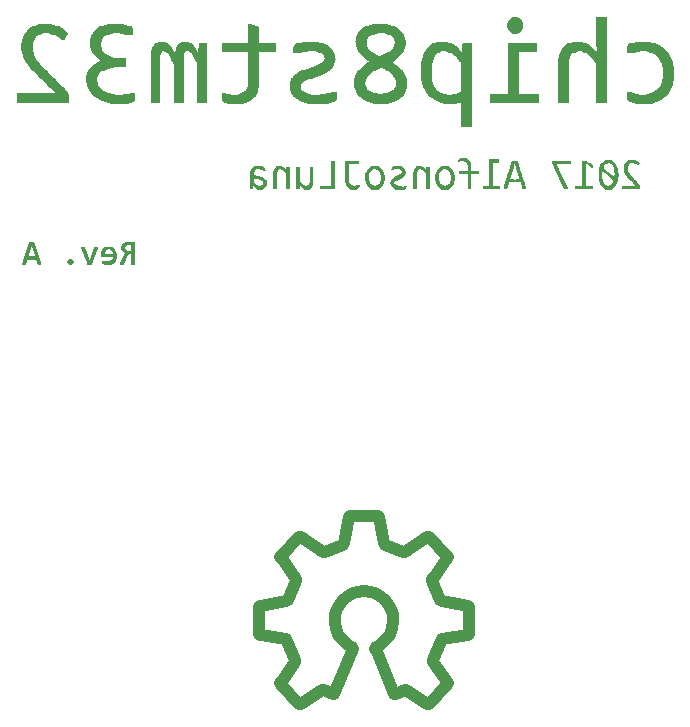
<source format=gbr>
G04 DipTrace Beta 3.0.9.0*
G04 BottomSilk.gbr*
%MOIN*%
G04 #@! TF.FileFunction,Legend,Bot*
G04 #@! TF.Part,Single*
%ADD12C,0.002992*%
%ADD38C,0.03937*%
%FSLAX26Y26*%
G04*
G70*
G90*
G75*
G01*
G04 BotSilk*
%LPD*%
X1939382Y702524D2*
D38*
X1853751Y718455D1*
X1853193Y718580D1*
X1848800Y722343D1*
X1848661Y722845D1*
X1822442Y784059D1*
X1822163Y784561D1*
X1822511Y790268D1*
X1822860Y790707D1*
X1872718Y863399D1*
X1872997Y863838D1*
X1872579Y868919D1*
X1872161Y869295D1*
X1809890Y931638D1*
X1809472Y932015D1*
X1804381Y932454D1*
X1803963Y932140D1*
X1729977Y881400D1*
X1729559Y881086D1*
X1723771Y880710D1*
X1723353Y880898D1*
X1664011Y905233D1*
X1663453Y905359D1*
X1659688Y909686D1*
X1659618Y910188D1*
X1643161Y998748D1*
X1643022Y999313D1*
X1639674Y1002574D1*
X1638559D1*
X1550418D1*
X1549302D1*
X1545955Y999313D1*
X1545885Y998748D1*
X1529359Y910188D1*
X1529289Y909686D1*
X1525523Y905359D1*
X1525035Y905233D1*
X1465693Y880898D1*
X1465205Y880710D1*
X1459418Y881086D1*
X1458999Y881400D1*
X1385014Y932140D1*
X1384525Y932454D1*
X1379435Y932015D1*
X1379086Y931638D1*
X1316816Y869295D1*
X1316397Y868919D1*
X1315909Y863838D1*
X1316258Y863399D1*
X1366116Y790707D1*
X1366465Y790268D1*
X1366814Y784561D1*
X1366535Y784059D1*
X1340315Y722845D1*
X1340106Y722343D1*
X1335783Y718580D1*
X1335225Y718455D1*
X1249594Y702524D1*
X1249106Y702461D1*
X1245829Y699137D1*
Y697945D1*
Y609887D1*
Y608695D1*
X1249106Y605371D1*
X1249594Y605308D1*
X1333133Y589754D1*
X1333621Y589691D1*
X1337945Y585865D1*
X1338084Y585364D1*
X1364164Y520261D1*
X1364373Y519759D1*
X1363955Y514052D1*
X1363676Y513613D1*
X1316188Y444433D1*
X1315909Y443994D1*
X1316397Y438914D1*
X1316816Y438537D1*
X1379086Y376194D1*
X1379435Y375880D1*
X1384525Y375379D1*
X1385014Y375692D1*
X1452932Y422293D1*
X1453351Y422606D1*
X1458929Y422795D1*
X1459418Y422481D1*
X1489402Y406550D1*
X1489821Y406299D1*
X1494074Y407867D1*
X1494283Y408306D1*
X1556066Y557516D1*
X1556205Y558018D1*
X1554671Y562847D1*
X1554253Y563098D1*
X1546722Y567739D1*
X1546373Y567928D1*
X1542329Y571001D1*
X1541980Y571314D1*
X1536959Y574513D1*
X1523571Y586618D1*
X1509346Y605936D1*
X1500280Y628515D1*
X1497003Y647205D1*
Y653414D1*
Y658369D1*
X1499025Y673046D1*
X1504674Y691360D1*
X1513669Y707918D1*
X1525593Y722343D1*
X1539958Y734260D1*
X1556554Y743229D1*
X1574824Y748936D1*
X1589537Y750881D1*
X1594488D1*
X1599369D1*
X1614083Y748936D1*
X1632422Y743229D1*
X1648949Y734260D1*
X1663383Y722343D1*
X1675307Y707918D1*
X1684233Y691360D1*
X1689951Y673046D1*
X1691904Y658369D1*
Y653414D1*
Y647205D1*
X1688696Y628515D1*
X1679561Y605936D1*
X1665406Y586618D1*
X1651947Y574513D1*
X1646927Y571314D1*
X1646578Y571001D1*
X1642533Y567928D1*
X1642255Y567739D1*
X1634723Y563098D1*
X1634305Y562847D1*
X1632701Y558018D1*
X1632910Y557516D1*
X1694693Y408306D1*
X1694832Y407805D1*
X1699086Y406299D1*
X1699574Y406550D1*
X1729559Y422481D1*
X1729977Y422795D1*
X1735626Y422606D1*
X1736044Y422293D1*
X1803963Y375692D1*
X1804381Y375379D1*
X1809472Y375880D1*
X1809890Y376194D1*
X1872161Y438537D1*
X1872579Y438914D1*
X1872997Y443994D1*
X1872718Y444433D1*
X1825301Y513550D1*
X1824952Y514052D1*
X1824534Y519759D1*
X1824813Y520198D1*
X1850892Y585364D1*
X1851032Y585865D1*
X1855285Y589629D1*
X1855843Y589754D1*
X1939382Y605308D1*
X1939870Y605371D1*
X1943148Y608758D1*
Y609887D1*
Y697945D1*
Y699137D1*
X1939870Y702461D1*
X1939382Y702524D1*
X2088976Y2663150D2*
D12*
X2103937D1*
X2367244D2*
X2400157D1*
X2084615Y2660157D2*
X2109219D1*
X2367244D2*
X2400157D1*
X2080868Y2657165D2*
X2113566D1*
X2367244D2*
X2400157D1*
X2077834Y2654173D2*
X2116726D1*
X2367244D2*
X2400157D1*
X2075483Y2651181D2*
X2118939D1*
X2367244D2*
X2400157D1*
X2073678Y2648189D2*
X2120404D1*
X2367244D2*
X2400157D1*
X2072393Y2645197D2*
X2121221D1*
X2367244D2*
X2400157D1*
X512126Y2642205D2*
X548031D1*
X742520D2*
X784409D1*
X1209291D2*
X1212283D1*
X1625197D2*
X1667087D1*
X2071650D2*
X2121614D1*
X2367244D2*
X2400157D1*
X503391Y2639213D2*
X557801D1*
X731381D2*
X798632D1*
X1209291D2*
X1222825D1*
X1614721D2*
X1676856D1*
X2071296D2*
X2121783D1*
X2367244D2*
X2400157D1*
X495793Y2636220D2*
X566383D1*
X722033D2*
X808951D1*
X1209291D2*
X1231308D1*
X1605812D2*
X1685438D1*
X2071242D2*
X2121839D1*
X2367244D2*
X2400157D1*
X489332Y2633228D2*
X573687D1*
X714570D2*
X816219D1*
X1209291D2*
X1237832D1*
X1598582D2*
X1692742D1*
X2071571D2*
X2121759D1*
X2367244D2*
X2400157D1*
X483808Y2630236D2*
X579864D1*
X708559D2*
X818767D1*
X1209291D2*
X1240490D1*
X1592761D2*
X1698907D1*
X2072380D2*
X2121375D1*
X2367244D2*
X2400157D1*
X479038Y2627244D2*
X585027D1*
X703579D2*
X819609D1*
X1209291D2*
X1241413D1*
X1588001D2*
X1703965D1*
X2073637D2*
X2120533D1*
X2367244D2*
X2400157D1*
X475112Y2624252D2*
X589523D1*
X699570D2*
X820032D1*
X1209291D2*
X1241883D1*
X1584072D2*
X1708080D1*
X2075382D2*
X2119152D1*
X2367244D2*
X2400157D1*
X472083Y2621260D2*
X593751D1*
X696521D2*
X820210D1*
X1209291D2*
X1242084D1*
X1580739D2*
X1711591D1*
X2077755D2*
X2116918D1*
X2367244D2*
X2400157D1*
X469501Y2618268D2*
X597619D1*
X694021D2*
X820278D1*
X1209291D2*
X1242162D1*
X1577950D2*
X1714704D1*
X2080847D2*
X2113457D1*
X2367244D2*
X2400157D1*
X466975Y2615276D2*
X600712D1*
X691779D2*
X820302D1*
X1209291D2*
X1242190D1*
X1575705D2*
X1717392D1*
X2084697D2*
X2108931D1*
X2367244D2*
X2400157D1*
X464589Y2612283D2*
X519172D1*
X546741D2*
X603115D1*
X689820D2*
X749692D1*
X786301D2*
X820311D1*
X1209291D2*
X1242200D1*
X1573845D2*
X1632483D1*
X1666487D2*
X1719595D1*
X2088976D2*
X2103937D1*
X2367244D2*
X2400157D1*
X462533Y2609291D2*
X512309D1*
X555830D2*
X603790D1*
X688091D2*
X740336D1*
X802154D2*
X820314D1*
X1209291D2*
X1242203D1*
X1572199D2*
X1623499D1*
X1674092D2*
X1721439D1*
X2367244D2*
X2400157D1*
X460838Y2606299D2*
X506700D1*
X562985D2*
X603072D1*
X686498D2*
X732951D1*
X817323D2*
X820315D1*
X1209291D2*
X1242204D1*
X1570746D2*
X1616726D1*
X1680475D2*
X1723080D1*
X2367244D2*
X2400157D1*
X459494Y2603307D2*
X502350D1*
X568687D2*
X601028D1*
X685065D2*
X727603D1*
X1209291D2*
X1242205D1*
X1569616D2*
X1611764D1*
X1685338D2*
X1724542D1*
X2367244D2*
X2400157D1*
X458387Y2600315D2*
X499144D1*
X573469D2*
X598653D1*
X683931D2*
X724002D1*
X1209291D2*
X1242205D1*
X1568924D2*
X1607980D1*
X1688728D2*
X1725776D1*
X2367244D2*
X2400157D1*
X457299Y2597323D2*
X496591D1*
X577826D2*
X596350D1*
X683148D2*
X721514D1*
X1209291D2*
X1242205D1*
X1568478D2*
X1605108D1*
X1691132D2*
X1726838D1*
X2367244D2*
X2400157D1*
X456269Y2594331D2*
X494418D1*
X582285D2*
X594474D1*
X682427D2*
X719604D1*
X1209291D2*
X1242205D1*
X1567945D2*
X1602864D1*
X1693011D2*
X1727896D1*
X2367244D2*
X2400157D1*
X455303Y2591339D2*
X492738D1*
X586929D2*
X592913D1*
X681559D2*
X718048D1*
X1209291D2*
X1242205D1*
X1567168D2*
X1601926D1*
X1694556D2*
X1728814D1*
X2367244D2*
X2400157D1*
X454285Y2588346D2*
X491445D1*
X680731D2*
X716881D1*
X1209291D2*
X1242205D1*
X1566389D2*
X1601107D1*
X1695720D2*
X1729397D1*
X2367244D2*
X2400157D1*
X453382Y2585354D2*
X490283D1*
X680186D2*
X716187D1*
X1209291D2*
X1242205D1*
X1565964D2*
X1600293D1*
X1696412D2*
X1729698D1*
X2367244D2*
X2400157D1*
X452805Y2582362D2*
X489322D1*
X679900D2*
X715841D1*
X907087D2*
X928031D1*
X987874D2*
X1005827D1*
X1209291D2*
X1242205D1*
X1391811D2*
X1436693D1*
X1566065D2*
X1599824D1*
X1696746D2*
X1729833D1*
X1837638D2*
X1867559D1*
X2289449D2*
X2319370D1*
X2367244D2*
X2400157D1*
X2501890D2*
X2543780D1*
X452506Y2579370D2*
X488722D1*
X679782D2*
X715688D1*
X902713D2*
X933428D1*
X982131D2*
X1011223D1*
X1044724D2*
X1068661D1*
X1119528D2*
X1299055D1*
X1379889D2*
X1446462D1*
X1566654D2*
X1599988D1*
X1696793D2*
X1729888D1*
X1830398D2*
X1875833D1*
X1924409D2*
X1951339D1*
X2074016D2*
X2166772D1*
X2281176D2*
X2326622D1*
X2367256D2*
X2400157D1*
X2490072D2*
X2553549D1*
X452371Y2576378D2*
X488416D1*
X679834D2*
X715627D1*
X898874D2*
X938158D1*
X977537D2*
X1015953D1*
X1044713D2*
X1068661D1*
X1119528D2*
X1299055D1*
X1370546D2*
X1455044D1*
X1567368D2*
X1600478D1*
X1696462D2*
X1729898D1*
X1824055D2*
X1883172D1*
X1923387D2*
X1951339D1*
X2074016D2*
X2166772D1*
X2274332D2*
X2333070D1*
X2367361D2*
X2400157D1*
X2481502D2*
X2562131D1*
X452316Y2573386D2*
X488278D1*
X680195D2*
X715603D1*
X895552D2*
X942047D1*
X974162D2*
X1019842D1*
X1044608D2*
X1068661D1*
X1119528D2*
X1299055D1*
X1363490D2*
X1462349D1*
X1567881D2*
X1600974D1*
X1695663D2*
X1729800D1*
X1818851D2*
X1889325D1*
X1922496D2*
X1951339D1*
X2074016D2*
X2166772D1*
X2268751D2*
X2338655D1*
X2367742D2*
X2400157D1*
X2475439D2*
X2569447D1*
X452295Y2570394D2*
X488222D1*
X680904D2*
X715607D1*
X892760D2*
X945144D1*
X971894D2*
X1022939D1*
X1044226D2*
X1068661D1*
X1119528D2*
X1299055D1*
X1360689D2*
X1468513D1*
X1568256D2*
X1601591D1*
X1694512D2*
X1729422D1*
X1814656D2*
X1894529D1*
X1921929D2*
X1951339D1*
X2074016D2*
X2166772D1*
X2264132D2*
X2343567D1*
X2368459D2*
X2400157D1*
X2473286D2*
X2575717D1*
X452287Y2567402D2*
X488201D1*
X681680D2*
X715709D1*
X890523D2*
X947618D1*
X970346D2*
X1025413D1*
X1043510D2*
X1068661D1*
X1119528D2*
X1299055D1*
X1359724D2*
X1473571D1*
X1568762D2*
X1602531D1*
X1693159D2*
X1728694D1*
X1811098D2*
X1898987D1*
X1921636D2*
X1951339D1*
X2074016D2*
X2166772D1*
X2260356D2*
X2347892D1*
X2369226D2*
X2400157D1*
X2472571D2*
X2581156D1*
X452285Y2564409D2*
X488193D1*
X682306D2*
X716089D1*
X888755D2*
X949821D1*
X969082D2*
X1027617D1*
X1042742D2*
X1068661D1*
X1119528D2*
X1299055D1*
X1359233D2*
X1477675D1*
X1569542D2*
X1603841D1*
X1691617D2*
X1727822D1*
X1807877D2*
X1902796D1*
X1921504D2*
X1951339D1*
X2074016D2*
X2166772D1*
X2257337D2*
X2351647D1*
X2369748D2*
X2400157D1*
X2472210D2*
X2585988D1*
X452284Y2561417D2*
X488190D1*
X682976D2*
X716817D1*
X887384D2*
X951930D1*
X968071D2*
X1029725D1*
X1042221D2*
X1068661D1*
X1119528D2*
X1299055D1*
X1359023D2*
X1481092D1*
X1570446D2*
X1605595D1*
X1689742D2*
X1726907D1*
X1804895D2*
X1906169D1*
X1921449D2*
X1951339D1*
X2074016D2*
X2166772D1*
X2254987D2*
X2355023D1*
X2370014D2*
X2400157D1*
X2472059D2*
X2590278D1*
X452295Y2558425D2*
X488189D1*
X683925D2*
X717701D1*
X886266D2*
X953834D1*
X967329D2*
X1031629D1*
X1041931D2*
X1068661D1*
X1119528D2*
X1299055D1*
X1358942D2*
X1483917D1*
X1571462D2*
X1607861D1*
X1687325D2*
X1725808D1*
X1802261D2*
X1909225D1*
X1921417D2*
X1951339D1*
X2074016D2*
X2166772D1*
X2253084D2*
X2358291D1*
X2370027D2*
X2400157D1*
X2472000D2*
X2594006D1*
X452400Y2555433D2*
X488201D1*
X685138D2*
X718721D1*
X885187D2*
X955552D1*
X966406D2*
X1033348D1*
X1041691D2*
X1068661D1*
X1119528D2*
X1299055D1*
X1358913D2*
X1486176D1*
X1572851D2*
X1610506D1*
X1684281D2*
X1724521D1*
X1800078D2*
X1911901D1*
X1921296D2*
X1951339D1*
X2074016D2*
X2166772D1*
X2251421D2*
X2361810D1*
X2369617D2*
X2400157D1*
X2471979D2*
X2597259D1*
X452782Y2552441D2*
X488306D1*
X686513D2*
X720213D1*
X884261D2*
X919181D1*
X930322D2*
X957227D1*
X965030D2*
X996976D1*
X1011799D2*
X1035023D1*
X1041176D2*
X1068661D1*
X1119528D2*
X1299055D1*
X1358903D2*
X1395353D1*
X1436093D2*
X1488042D1*
X1574580D2*
X1613446D1*
X1680607D2*
X1723113D1*
X1798242D2*
X1846740D1*
X1869837D2*
X1914177D1*
X1920831D2*
X1951339D1*
X2074016D2*
X2166772D1*
X2249950D2*
X2299601D1*
X2322248D2*
X2365850D1*
X2368615D2*
X2400157D1*
X2471972D2*
X2505982D1*
X2540188D2*
X2600030D1*
X453510Y2549449D2*
X488687D1*
X688063D2*
X722322D1*
X883675D2*
X916689D1*
X934680D2*
X959015D1*
X961713D2*
X994484D1*
X1014686D2*
X1036811D1*
X1040132D2*
X1068661D1*
X1209291D2*
X1242205D1*
X1358899D2*
X1378450D1*
X1443699D2*
X1489690D1*
X1576420D2*
X1616767D1*
X1676410D2*
X1721550D1*
X1796592D2*
X1841268D1*
X1877083D2*
X1916288D1*
X1919807D2*
X1951339D1*
X2074016D2*
X2106929D1*
X2248713D2*
X2293121D1*
X2327837D2*
X2400157D1*
X2471970D2*
X2493121D1*
X2547805D2*
X2602358D1*
X454382Y2546457D2*
X489415D1*
X689930D2*
X724902D1*
X883374D2*
X914912D1*
X937945D2*
X992708D1*
X1017285D2*
X1068661D1*
X1209291D2*
X1242205D1*
X1358898D2*
X1361890D1*
X1450070D2*
X1491143D1*
X1578454D2*
X1620569D1*
X1671705D2*
X1719679D1*
X1795037D2*
X1836604D1*
X1882959D2*
X1951339D1*
X2074016D2*
X2106929D1*
X2247651D2*
X2288230D1*
X2332988D2*
X2400157D1*
X2471969D2*
X2480945D1*
X2554293D2*
X2604502D1*
X455285Y2543465D2*
X490288D1*
X692242D2*
X727937D1*
X883238D2*
X913891D1*
X940551D2*
X991698D1*
X1019456D2*
X1068661D1*
X1209291D2*
X1242205D1*
X1454839D2*
X1492285D1*
X1580848D2*
X1624841D1*
X1666438D2*
X1717365D1*
X1793527D2*
X1832995D1*
X1887828D2*
X1951339D1*
X2074016D2*
X2106929D1*
X2246592D2*
X2284659D1*
X2337706D2*
X2400157D1*
X2559548D2*
X2606588D1*
X456291Y2540472D2*
X491203D1*
X694894D2*
X731849D1*
X883183D2*
X913297D1*
X942838D2*
X991209D1*
X1021299D2*
X1068661D1*
X1209291D2*
X1242205D1*
X1458410D2*
X1493071D1*
X1583545D2*
X1629795D1*
X1660590D2*
X1714713D1*
X1792130D2*
X1830336D1*
X1892236D2*
X1951339D1*
X2074016D2*
X2106929D1*
X2245662D2*
X2282080D1*
X2341954D2*
X2400157D1*
X2563761D2*
X2608484D1*
X457291Y2537480D2*
X492302D1*
X697735D2*
X737242D1*
X883161D2*
X912705D1*
X944815D2*
X990998D1*
X1023041D2*
X1068661D1*
X1209291D2*
X1242205D1*
X1460022D2*
X1493793D1*
X1586505D2*
X1635968D1*
X1653841D2*
X1711872D1*
X1791010D2*
X1828293D1*
X1896278D2*
X1951339D1*
X2074016D2*
X2106929D1*
X2244974D2*
X2280174D1*
X2345679D2*
X2400157D1*
X2567325D2*
X2610190D1*
X458258Y2534488D2*
X493589D1*
X700677D2*
X744181D1*
X883154D2*
X911904D1*
X946551D2*
X990915D1*
X1024884D2*
X1068661D1*
X1209291D2*
X1242205D1*
X1461370D2*
X1494661D1*
X1589834D2*
X1643618D1*
X1645877D2*
X1708929D1*
X1790232D2*
X1826573D1*
X1899802D2*
X1951339D1*
X2074016D2*
X2106929D1*
X2244292D2*
X2278751D1*
X2349032D2*
X2400157D1*
X2570548D2*
X2611786D1*
X459377Y2531496D2*
X494997D1*
X703763D2*
X752131D1*
X883151D2*
X911106D1*
X948159D2*
X990883D1*
X1026834D2*
X1068661D1*
X1209291D2*
X1242205D1*
X1462316D2*
X1495489D1*
X1593639D2*
X1705843D1*
X1789512D2*
X1825080D1*
X1902733D2*
X1951339D1*
X2074016D2*
X2106929D1*
X2243440D2*
X2277614D1*
X2352171D2*
X2400157D1*
X2573530D2*
X2613321D1*
X460672Y2528504D2*
X496560D1*
X707245D2*
X796378D1*
X883150D2*
X910573D1*
X949697D2*
X990872D1*
X1028674D2*
X1068661D1*
X1209291D2*
X1242205D1*
X1462828D2*
X1496023D1*
X1597865D2*
X1702373D1*
X1788646D2*
X1823835D1*
X1905150D2*
X1951339D1*
X2074016D2*
X2106929D1*
X2242618D2*
X2276529D1*
X2355122D2*
X2400157D1*
X2576164D2*
X2614823D1*
X462082Y2525512D2*
X498419D1*
X711438D2*
X796378D1*
X883150D2*
X910291D1*
X951212D2*
X990868D1*
X1030359D2*
X1068661D1*
X1209291D2*
X1242205D1*
X1462112D2*
X1496203D1*
X1602363D2*
X1698297D1*
X1787806D2*
X1822770D1*
X1907433D2*
X1951339D1*
X2074016D2*
X2106929D1*
X2242075D2*
X2275600D1*
X2357756D2*
X2400157D1*
X2578347D2*
X2616229D1*
X463634Y2522520D2*
X500629D1*
X716343D2*
X796378D1*
X883150D2*
X910163D1*
X952712D2*
X990867D1*
X1031948D2*
X1068661D1*
X1209291D2*
X1242205D1*
X1460938D2*
X1495952D1*
X1606686D2*
X1693951D1*
X1787156D2*
X1821711D1*
X1909913D2*
X1951339D1*
X2074016D2*
X2106929D1*
X2241790D2*
X2275014D1*
X2360029D2*
X2400157D1*
X2580183D2*
X2617442D1*
X465400Y2519528D2*
X502899D1*
X721575D2*
X796378D1*
X883150D2*
X910110D1*
X954213D2*
X990866D1*
X1033480D2*
X1068661D1*
X1209291D2*
X1242205D1*
X1459235D2*
X1495277D1*
X1610245D2*
X1690099D1*
X1786489D2*
X1820781D1*
X1912519D2*
X1951339D1*
X2074016D2*
X2106929D1*
X2241660D2*
X2274712D1*
X2362140D2*
X2400157D1*
X2581833D2*
X2618496D1*
X467334Y2516535D2*
X505024D1*
X714221D2*
X796378D1*
X883150D2*
X910090D1*
X955707D2*
X990866D1*
X1034981D2*
X1068661D1*
X1209291D2*
X1242205D1*
X1456878D2*
X1494425D1*
X1613228D2*
X1686812D1*
X1785642D2*
X1820092D1*
X1914889D2*
X1951339D1*
X2074016D2*
X2106929D1*
X2241607D2*
X2274577D1*
X2364113D2*
X2400157D1*
X2583388D2*
X2619551D1*
X469269Y2513543D2*
X507188D1*
X707483D2*
X796378D1*
X883150D2*
X910083D1*
X957194D2*
X990866D1*
X1036375D2*
X1068661D1*
X1209291D2*
X1242205D1*
X1453756D2*
X1493518D1*
X1607718D2*
X1687642D1*
X1784822D2*
X1819410D1*
X1916615D2*
X1951339D1*
X2074016D2*
X2106929D1*
X2241586D2*
X2274521D1*
X2365613D2*
X2400157D1*
X2584898D2*
X2620480D1*
X471332Y2510551D2*
X509635D1*
X701457D2*
X796378D1*
X883150D2*
X910080D1*
X958583D2*
X990866D1*
X1037482D2*
X1068661D1*
X1209291D2*
X1242205D1*
X1449698D2*
X1492421D1*
X1602593D2*
X1690762D1*
X1784279D2*
X1818558D1*
X1917605D2*
X1951339D1*
X2074016D2*
X2106929D1*
X2241579D2*
X2274500D1*
X2366497D2*
X2400157D1*
X2586295D2*
X2621168D1*
X473636Y2507559D2*
X512341D1*
X696113D2*
X796378D1*
X883150D2*
X910079D1*
X959688D2*
X990866D1*
X1038155D2*
X1068661D1*
X1209291D2*
X1242205D1*
X1444660D2*
X1491135D1*
X1597881D2*
X1694675D1*
X1783994D2*
X1817736D1*
X1918086D2*
X1951339D1*
X2074016D2*
X2106929D1*
X2241576D2*
X2274492D1*
X2366932D2*
X2400157D1*
X2587415D2*
X2621850D1*
X475946Y2504567D2*
X515203D1*
X691328D2*
X796378D1*
X883150D2*
X910079D1*
X960360D2*
X990866D1*
X1038493D2*
X1068661D1*
X1209291D2*
X1242205D1*
X1438585D2*
X1489727D1*
X1593636D2*
X1698794D1*
X1783865D2*
X1817193D1*
X1918294D2*
X1951339D1*
X2074016D2*
X2106929D1*
X2241575D2*
X2274490D1*
X2367123D2*
X2400157D1*
X2588193D2*
X2622701D1*
X478086Y2501575D2*
X518142D1*
X687156D2*
X796378D1*
X883150D2*
X910079D1*
X960698D2*
X990866D1*
X1038644D2*
X1068661D1*
X1209291D2*
X1242205D1*
X1431224D2*
X1488164D1*
X1589912D2*
X1702856D1*
X1783811D2*
X1816908D1*
X1918377D2*
X1951339D1*
X2074016D2*
X2106929D1*
X2241575D2*
X2274489D1*
X2367200D2*
X2400157D1*
X2588913D2*
X2623524D1*
X480256Y2498583D2*
X521114D1*
X683802D2*
X750268D1*
X883150D2*
X910079D1*
X960848D2*
X990866D1*
X1038704D2*
X1068661D1*
X1209291D2*
X1242205D1*
X1422640D2*
X1486294D1*
X1586558D2*
X1646153D1*
X1655004D2*
X1706927D1*
X1783791D2*
X1816778D1*
X1918408D2*
X1951339D1*
X2074016D2*
X2106929D1*
X2241575D2*
X2274488D1*
X2367228D2*
X2400157D1*
X2589780D2*
X2624067D1*
X482705Y2495591D2*
X524098D1*
X681173D2*
X739046D1*
X883150D2*
X910079D1*
X960909D2*
X990866D1*
X1038727D2*
X1068661D1*
X1209291D2*
X1242205D1*
X1413522D2*
X1483967D1*
X1583408D2*
X1640274D1*
X1660593D2*
X1710839D1*
X1783783D2*
X1816725D1*
X1918419D2*
X1951339D1*
X2074016D2*
X2106929D1*
X2241575D2*
X2274488D1*
X2367239D2*
X2400157D1*
X2590608D2*
X2624352D1*
X485412Y2492598D2*
X527088D1*
X678893D2*
X730172D1*
X883150D2*
X910079D1*
X960932D2*
X990866D1*
X1038736D2*
X1068661D1*
X1209291D2*
X1242205D1*
X1404639D2*
X1481210D1*
X1580364D2*
X1634683D1*
X1665743D2*
X1714315D1*
X1783781D2*
X1816704D1*
X1918423D2*
X1951339D1*
X2074016D2*
X2106929D1*
X2241575D2*
X2274488D1*
X2367242D2*
X2400157D1*
X2591153D2*
X2624482D1*
X488274Y2489606D2*
X530079D1*
X676752D2*
X723228D1*
X883150D2*
X910079D1*
X960941D2*
X990866D1*
X1038739D2*
X1068661D1*
X1209291D2*
X1242205D1*
X1396319D2*
X1477976D1*
X1577453D2*
X1629532D1*
X1670462D2*
X1717229D1*
X1783780D2*
X1816697D1*
X1918425D2*
X1951339D1*
X2074016D2*
X2106929D1*
X2241575D2*
X2274488D1*
X2367244D2*
X2400157D1*
X2591438D2*
X2624535D1*
X491213Y2486614D2*
X533071D1*
X674847D2*
X717840D1*
X883150D2*
X910079D1*
X960943D2*
X990866D1*
X1038740D2*
X1068661D1*
X1209291D2*
X1242205D1*
X1388619D2*
X1474200D1*
X1574833D2*
X1624813D1*
X1674710D2*
X1719630D1*
X1783780D2*
X1816694D1*
X1918425D2*
X1951339D1*
X2074016D2*
X2106929D1*
X2241575D2*
X2274488D1*
X2367244D2*
X2400157D1*
X2591568D2*
X2624556D1*
X494185Y2483622D2*
X536063D1*
X673226D2*
X713692D1*
X883150D2*
X910079D1*
X960944D2*
X990866D1*
X1038740D2*
X1068661D1*
X1209291D2*
X1242205D1*
X1381731D2*
X1469860D1*
X1572567D2*
X1620566D1*
X1678435D2*
X1721805D1*
X1783780D2*
X1816693D1*
X1918425D2*
X1951339D1*
X2074016D2*
X2106929D1*
X2241575D2*
X2274488D1*
X2367244D2*
X2400157D1*
X2591622D2*
X2624563D1*
X497169Y2480630D2*
X539055D1*
X671915D2*
X710510D1*
X883150D2*
X910079D1*
X960945D2*
X990866D1*
X1038740D2*
X1068661D1*
X1209291D2*
X1242205D1*
X1375832D2*
X1464747D1*
X1570457D2*
X1616841D1*
X1681788D2*
X1723904D1*
X1783780D2*
X1816693D1*
X1918425D2*
X1951339D1*
X2074016D2*
X2106929D1*
X2241575D2*
X2274488D1*
X2367244D2*
X2400157D1*
X2591642D2*
X2624566D1*
X500159Y2477638D2*
X542047D1*
X670820D2*
X708107D1*
X883150D2*
X910079D1*
X960945D2*
X990866D1*
X1038740D2*
X1068661D1*
X1209291D2*
X1242205D1*
X1370745D2*
X1458653D1*
X1568473D2*
X1613488D1*
X1684927D2*
X1725804D1*
X1783780D2*
X1816693D1*
X1918425D2*
X1951339D1*
X2074016D2*
X2106929D1*
X2241575D2*
X2274488D1*
X2367244D2*
X2400157D1*
X2591650D2*
X2624567D1*
X503150Y2474646D2*
X545039D1*
X669749D2*
X706273D1*
X883150D2*
X910079D1*
X960945D2*
X990866D1*
X1038740D2*
X1068661D1*
X1209291D2*
X1242205D1*
X1366337D2*
X1451660D1*
X1566868D2*
X1610349D1*
X1687877D2*
X1727512D1*
X1783780D2*
X1816693D1*
X1918425D2*
X1951339D1*
X2074016D2*
X2106929D1*
X2241575D2*
X2274488D1*
X2367244D2*
X2400157D1*
X2591652D2*
X2624567D1*
X506142Y2471654D2*
X548031D1*
X668826D2*
X704877D1*
X883150D2*
X910079D1*
X960945D2*
X990866D1*
X1038740D2*
X1068661D1*
X1209291D2*
X1242205D1*
X1362560D2*
X1443717D1*
X1565604D2*
X1607398D1*
X1690501D2*
X1729097D1*
X1783780D2*
X1816693D1*
X1918425D2*
X1951339D1*
X2074016D2*
X2106929D1*
X2241575D2*
X2274488D1*
X2367244D2*
X2400157D1*
X2591641D2*
X2624567D1*
X509134Y2468661D2*
X551024D1*
X668242D2*
X703751D1*
X883150D2*
X910079D1*
X960945D2*
X990866D1*
X1038740D2*
X1068661D1*
X1209291D2*
X1242205D1*
X1359287D2*
X1434832D1*
X1564451D2*
X1604775D1*
X1692680D2*
X1730527D1*
X1783780D2*
X1816693D1*
X1918425D2*
X1951339D1*
X2074016D2*
X2106929D1*
X2241575D2*
X2274488D1*
X2367244D2*
X2400157D1*
X2591537D2*
X2624567D1*
X512126Y2465669D2*
X554016D1*
X667940D2*
X702669D1*
X883150D2*
X910079D1*
X960945D2*
X990866D1*
X1038740D2*
X1068661D1*
X1209291D2*
X1242205D1*
X1356521D2*
X1425591D1*
X1563493D2*
X1602608D1*
X1694515D2*
X1731660D1*
X1783791D2*
X1816705D1*
X1918425D2*
X1951339D1*
X2074016D2*
X2106929D1*
X2241575D2*
X2274488D1*
X2367244D2*
X2400157D1*
X2591155D2*
X2624567D1*
X515118Y2462677D2*
X557008D1*
X667805D2*
X701753D1*
X883150D2*
X910079D1*
X960945D2*
X990866D1*
X1038740D2*
X1068661D1*
X1209291D2*
X1242205D1*
X1354295D2*
X1416758D1*
X1562883D2*
X1600866D1*
X1696152D2*
X1732442D1*
X1783896D2*
X1816810D1*
X1918425D2*
X1951339D1*
X2074016D2*
X2106929D1*
X2241575D2*
X2274488D1*
X2367244D2*
X2400157D1*
X2590439D2*
X2624555D1*
X518110Y2459685D2*
X560000D1*
X667749D2*
X701272D1*
X883150D2*
X910079D1*
X960945D2*
X990866D1*
X1038740D2*
X1068661D1*
X1209291D2*
X1242205D1*
X1352532D2*
X1408797D1*
X1562472D2*
X1599505D1*
X1697602D2*
X1733164D1*
X1784278D2*
X1817191D1*
X1918425D2*
X1951339D1*
X2074016D2*
X2106929D1*
X2241575D2*
X2274488D1*
X2367244D2*
X2400157D1*
X2589660D2*
X2624450D1*
X521102Y2456693D2*
X562992D1*
X667740D2*
X701352D1*
X883150D2*
X910079D1*
X960945D2*
X990866D1*
X1038740D2*
X1068661D1*
X1209291D2*
X1242205D1*
X1351162D2*
X1401818D1*
X1561953D2*
X1598390D1*
X1698731D2*
X1734031D1*
X1784994D2*
X1817908D1*
X1918425D2*
X1951339D1*
X2074016D2*
X2106929D1*
X2241575D2*
X2274488D1*
X2367244D2*
X2400157D1*
X2589033D2*
X2624069D1*
X524094Y2453701D2*
X565984D1*
X667837D2*
X701933D1*
X883150D2*
X910079D1*
X960945D2*
X990866D1*
X1038740D2*
X1068661D1*
X1209291D2*
X1242205D1*
X1350045D2*
X1395812D1*
X1561192D2*
X1597312D1*
X1699411D2*
X1734860D1*
X1785773D2*
X1818687D1*
X1918425D2*
X1951339D1*
X2074016D2*
X2106929D1*
X2241575D2*
X2274488D1*
X2367244D2*
X2400157D1*
X2588374D2*
X2623352D1*
X527087Y2450709D2*
X568976D1*
X668216D2*
X702645D1*
X883150D2*
X910079D1*
X960945D2*
X990866D1*
X1038740D2*
X1068661D1*
X1209291D2*
X1242205D1*
X1348966D2*
X1390919D1*
X1560509D2*
X1596387D1*
X1699752D2*
X1735405D1*
X1786400D2*
X1819314D1*
X1918425D2*
X1951339D1*
X2074016D2*
X2106929D1*
X2241575D2*
X2274488D1*
X2367244D2*
X2400157D1*
X2587519D2*
X2622585D1*
X530079Y2447717D2*
X571969D1*
X668932D2*
X703157D1*
X883150D2*
X910079D1*
X960945D2*
X990866D1*
X1038740D2*
X1068661D1*
X1209280D2*
X1242205D1*
X1348040D2*
X1387220D1*
X1560361D2*
X1595813D1*
X1699903D2*
X1735690D1*
X1787059D2*
X1819984D1*
X1918425D2*
X1951339D1*
X2074016D2*
X2106929D1*
X2241575D2*
X2274488D1*
X2367244D2*
X2400157D1*
X2586594D2*
X2622051D1*
X533071Y2444724D2*
X574961D1*
X669710D2*
X703532D1*
X883150D2*
X910079D1*
X960945D2*
X990866D1*
X1038740D2*
X1068661D1*
X1209174D2*
X1242193D1*
X1347455D2*
X1384539D1*
X1560797D2*
X1595616D1*
X1699964D2*
X1735820D1*
X1787914D2*
X1820933D1*
X1918425D2*
X1951339D1*
X2074016D2*
X2106929D1*
X2241575D2*
X2274488D1*
X2367244D2*
X2400157D1*
X2585659D2*
X2621669D1*
X536063Y2441732D2*
X577953D1*
X670337D2*
X704049D1*
X883150D2*
X910079D1*
X960945D2*
X990866D1*
X1038740D2*
X1068661D1*
X1208793D2*
X1242088D1*
X1347153D2*
X1382590D1*
X1561436D2*
X1595862D1*
X1699976D2*
X1735862D1*
X1788839D2*
X1822145D1*
X1918425D2*
X1951339D1*
X2074016D2*
X2106929D1*
X2241575D2*
X2274488D1*
X2367244D2*
X2400157D1*
X2584541D2*
X2621149D1*
X539055Y2438740D2*
X580945D1*
X671008D2*
X704934D1*
X883150D2*
X910079D1*
X960945D2*
X990866D1*
X1038740D2*
X1068661D1*
X1208065D2*
X1241707D1*
X1347018D2*
X1381246D1*
X1561905D2*
X1596535D1*
X1699879D2*
X1735777D1*
X1789774D2*
X1823509D1*
X1918425D2*
X1951339D1*
X2074016D2*
X2106929D1*
X2241575D2*
X2274488D1*
X2367244D2*
X2400157D1*
X2583146D2*
X2620275D1*
X542047Y2435748D2*
X583937D1*
X671956D2*
X706220D1*
X883150D2*
X910079D1*
X960945D2*
X990866D1*
X1038740D2*
X1068661D1*
X1207192D2*
X1240990D1*
X1346962D2*
X1380492D1*
X1562174D2*
X1597386D1*
X1699489D2*
X1735403D1*
X1790881D2*
X1824954D1*
X1918425D2*
X1951339D1*
X2074016D2*
X2106929D1*
X2241575D2*
X2274488D1*
X2367244D2*
X2400157D1*
X2581356D2*
X2619106D1*
X545039Y2432756D2*
X586929D1*
X673169D2*
X707964D1*
X883150D2*
X910079D1*
X960945D2*
X990866D1*
X1038740D2*
X1068661D1*
X1206278D2*
X1240223D1*
X1346953D2*
X1380225D1*
X1562399D2*
X1598293D1*
X1698656D2*
X1734689D1*
X1792170D2*
X1826439D1*
X1918425D2*
X1951339D1*
X2074016D2*
X2106929D1*
X2241575D2*
X2274488D1*
X2367244D2*
X2400157D1*
X2579076D2*
X2617848D1*
X548031Y2429764D2*
X589921D1*
X674533D2*
X710226D1*
X883150D2*
X910079D1*
X960945D2*
X990866D1*
X1038740D2*
X1068661D1*
X1205167D2*
X1239689D1*
X1347050D2*
X1380455D1*
X1562842D2*
X1599402D1*
X1697391D2*
X1733911D1*
X1793567D2*
X1828035D1*
X1918425D2*
X1951339D1*
X2074016D2*
X2106929D1*
X2241575D2*
X2274488D1*
X2367244D2*
X2400157D1*
X2576438D2*
X2616684D1*
X551024Y2426772D2*
X592913D1*
X675978D2*
X712869D1*
X883150D2*
X910079D1*
X960945D2*
X990866D1*
X1038740D2*
X1068661D1*
X1203774D2*
X1239307D1*
X1347429D2*
X1381235D1*
X1563683D2*
X1600805D1*
X1695643D2*
X1733285D1*
X1795026D2*
X1829919D1*
X1918425D2*
X1951339D1*
X2074016D2*
X2106929D1*
X2241575D2*
X2274488D1*
X2367244D2*
X2400157D1*
X2573590D2*
X2615548D1*
X554016Y2423780D2*
X595906D1*
X677463D2*
X715832D1*
X883150D2*
X910079D1*
X960945D2*
X990866D1*
X1038740D2*
X1068661D1*
X1201974D2*
X1238798D1*
X1348156D2*
X1382593D1*
X1564850D2*
X1602710D1*
X1693267D2*
X1732614D1*
X1796515D2*
X1832251D1*
X1918414D2*
X1951339D1*
X2074016D2*
X2106929D1*
X2241575D2*
X2274488D1*
X2367244D2*
X2400157D1*
X2570543D2*
X2614108D1*
X557008Y2420787D2*
X598886D1*
X679059D2*
X719399D1*
X883150D2*
X910079D1*
X960945D2*
X990866D1*
X1038740D2*
X1068661D1*
X1199565D2*
X1238018D1*
X1349028D2*
X1384410D1*
X1566196D2*
X1605512D1*
X1690114D2*
X1731666D1*
X1798113D2*
X1835021D1*
X1918273D2*
X1951339D1*
X2074016D2*
X2106929D1*
X2241575D2*
X2274488D1*
X2367244D2*
X2400157D1*
X2567053D2*
X2612360D1*
X560000Y2417795D2*
X601761D1*
X680943D2*
X724313D1*
X883150D2*
X910079D1*
X960945D2*
X990866D1*
X1038740D2*
X1068661D1*
X1196312D2*
X1237125D1*
X1349943D2*
X1388439D1*
X1567635D2*
X1609715D1*
X1685715D2*
X1730453D1*
X1799986D2*
X1838373D1*
X1917923D2*
X1951339D1*
X2074016D2*
X2106929D1*
X2241575D2*
X2274488D1*
X2367244D2*
X2400157D1*
X2562621D2*
X2610525D1*
X562992Y2414803D2*
X604255D1*
X683262D2*
X731488D1*
X883150D2*
X910079D1*
X960945D2*
X990866D1*
X1038740D2*
X1068661D1*
X1191764D2*
X1236203D1*
X1351054D2*
X1394127D1*
X1493543D2*
X1499528D1*
X1569118D2*
X1616668D1*
X1678670D2*
X1729077D1*
X1802201D2*
X1842753D1*
X1916000D2*
X1951339D1*
X2074016D2*
X2106929D1*
X2241575D2*
X2274488D1*
X2367244D2*
X2400157D1*
X2471969D2*
X2480945D1*
X2556655D2*
X2608593D1*
X437323Y2411811D2*
X606032D1*
X685916D2*
X741368D1*
X823307D2*
X829291D1*
X883150D2*
X910079D1*
X960945D2*
X990866D1*
X1038740D2*
X1068661D1*
X1119528D2*
X1122520D1*
X1185651D2*
X1235089D1*
X1352446D2*
X1401892D1*
X1475383D2*
X1499528D1*
X1570713D2*
X1629133D1*
X1666167D2*
X1727527D1*
X1804485D2*
X1849341D1*
X1909265D2*
X1951339D1*
X2074016D2*
X2106929D1*
X2241575D2*
X2274488D1*
X2367244D2*
X2400157D1*
X2471969D2*
X2491521D1*
X2548753D2*
X2606568D1*
X437323Y2408819D2*
X607043D1*
X688770D2*
X753440D1*
X802362D2*
X829291D1*
X883150D2*
X910079D1*
X960945D2*
X990866D1*
X1038740D2*
X1068661D1*
X1119528D2*
X1140472D1*
X1178289D2*
X1233696D1*
X1354235D2*
X1411424D1*
X1456288D2*
X1499528D1*
X1572597D2*
X1648930D1*
X1646354D2*
X1725661D1*
X1806715D2*
X1860656D1*
X1896804D2*
X1951339D1*
X2014173D2*
X2172756D1*
X2241575D2*
X2274488D1*
X2367244D2*
X2400157D1*
X2471969D2*
X2502565D1*
X2539160D2*
X2604494D1*
X437323Y2405827D2*
X607531D1*
X691806D2*
X829291D1*
X883150D2*
X910079D1*
X960945D2*
X990866D1*
X1038740D2*
X1068661D1*
X1119528D2*
X1231907D1*
X1356515D2*
X1499528D1*
X1574928D2*
X1723348D1*
X1809261D2*
X1878561D1*
X1876884D2*
X1951339D1*
X2014173D2*
X2172756D1*
X2241575D2*
X2274488D1*
X2367244D2*
X2400157D1*
X2471969D2*
X2602024D1*
X437323Y2402835D2*
X607742D1*
X695168D2*
X829291D1*
X883150D2*
X910079D1*
X960945D2*
X990866D1*
X1038740D2*
X1068661D1*
X1119528D2*
X1229627D1*
X1359165D2*
X1499528D1*
X1577686D2*
X1720685D1*
X1812436D2*
X1951339D1*
X2014173D2*
X2172756D1*
X2241575D2*
X2274488D1*
X2367244D2*
X2400157D1*
X2471969D2*
X2598882D1*
X437323Y2399843D2*
X607826D1*
X698986D2*
X829291D1*
X883150D2*
X910079D1*
X960945D2*
X990866D1*
X1038740D2*
X1068661D1*
X1119528D2*
X1226977D1*
X1362118D2*
X1499528D1*
X1580921D2*
X1717727D1*
X1816026D2*
X1951339D1*
X2014173D2*
X2172756D1*
X2241575D2*
X2274488D1*
X2367244D2*
X2400157D1*
X2471969D2*
X2595305D1*
X437323Y2396850D2*
X607857D1*
X703252D2*
X829291D1*
X883150D2*
X910079D1*
X960945D2*
X990866D1*
X1038740D2*
X1068661D1*
X1119528D2*
X1224035D1*
X1365545D2*
X1499528D1*
X1584698D2*
X1714298D1*
X1819909D2*
X1951339D1*
X2014173D2*
X2172756D1*
X2241575D2*
X2274488D1*
X2367244D2*
X2400157D1*
X2471980D2*
X2591427D1*
X437323Y2393858D2*
X607868D1*
X708097D2*
X829268D1*
X883150D2*
X910079D1*
X960945D2*
X990866D1*
X1038740D2*
X1068661D1*
X1119551D2*
X1220701D1*
X1369740D2*
X1499492D1*
X1589049D2*
X1710103D1*
X1824352D2*
X1951339D1*
X2014173D2*
X2172756D1*
X2241575D2*
X2274488D1*
X2367244D2*
X2400157D1*
X2472132D2*
X2586986D1*
X437323Y2390866D2*
X607872D1*
X713881D2*
X828987D1*
X883150D2*
X910079D1*
X960945D2*
X990866D1*
X1038740D2*
X1068661D1*
X1119820D2*
X1216771D1*
X1374846D2*
X1499387D1*
X1594280D2*
X1704997D1*
X1829561D2*
X1951339D1*
X2014173D2*
X2172756D1*
X2241575D2*
X2274488D1*
X2367244D2*
X2400157D1*
X2472518D2*
X2581778D1*
X437323Y2387874D2*
X607873D1*
X721060D2*
X828286D1*
X883150D2*
X910079D1*
X960945D2*
X990866D1*
X1038740D2*
X1068661D1*
X1120486D2*
X1211911D1*
X1381064D2*
X1498067D1*
X1600857D2*
X1698778D1*
X1835713D2*
X1951339D1*
X2014173D2*
X2172756D1*
X2241575D2*
X2274488D1*
X2367244D2*
X2400157D1*
X2474850D2*
X2575626D1*
X437323Y2384882D2*
X607874D1*
X730252D2*
X824587D1*
X883150D2*
X910079D1*
X960945D2*
X990866D1*
X1038740D2*
X1068661D1*
X1123835D2*
X1205527D1*
X1388966D2*
X1491358D1*
X1608919D2*
X1690877D1*
X1843170D2*
X1951339D1*
X2014173D2*
X2172756D1*
X2241575D2*
X2274488D1*
X2367244D2*
X2400157D1*
X2482183D2*
X2568168D1*
X437323Y2381890D2*
X607874D1*
X741720D2*
X815687D1*
X883150D2*
X910079D1*
X960945D2*
X990866D1*
X1038740D2*
X1068661D1*
X1131568D2*
X1197393D1*
X1398823D2*
X1480307D1*
X1618243D2*
X1681020D1*
X1852011D2*
X1951339D1*
X2014173D2*
X2172756D1*
X2241575D2*
X2274488D1*
X2367244D2*
X2400157D1*
X2492654D2*
X2559327D1*
X754488Y2378898D2*
X805354D1*
X1140472D2*
X1188346D1*
X1409764D2*
X1466614D1*
X1628189D2*
X1670079D1*
X1861575D2*
X1900472D1*
X1918425D2*
X1951339D1*
X2504882D2*
X2549764D1*
X1918425Y2375906D2*
X1951339D1*
X1918425Y2372913D2*
X1951339D1*
X1918425Y2369921D2*
X1951339D1*
X1918425Y2366929D2*
X1951339D1*
X1918425Y2363937D2*
X1951339D1*
X1918425Y2360945D2*
X1951339D1*
X1918425Y2357953D2*
X1951339D1*
X1918425Y2354961D2*
X1951339D1*
X1918425Y2351969D2*
X1951339D1*
X1918425Y2348976D2*
X1951339D1*
X1918425Y2345984D2*
X1951339D1*
X1918425Y2342992D2*
X1951339D1*
X1918425Y2340000D2*
X1951339D1*
X1918425Y2337008D2*
X1951339D1*
X1918425Y2334016D2*
X1951339D1*
X1918425Y2331024D2*
X1951339D1*
X1918425Y2328031D2*
X1951339D1*
X1918425Y2325039D2*
X1951339D1*
X1918425Y2322047D2*
X1951339D1*
X1918425Y2319055D2*
X1951339D1*
X1918425Y2316063D2*
X1951339D1*
X1918425Y2313071D2*
X1951339D1*
X1918425Y2310079D2*
X1951339D1*
X1918425Y2307087D2*
X1951339D1*
X1918425Y2304094D2*
X1951339D1*
X1918425Y2301102D2*
X1951339D1*
X1912913Y2194488D2*
X1933858D1*
X1910129Y2191496D2*
X1938118D1*
X2011654D2*
X2041575D1*
X1908279Y2188504D2*
X1941574D1*
X2011654D2*
X2041575D1*
X2397638D2*
X2415591D1*
X2475433D2*
X2496378D1*
X1485039Y2185512D2*
X1494016D1*
X1529921D2*
X1574803D1*
X1906929D2*
X1909921D1*
X1929804D2*
X1944167D1*
X2011654D2*
X2041575D1*
X2086457D2*
X2104409D1*
X2221102D2*
X2280945D1*
X2319843D2*
X2331811D1*
X2393276D2*
X2419952D1*
X2471174D2*
X2501812D1*
X1485039Y2182520D2*
X1494016D1*
X1529921D2*
X1574803D1*
X1933687D2*
X1946086D1*
X2011654D2*
X2020630D1*
X2085994D2*
X2104872D1*
X2221216D2*
X2280945D1*
X2319843D2*
X2336300D1*
X2389530D2*
X2423698D1*
X2467717D2*
X2506746D1*
X1485039Y2179528D2*
X1494016D1*
X1529921D2*
X1574803D1*
X1936409D2*
X1947420D1*
X2011654D2*
X2020630D1*
X2085241D2*
X2105614D1*
X2221612D2*
X2280945D1*
X2319843D2*
X2341018D1*
X2386496D2*
X2401332D1*
X2415579D2*
X2426732D1*
X2465124D2*
X2478551D1*
X2495828D2*
X2511339D1*
X1485039Y2176535D2*
X1494016D1*
X1529921D2*
X1541890D1*
X1938448D2*
X1948182D1*
X2011654D2*
X2020630D1*
X2084361D2*
X2106400D1*
X2222434D2*
X2233545D1*
X2319843D2*
X2345617D1*
X2384144D2*
X2396985D1*
X2418466D2*
X2429096D1*
X2463205D2*
X2476047D1*
X2500762D2*
X2509749D1*
X1485039Y2173543D2*
X1494016D1*
X1529921D2*
X1541890D1*
X1939165D2*
X1948554D1*
X2011654D2*
X2020630D1*
X2083456D2*
X2092327D1*
X2098539D2*
X2107029D1*
X2223594D2*
X2234392D1*
X2319843D2*
X2331811D1*
X2340787D2*
X2349646D1*
X2382328D2*
X2393825D1*
X2421065D2*
X2431006D1*
X2461872D2*
X2474165D1*
X2505354D2*
X2508346D1*
X1485039Y2170551D2*
X1494016D1*
X1529921D2*
X1541890D1*
X1939554D2*
X1948716D1*
X2011654D2*
X2020630D1*
X2082449D2*
X2091943D1*
X2098923D2*
X2107689D1*
X2224938D2*
X2235560D1*
X2319843D2*
X2331811D1*
X2343780D2*
X2353054D1*
X2380938D2*
X2391636D1*
X2423224D2*
X2432672D1*
X2461109D2*
X2472774D1*
X1227717Y2167559D2*
X1251654D1*
X1302520D2*
X1317480D1*
X1485039D2*
X1494016D1*
X1529921D2*
X1541890D1*
X1619685D2*
X1637638D1*
X1691496D2*
X1715433D1*
X1769291D2*
X1784252D1*
X1853071D2*
X1871024D1*
X1939729D2*
X1948781D1*
X2011654D2*
X2020630D1*
X2081450D2*
X2091215D1*
X2099652D2*
X2108544D1*
X2226376D2*
X2236906D1*
X2319843D2*
X2331811D1*
X2346772D2*
X2354562D1*
X2379813D2*
X2389999D1*
X2424950D2*
X2434132D1*
X2460737D2*
X2471581D1*
X1223469Y2164567D2*
X1256821D1*
X1299653D2*
X1321977D1*
X1335433D2*
X1344409D1*
X1368346D2*
X1377323D1*
X1413228D2*
X1422205D1*
X1485039D2*
X1494016D1*
X1529921D2*
X1541890D1*
X1614403D2*
X1642920D1*
X1688712D2*
X1719795D1*
X1766425D2*
X1788748D1*
X1802205D2*
X1811181D1*
X1847789D2*
X1876306D1*
X1939801D2*
X1948806D1*
X2011654D2*
X2020630D1*
X2080494D2*
X2090342D1*
X2100524D2*
X2109469D1*
X2227846D2*
X2238332D1*
X2319843D2*
X2331811D1*
X2349764D2*
X2355748D1*
X2378731D2*
X2389935D1*
X2426206D2*
X2435276D1*
X2460575D2*
X2470708D1*
X1220106Y2161575D2*
X1260893D1*
X1297150D2*
X1326296D1*
X1334883D2*
X1344409D1*
X1368346D2*
X1377323D1*
X1413228D2*
X1422205D1*
X1485039D2*
X1494016D1*
X1529921D2*
X1541890D1*
X1610056D2*
X1647267D1*
X1686862D2*
X1723529D1*
X1763921D2*
X1793067D1*
X1801655D2*
X1811181D1*
X1843442D2*
X1880653D1*
X1939828D2*
X1948814D1*
X2011654D2*
X2020630D1*
X2079468D2*
X2089439D1*
X2101427D2*
X2110392D1*
X2229325D2*
X2239709D1*
X2319843D2*
X2331811D1*
X2377805D2*
X2391864D1*
X2426938D2*
X2436063D1*
X2460510D2*
X2470234D1*
X1217789Y2158583D2*
X1230834D1*
X1251654D2*
X1262438D1*
X1295268D2*
X1306088D1*
X1319873D2*
X1330768D1*
X1333833D2*
X1344409D1*
X1368346D2*
X1377323D1*
X1413228D2*
X1422205D1*
X1485039D2*
X1494016D1*
X1529921D2*
X1541890D1*
X1606884D2*
X1619697D1*
X1636587D2*
X1650439D1*
X1685512D2*
X1691496D1*
X1715307D2*
X1726458D1*
X1762039D2*
X1772860D1*
X1786644D2*
X1797540D1*
X1800605D2*
X1811181D1*
X1840270D2*
X1853083D1*
X1869973D2*
X1883825D1*
X1939838D2*
X1948817D1*
X2011654D2*
X2020630D1*
X2078461D2*
X2088433D1*
X2102433D2*
X2111406D1*
X2230722D2*
X2240912D1*
X2319843D2*
X2331811D1*
X2377219D2*
X2394541D1*
X2427300D2*
X2436785D1*
X2460497D2*
X2470841D1*
X1216205Y2155591D2*
X1228343D1*
X1260630D2*
X1263622D1*
X1293877D2*
X1304233D1*
X1324510D2*
X1344409D1*
X1368346D2*
X1377323D1*
X1413228D2*
X1422205D1*
X1485039D2*
X1494016D1*
X1529921D2*
X1541890D1*
X1604566D2*
X1616810D1*
X1640576D2*
X1652756D1*
X1717787D2*
X1728757D1*
X1760648D2*
X1771005D1*
X1791281D2*
X1811181D1*
X1837952D2*
X1850196D1*
X1873962D2*
X1886142D1*
X1939841D2*
X1948818D1*
X2011654D2*
X2020630D1*
X2077503D2*
X2087434D1*
X2103432D2*
X2112407D1*
X2231931D2*
X2241974D1*
X2319843D2*
X2331811D1*
X2376917D2*
X2397524D1*
X2427470D2*
X2437653D1*
X2460594D2*
X2471622D1*
X1214922Y2152598D2*
X1226566D1*
X1292672D2*
X1302850D1*
X1328111D2*
X1344409D1*
X1368346D2*
X1377323D1*
X1413228D2*
X1422205D1*
X1485039D2*
X1494016D1*
X1529921D2*
X1541890D1*
X1602719D2*
X1614211D1*
X1643678D2*
X1654603D1*
X1719810D2*
X1729599D1*
X1759443D2*
X1769621D1*
X1794882D2*
X1811181D1*
X1836105D2*
X1847597D1*
X1877064D2*
X1887989D1*
X1909921D2*
X1972756D1*
X2011654D2*
X2020630D1*
X2076476D2*
X2086478D1*
X2104388D2*
X2113364D1*
X2232996D2*
X2243133D1*
X2319843D2*
X2331811D1*
X2376781D2*
X2400575D1*
X2427639D2*
X2438481D1*
X2460984D2*
X2472492D1*
X1213915Y2149606D2*
X1225556D1*
X1291694D2*
X1301647D1*
X1330755D2*
X1344409D1*
X1368346D2*
X1377323D1*
X1413228D2*
X1422205D1*
X1485039D2*
X1494016D1*
X1529921D2*
X1541890D1*
X1601186D2*
X1612052D1*
X1646134D2*
X1656136D1*
X1720381D2*
X1730043D1*
X1758465D2*
X1768419D1*
X1797527D2*
X1811181D1*
X1834572D2*
X1845438D1*
X1879520D2*
X1889522D1*
X1909921D2*
X1972756D1*
X2011654D2*
X2020630D1*
X2075469D2*
X2085464D1*
X2105414D2*
X2114390D1*
X2234156D2*
X2244443D1*
X2319843D2*
X2331811D1*
X2376726D2*
X2385669D1*
X2394646D2*
X2403708D1*
X2428044D2*
X2439027D1*
X2461805D2*
X2473584D1*
X1213298Y2146614D2*
X1225068D1*
X1291088D2*
X1300670D1*
X1332692D2*
X1344409D1*
X1368346D2*
X1377323D1*
X1413228D2*
X1422205D1*
X1485039D2*
X1494016D1*
X1529921D2*
X1541890D1*
X1600027D2*
X1610325D1*
X1647844D2*
X1657308D1*
X1719580D2*
X1730144D1*
X1757860D2*
X1767441D1*
X1799464D2*
X1811181D1*
X1833412D2*
X1843711D1*
X1881230D2*
X1890694D1*
X1909921D2*
X1972756D1*
X2011654D2*
X2020630D1*
X2074511D2*
X2084551D1*
X2106421D2*
X2115397D1*
X2235466D2*
X2245847D1*
X2319843D2*
X2331811D1*
X2376705D2*
X2385669D1*
X2397638D2*
X2407099D1*
X2428758D2*
X2439312D1*
X2462964D2*
X2474970D1*
X1212986Y2143622D2*
X1224856D1*
X1290779D2*
X1300064D1*
X1334031D2*
X1344409D1*
X1368346D2*
X1377323D1*
X1413228D2*
X1422205D1*
X1485039D2*
X1494016D1*
X1529921D2*
X1541890D1*
X1599335D2*
X1609070D1*
X1648810D2*
X1658105D1*
X1716840D2*
X1729823D1*
X1757551D2*
X1766836D1*
X1800803D2*
X1811181D1*
X1832721D2*
X1842456D1*
X1882196D2*
X1891490D1*
X1939843D2*
X1948819D1*
X2011654D2*
X2020630D1*
X2073484D2*
X2083869D1*
X2107379D2*
X2116355D1*
X2236871D2*
X2247308D1*
X2319843D2*
X2331811D1*
X2376697D2*
X2385669D1*
X2400642D2*
X2410828D1*
X2429399D2*
X2439442D1*
X2464320D2*
X2476756D1*
X1212846Y2140630D2*
X1224770D1*
X1290641D2*
X1299755D1*
X1334795D2*
X1344409D1*
X1368346D2*
X1377323D1*
X1413228D2*
X1422205D1*
X1485039D2*
X1494016D1*
X1529921D2*
X1541890D1*
X1598990D2*
X1608337D1*
X1649278D2*
X1658831D1*
X1712732D2*
X1728916D1*
X1757413D2*
X1766527D1*
X1801567D2*
X1811181D1*
X1832376D2*
X1841723D1*
X1882663D2*
X1892217D1*
X1939843D2*
X1948819D1*
X2011654D2*
X2020630D1*
X2072477D2*
X2083189D1*
X2108394D2*
X2117382D1*
X2238331D2*
X2248787D1*
X2319843D2*
X2331811D1*
X2376694D2*
X2385669D1*
X2403739D2*
X2414704D1*
X2429699D2*
X2439496D1*
X2465863D2*
X2479035D1*
X1212789Y2137638D2*
X1224724D1*
X1290585D2*
X1299617D1*
X1335168D2*
X1344409D1*
X1368346D2*
X1377323D1*
X1413228D2*
X1422205D1*
X1485039D2*
X1494016D1*
X1529921D2*
X1541890D1*
X1598838D2*
X1607976D1*
X1649479D2*
X1659700D1*
X1707273D2*
X1727257D1*
X1757356D2*
X1766389D1*
X1801940D2*
X1811181D1*
X1832224D2*
X1841362D1*
X1882865D2*
X1893086D1*
X1939843D2*
X1948819D1*
X2011654D2*
X2020630D1*
X2071519D2*
X2082326D1*
X2109307D2*
X2118389D1*
X2239810D2*
X2250280D1*
X2319843D2*
X2331811D1*
X2376693D2*
X2385669D1*
X2407112D2*
X2418684D1*
X2428446D2*
X2439504D1*
X2467726D2*
X2481673D1*
X1212768Y2134646D2*
X1240137D1*
X1290563D2*
X1299561D1*
X1335330D2*
X1344409D1*
X1368346D2*
X1377323D1*
X1413228D2*
X1422205D1*
X1485039D2*
X1494016D1*
X1529921D2*
X1541890D1*
X1598776D2*
X1607817D1*
X1649560D2*
X1660529D1*
X1701216D2*
X1724574D1*
X1757335D2*
X1766333D1*
X1802102D2*
X1811181D1*
X1832162D2*
X1841203D1*
X1882946D2*
X1893914D1*
X1939843D2*
X1948819D1*
X2011654D2*
X2020630D1*
X2070504D2*
X2081390D1*
X2109998D2*
X2119347D1*
X2241303D2*
X2251771D1*
X2319843D2*
X2331811D1*
X2376693D2*
X2385669D1*
X2410821D2*
X2422993D1*
X2425249D2*
X2439407D1*
X2470038D2*
X2484497D1*
X1212760Y2131654D2*
X1251241D1*
X1290555D2*
X1299539D1*
X1335395D2*
X1344409D1*
X1368346D2*
X1377323D1*
X1413228D2*
X1422205D1*
X1485039D2*
X1494016D1*
X1529921D2*
X1541890D1*
X1598753D2*
X1607754D1*
X1649590D2*
X1661062D1*
X1695464D2*
X1720564D1*
X1757327D2*
X1766311D1*
X1802167D2*
X1811181D1*
X1832139D2*
X1841140D1*
X1882976D2*
X1894448D1*
X1939843D2*
X1948819D1*
X2011654D2*
X2020630D1*
X2069590D2*
X2080382D1*
X2110760D2*
X2120374D1*
X2242795D2*
X2253269D1*
X2319843D2*
X2331811D1*
X2376693D2*
X2385681D1*
X2414580D2*
X2439028D1*
X2472689D2*
X2487321D1*
X1212757Y2128661D2*
X1259328D1*
X1290553D2*
X1299532D1*
X1335420D2*
X1344409D1*
X1368346D2*
X1377323D1*
X1413228D2*
X1422205D1*
X1485039D2*
X1494016D1*
X1529921D2*
X1541890D1*
X1598745D2*
X1607741D1*
X1649601D2*
X1661243D1*
X1690630D2*
X1715111D1*
X1757324D2*
X1766303D1*
X1802191D2*
X1811181D1*
X1832130D2*
X1841127D1*
X1882987D2*
X1894629D1*
X1939843D2*
X1948819D1*
X2011654D2*
X2020630D1*
X2068908D2*
X2079058D1*
X2111923D2*
X2121381D1*
X2244281D2*
X2254763D1*
X2319843D2*
X2331811D1*
X2376705D2*
X2385786D1*
X2418094D2*
X2438312D1*
X2475530D2*
X2489908D1*
X1212756Y2125669D2*
X1224724D1*
X1247948D2*
X1262698D1*
X1290552D2*
X1299529D1*
X1335429D2*
X1344409D1*
X1368346D2*
X1377335D1*
X1413228D2*
X1422205D1*
X1485039D2*
X1494016D1*
X1529933D2*
X1541890D1*
X1598753D2*
X1607838D1*
X1649604D2*
X1660991D1*
X1687035D2*
X1708663D1*
X1757323D2*
X1766301D1*
X1802200D2*
X1811181D1*
X1832139D2*
X1841224D1*
X1882990D2*
X1894377D1*
X1939843D2*
X1948819D1*
X2011654D2*
X2020630D1*
X2068228D2*
X2077480D1*
X2113386D2*
X2122339D1*
X2245681D2*
X2256261D1*
X2319843D2*
X2331811D1*
X2376810D2*
X2386167D1*
X2421365D2*
X2437545D1*
X2478461D2*
X2492175D1*
X1212756Y2122677D2*
X1224724D1*
X1252189D2*
X1265164D1*
X1290551D2*
X1299528D1*
X1335432D2*
X1344409D1*
X1368346D2*
X1377451D1*
X1413228D2*
X1422205D1*
X1485039D2*
X1494016D1*
X1530038D2*
X1541890D1*
X1598858D2*
X1608216D1*
X1649594D2*
X1660328D1*
X1684326D2*
X1702430D1*
X1757323D2*
X1766300D1*
X1802203D2*
X1811181D1*
X1832243D2*
X1841602D1*
X1882980D2*
X1893714D1*
X1939843D2*
X1948819D1*
X2011654D2*
X2020630D1*
X2067365D2*
X2123366D1*
X2246892D2*
X2257755D1*
X2319843D2*
X2331811D1*
X2377191D2*
X2386896D1*
X2424489D2*
X2437012D1*
X2481430D2*
X2494397D1*
X1212756Y2119685D2*
X1224736D1*
X1255451D2*
X1266980D1*
X1290551D2*
X1299528D1*
X1335433D2*
X1344409D1*
X1368346D2*
X1377950D1*
X1413217D2*
X1422205D1*
X1485039D2*
X1494016D1*
X1530419D2*
X1541901D1*
X1599239D2*
X1608944D1*
X1649489D2*
X1659570D1*
X1683392D2*
X1697542D1*
X1757323D2*
X1766299D1*
X1802204D2*
X1811181D1*
X1832624D2*
X1842329D1*
X1882875D2*
X1892956D1*
X1939843D2*
X1948819D1*
X2011654D2*
X2020630D1*
X2066438D2*
X2124373D1*
X2247957D2*
X2259253D1*
X2319843D2*
X2331811D1*
X2377919D2*
X2387768D1*
X2427559D2*
X2436629D1*
X2484402D2*
X2496867D1*
X1212756Y2116693D2*
X1224865D1*
X1256585D2*
X1268242D1*
X1290551D2*
X1299528D1*
X1335433D2*
X1344409D1*
X1368346D2*
X1379164D1*
X1413111D2*
X1422193D1*
X1485039D2*
X1494016D1*
X1531148D2*
X1542007D1*
X1599967D2*
X1609827D1*
X1649096D2*
X1658950D1*
X1682889D2*
X1693865D1*
X1757323D2*
X1766299D1*
X1802205D2*
X1811181D1*
X1833353D2*
X1843213D1*
X1882482D2*
X1892336D1*
X1939843D2*
X1948819D1*
X2011654D2*
X2020630D1*
X2065514D2*
X2125331D1*
X2249117D2*
X2260747D1*
X2319843D2*
X2331811D1*
X2378792D2*
X2388683D1*
X2425704D2*
X2436109D1*
X2487286D2*
X2499581D1*
X1212756Y2113701D2*
X1225180D1*
X1257169D2*
X1268871D1*
X1290551D2*
X1299528D1*
X1335433D2*
X1344409D1*
X1368346D2*
X1381146D1*
X1412718D2*
X1422088D1*
X1485039D2*
X1494016D1*
X1532020D2*
X1542411D1*
X1600851D2*
X1610847D1*
X1648251D2*
X1658282D1*
X1682675D2*
X1692464D1*
X1757323D2*
X1766299D1*
X1802205D2*
X1811181D1*
X1834237D2*
X1844233D1*
X1881637D2*
X1891668D1*
X1939843D2*
X1948819D1*
X2011654D2*
X2020630D1*
X2064500D2*
X2074374D1*
X2116840D2*
X2126358D1*
X2250427D2*
X2262245D1*
X2319843D2*
X2331811D1*
X2379707D2*
X2389806D1*
X2423986D2*
X2435223D1*
X2489896D2*
X2502434D1*
X1212756Y2110709D2*
X1226647D1*
X1257438D2*
X1268839D1*
X1290551D2*
X1299528D1*
X1335433D2*
X1344409D1*
X1368346D2*
X1383697D1*
X1411838D2*
X1421695D1*
X1485039D2*
X1494016D1*
X1532935D2*
X1543135D1*
X1601871D2*
X1612398D1*
X1646811D2*
X1657323D1*
X1682701D2*
X1692237D1*
X1757323D2*
X1766299D1*
X1802205D2*
X1811181D1*
X1835257D2*
X1845784D1*
X1880196D2*
X1890709D1*
X1939843D2*
X1948819D1*
X2011654D2*
X2020630D1*
X2063498D2*
X2073991D1*
X2117594D2*
X2127365D1*
X2251831D2*
X2263739D1*
X2319843D2*
X2331811D1*
X2380818D2*
X2391362D1*
X2422231D2*
X2433950D1*
X2492171D2*
X2505257D1*
X1212756Y2107717D2*
X1230150D1*
X1256598D2*
X1268163D1*
X1290551D2*
X1299528D1*
X1335433D2*
X1344409D1*
X1368346D2*
X1386934D1*
X1410574D2*
X1420873D1*
X1485039D2*
X1494016D1*
X1534046D2*
X1545000D1*
X1603363D2*
X1614508D1*
X1644807D2*
X1656005D1*
X1683165D2*
X1693590D1*
X1757323D2*
X1766299D1*
X1802205D2*
X1811181D1*
X1836749D2*
X1847894D1*
X1878193D2*
X1889391D1*
X1939843D2*
X1948819D1*
X2011654D2*
X2020630D1*
X2062542D2*
X2073262D1*
X2118474D2*
X2128324D1*
X2253292D2*
X2265237D1*
X2319843D2*
X2331811D1*
X2382210D2*
X2393396D1*
X2420300D2*
X2432299D1*
X2494388D2*
X2507731D1*
X1212756Y2104724D2*
X1235364D1*
X1252922D2*
X1266949D1*
X1290551D2*
X1299528D1*
X1335433D2*
X1344409D1*
X1368346D2*
X1391692D1*
X1407485D2*
X1419701D1*
X1485039D2*
X1494016D1*
X1535450D2*
X1550809D1*
X1574803D2*
X1577795D1*
X1605484D2*
X1619802D1*
X1638434D2*
X1654237D1*
X1684379D2*
X1700411D1*
X1757323D2*
X1766299D1*
X1802205D2*
X1811181D1*
X1838869D2*
X1853188D1*
X1871819D2*
X1887623D1*
X1939843D2*
X1948819D1*
X2011654D2*
X2020630D1*
X2061526D2*
X2072380D1*
X2119381D2*
X2129339D1*
X2254780D2*
X2266740D1*
X2319843D2*
X2331811D1*
X2384011D2*
X2399258D1*
X2415773D2*
X2430301D1*
X2496813D2*
X2509501D1*
X1212756Y2101732D2*
X1221732D1*
X1227839D2*
X1242818D1*
X1244029D2*
X1265122D1*
X1290551D2*
X1299528D1*
X1335433D2*
X1344409D1*
X1368346D2*
X1377323D1*
X1383430D2*
X1398743D1*
X1400478D2*
X1418234D1*
X1446142D2*
X1494016D1*
X1537353D2*
X1560184D1*
X1561806D2*
X1577304D1*
X1608154D2*
X1627817D1*
X1628643D2*
X1651856D1*
X1686471D2*
X1712252D1*
X1727402D2*
X1733386D1*
X1757323D2*
X1766299D1*
X1802205D2*
X1811181D1*
X1841540D2*
X1861203D1*
X1862029D2*
X1885242D1*
X1939843D2*
X1948819D1*
X1990709D2*
X2044567D1*
X2060617D2*
X2071394D1*
X2120402D2*
X2130249D1*
X2256351D2*
X2268317D1*
X2298898D2*
X2355748D1*
X2386404D2*
X2408016D1*
X2408952D2*
X2427890D1*
X2454488D2*
X2510512D1*
X1212756Y2098740D2*
X1221732D1*
X1231296D2*
X1262412D1*
X1290551D2*
X1299528D1*
X1335433D2*
X1344409D1*
X1368346D2*
X1377323D1*
X1386887D2*
X1416257D1*
X1446142D2*
X1494016D1*
X1540093D2*
X1575446D1*
X1611418D2*
X1648761D1*
X1689435D2*
X1732614D1*
X1757323D2*
X1766299D1*
X1802205D2*
X1811181D1*
X1844803D2*
X1882147D1*
X1939843D2*
X1948819D1*
X1990709D2*
X2044567D1*
X2059993D2*
X2070078D1*
X2121425D2*
X2130873D1*
X2258095D2*
X2270062D1*
X2298898D2*
X2355748D1*
X2389504D2*
X2424626D1*
X2454488D2*
X2511022D1*
X1212756Y2095748D2*
X1221732D1*
X1235312D2*
X1258779D1*
X1290551D2*
X1299528D1*
X1335433D2*
X1344409D1*
X1368346D2*
X1377323D1*
X1390902D2*
X1413512D1*
X1446142D2*
X1494016D1*
X1543736D2*
X1570994D1*
X1615354D2*
X1644909D1*
X1693231D2*
X1730268D1*
X1757323D2*
X1766299D1*
X1802205D2*
X1811181D1*
X1848740D2*
X1878295D1*
X1939843D2*
X1948819D1*
X1990709D2*
X2044567D1*
X2059528D2*
X2068504D1*
X2122362D2*
X2131339D1*
X2260000D2*
X2271969D1*
X2298898D2*
X2355748D1*
X2393358D2*
X2420353D1*
X2454488D2*
X2511339D1*
X1239685Y2092756D2*
X1254646D1*
X1395276D2*
X1410236D1*
X1547874D2*
X1565827D1*
X1619685D2*
X1640630D1*
X1697480D2*
X1727402D1*
X1853071D2*
X1874016D1*
X2397638D2*
X2415591D1*
X478189Y1915906D2*
X491654D1*
X801339D2*
X828268D1*
X477958Y1914409D2*
X492171D1*
X797719D2*
X828268D1*
X477581Y1912913D2*
X492669D1*
X794553D2*
X828268D1*
X477141Y1911417D2*
X493143D1*
X792004D2*
X828268D1*
X476688Y1909921D2*
X493654D1*
X790103D2*
X828268D1*
X476185Y1908425D2*
X494156D1*
X788740D2*
X828268D1*
X475685Y1906929D2*
X494635D1*
X787751D2*
X802954D1*
X819291D2*
X828268D1*
X475208Y1905433D2*
X483942D1*
X487397D2*
X495148D1*
X787023D2*
X800410D1*
X819291D2*
X828268D1*
X474695Y1903937D2*
X483565D1*
X487767D2*
X495651D1*
X786449D2*
X798443D1*
X819291D2*
X828268D1*
X474191Y1902441D2*
X483125D1*
X488161D2*
X496130D1*
X785903D2*
X797069D1*
X819291D2*
X828268D1*
X473712Y1900945D2*
X482673D1*
X488475D2*
X496644D1*
X785438D2*
X796140D1*
X819291D2*
X828268D1*
X473199Y1899449D2*
X482169D1*
X488805D2*
X497147D1*
X735512D2*
X747480D1*
X785145D2*
X795435D1*
X819291D2*
X828268D1*
X472695Y1897953D2*
X481670D1*
X489233D2*
X497626D1*
X651732D2*
X660709D1*
X695118D2*
X705591D1*
X732123D2*
X750869D1*
X785000D2*
X794691D1*
X819291D2*
X828268D1*
X472216Y1896457D2*
X481192D1*
X489695D2*
X498140D1*
X651969D2*
X661226D1*
X694881D2*
X705022D1*
X729322D2*
X753670D1*
X784985D2*
X793858D1*
X819291D2*
X828268D1*
X471703Y1894961D2*
X480679D1*
X490157D2*
X498643D1*
X652393D2*
X661724D1*
X694458D2*
X704385D1*
X727108D2*
X755884D1*
X785147D2*
X794555D1*
X819291D2*
X828268D1*
X471199Y1893465D2*
X480176D1*
X490663D2*
X499122D1*
X652971D2*
X662204D1*
X693880D2*
X703737D1*
X725278D2*
X757714D1*
X785501D2*
X795043D1*
X819291D2*
X828268D1*
X470720Y1891969D2*
X479696D1*
X491164D2*
X499636D1*
X653597D2*
X662761D1*
X693253D2*
X703154D1*
X723697D2*
X737077D1*
X747186D2*
X759301D1*
X785939D2*
X795509D1*
X819291D2*
X828268D1*
X470207Y1890472D2*
X479189D1*
X491643D2*
X500139D1*
X654172D2*
X663402D1*
X692678D2*
X702631D1*
X722387D2*
X734387D1*
X749551D2*
X760658D1*
X786448D2*
X796225D1*
X819291D2*
X828268D1*
X469703Y1888976D2*
X478732D1*
X492156D2*
X500618D1*
X654693D2*
X664054D1*
X692163D2*
X702054D1*
X721425D2*
X732199D1*
X751496D2*
X761764D1*
X787194D2*
X797198D1*
X819291D2*
X828268D1*
X469224Y1887480D2*
X478391D1*
X492659D2*
X501132D1*
X655269D2*
X664639D1*
X691634D2*
X701406D1*
X720722D2*
X730615D1*
X753039D2*
X762687D1*
X788248D2*
X799077D1*
X819291D2*
X828268D1*
X468711Y1885984D2*
X478051D1*
X493138D2*
X501635D1*
X655917D2*
X665158D1*
X691124D2*
X700751D1*
X720111D2*
X729502D1*
X754229D2*
X763508D1*
X789532D2*
X804226D1*
X819291D2*
X828268D1*
X468207Y1884488D2*
X477620D1*
X493652D2*
X502115D1*
X656572D2*
X665688D1*
X690643D2*
X700165D1*
X719568D2*
X728716D1*
X755187D2*
X764240D1*
X790991D2*
X812314D1*
X819291D2*
X828268D1*
X467728Y1882992D2*
X477156D1*
X494155D2*
X502628D1*
X657158D2*
X666199D1*
X690128D2*
X699640D1*
X719074D2*
X728117D1*
X756021D2*
X764857D1*
X792698D2*
X828268D1*
X467215Y1881496D2*
X476694D1*
X494634D2*
X503131D1*
X657683D2*
X666680D1*
X689625D2*
X699062D1*
X718562D2*
X727562D1*
X756751D2*
X765388D1*
X794781D2*
X828268D1*
X466711Y1880000D2*
X476187D1*
X495142D2*
X503611D1*
X658261D2*
X667194D1*
X689139D2*
X698414D1*
X718109D2*
X727094D1*
X757317D2*
X765916D1*
X797229D2*
X828268D1*
X466232Y1878504D2*
X475686D1*
X495599D2*
X504124D1*
X658909D2*
X667698D1*
X688579D2*
X697759D1*
X717820D2*
X726799D1*
X757658D2*
X766376D1*
X799843D2*
X828268D1*
X465718Y1877008D2*
X475208D1*
X495940D2*
X504628D1*
X659564D2*
X668183D1*
X687938D2*
X697172D1*
X717670D2*
X726647D1*
X757829D2*
X766667D1*
X798403D2*
X828268D1*
X465215Y1875512D2*
X474695D1*
X496280D2*
X505107D1*
X660150D2*
X668744D1*
X687285D2*
X696647D1*
X717603D2*
X726577D1*
X757907D2*
X766817D1*
X797105D2*
X809119D1*
X819291D2*
X828268D1*
X464736Y1874016D2*
X474191D1*
X496711D2*
X505620D1*
X660670D2*
X669385D1*
X686700D2*
X696070D1*
X717575D2*
X766885D1*
X796020D2*
X806800D1*
X819291D2*
X828268D1*
X464222Y1872520D2*
X473712D1*
X497181D2*
X506124D1*
X661200D2*
X670038D1*
X686181D2*
X695422D1*
X717565D2*
X766913D1*
X795104D2*
X805000D1*
X819291D2*
X828268D1*
X463719Y1871024D2*
X473204D1*
X497701D2*
X506603D1*
X661710D2*
X670623D1*
X685650D2*
X694767D1*
X717561D2*
X766923D1*
X794280D2*
X803672D1*
X819291D2*
X828268D1*
X463240Y1869528D2*
X472750D1*
X498446D2*
X507116D1*
X662198D2*
X671142D1*
X685140D2*
X694180D1*
X717560D2*
X766927D1*
X793503D2*
X802651D1*
X819291D2*
X828268D1*
X462726Y1868031D2*
X472438D1*
X499470D2*
X507620D1*
X662759D2*
X671673D1*
X684658D2*
X693661D1*
X717559D2*
X766928D1*
X792742D2*
X801784D1*
X819291D2*
X828268D1*
X462223Y1866535D2*
X508099D1*
X663401D2*
X672183D1*
X684144D2*
X693131D1*
X757953D2*
X766929D1*
X791991D2*
X800992D1*
X819291D2*
X828268D1*
X461744Y1865039D2*
X508612D1*
X664053D2*
X672664D1*
X683640D2*
X692620D1*
X757947D2*
X766923D1*
X791240D2*
X800225D1*
X819291D2*
X828268D1*
X461230Y1863543D2*
X509116D1*
X664639D2*
X673179D1*
X683161D2*
X692133D1*
X757894D2*
X766871D1*
X790493D2*
X799472D1*
X819291D2*
X828268D1*
X460727Y1862047D2*
X509595D1*
X665164D2*
X673682D1*
X682648D2*
X691572D1*
X757698D2*
X766680D1*
X789744D2*
X798727D1*
X819291D2*
X828268D1*
X460248Y1860551D2*
X510108D1*
X665741D2*
X674162D1*
X682144D2*
X690930D1*
X757281D2*
X766316D1*
X788997D2*
X798026D1*
X819291D2*
X828268D1*
X459740Y1859055D2*
X510612D1*
X611339D2*
X617323D1*
X666389D2*
X674675D1*
X681665D2*
X690277D1*
X756648D2*
X765880D1*
X788247D2*
X797420D1*
X819291D2*
X828268D1*
X459283Y1857559D2*
X468981D1*
X502183D2*
X511091D1*
X609389D2*
X619272D1*
X667044D2*
X675190D1*
X681152D2*
X689692D1*
X755780D2*
X765422D1*
X787501D2*
X796888D1*
X819291D2*
X828268D1*
X458942Y1856063D2*
X468605D1*
X502375D2*
X511604D1*
X607893D2*
X620769D1*
X667631D2*
X675785D1*
X680644D2*
X689167D1*
X754639D2*
X764873D1*
X786751D2*
X796308D1*
X819291D2*
X828268D1*
X458602Y1854567D2*
X468165D1*
X502739D2*
X512108D1*
X606816D2*
X621846D1*
X668156D2*
X676568D1*
X680123D2*
X688590D1*
X753148D2*
X764229D1*
X786005D2*
X795653D1*
X819291D2*
X828268D1*
X458171Y1853071D2*
X467712D1*
X503175D2*
X512587D1*
X606092D2*
X622569D1*
X668733D2*
X678256D1*
X679454D2*
X687942D1*
X751295D2*
X763525D1*
X785255D2*
X794951D1*
X819291D2*
X828268D1*
X457707Y1851575D2*
X467209D1*
X503627D2*
X513100D1*
X605693D2*
X622968D1*
X669381D2*
X687286D1*
X720551D2*
X722047D1*
X745841D2*
X762744D1*
X784508D2*
X794220D1*
X819291D2*
X828268D1*
X457245Y1850079D2*
X466709D1*
X504130D2*
X513604D1*
X605550D2*
X623111D1*
X670036D2*
X686700D1*
X720557D2*
X736540D1*
X737211D2*
X761802D1*
X783759D2*
X793481D1*
X819291D2*
X828268D1*
X456738Y1848583D2*
X466231D1*
X504630D2*
X514083D1*
X605662D2*
X622999D1*
X670623D2*
X686175D1*
X720627D2*
X760587D1*
X783012D2*
X792740D1*
X819291D2*
X828268D1*
X456233Y1847087D2*
X465724D1*
X505108D2*
X514591D1*
X606051D2*
X622610D1*
X671143D2*
X685593D1*
X720802D2*
X759006D1*
X782268D2*
X792046D1*
X819291D2*
X828268D1*
X455713Y1845591D2*
X465269D1*
X505629D2*
X515046D1*
X606728D2*
X621933D1*
X671681D2*
X684900D1*
X721764D2*
X756921D1*
X781560D2*
X791490D1*
X819291D2*
X828268D1*
X455044Y1844094D2*
X464957D1*
X506144D2*
X515358D1*
X607819D2*
X620843D1*
X672203D2*
X684074D1*
X724486D2*
X754235D1*
X780937D2*
X791129D1*
X819291D2*
X828268D1*
X454252Y1842598D2*
X464724D1*
X506614D2*
X515591D1*
X609432D2*
X619229D1*
X672677D2*
X683150D1*
X728226D2*
X750999D1*
X780394D2*
X790866D1*
X819291D2*
X828268D1*
X611339Y1841102D2*
X617323D1*
X732520D2*
X747480D1*
X2088976Y2663150D2*
X2084615Y2660157D1*
X2080868Y2657165D1*
X2077834Y2654173D1*
X2075483Y2651181D1*
X2073678Y2648189D1*
X2072393Y2645197D1*
X2071650Y2642205D1*
X2071296Y2639213D1*
X2071242Y2636220D1*
X2071571Y2633228D1*
X2072380Y2630236D1*
X2073637Y2627244D1*
X2075382Y2624252D1*
X2077755Y2621260D1*
X2080847Y2618268D1*
X2084697Y2615276D1*
X2088976Y2612283D1*
X2103937Y2663150D2*
X2109219Y2660157D1*
X2113566Y2657165D1*
X2116726Y2654173D1*
X2118939Y2651181D1*
X2120404Y2648189D1*
X2121221Y2645197D1*
X2121614Y2642205D1*
X2121783Y2639213D1*
X2121839Y2636220D1*
X2121759Y2633228D1*
X2121375Y2630236D1*
X2120533Y2627244D1*
X2119152Y2624252D1*
X2116918Y2621260D1*
X2113457Y2618268D1*
X2108931Y2615276D1*
X2103937Y2612283D1*
X2367244Y2663150D2*
Y2660157D1*
Y2657165D1*
Y2654173D1*
Y2651181D1*
Y2648189D1*
Y2645197D1*
Y2642205D1*
Y2639213D1*
Y2636220D1*
Y2633228D1*
Y2630236D1*
Y2627244D1*
Y2624252D1*
Y2621260D1*
Y2618268D1*
Y2615276D1*
Y2612283D1*
Y2609291D1*
Y2606299D1*
Y2603307D1*
Y2600315D1*
Y2597323D1*
Y2594331D1*
Y2591339D1*
Y2588346D1*
Y2585354D1*
Y2582362D1*
X2367256Y2579370D1*
X2367361Y2576378D1*
X2367742Y2573386D1*
X2368459Y2570394D1*
X2369226Y2567402D1*
X2369748Y2564409D1*
X2370014Y2561417D1*
X2370027Y2558425D1*
X2369617Y2555433D1*
X2368615Y2552441D1*
X2367244Y2549449D1*
X2400157Y2663150D2*
Y2660157D1*
Y2657165D1*
Y2654173D1*
Y2651181D1*
Y2648189D1*
Y2645197D1*
Y2642205D1*
Y2639213D1*
Y2636220D1*
Y2633228D1*
Y2630236D1*
Y2627244D1*
Y2624252D1*
Y2621260D1*
Y2618268D1*
Y2615276D1*
Y2612283D1*
Y2609291D1*
Y2606299D1*
Y2603307D1*
Y2600315D1*
Y2597323D1*
Y2594331D1*
Y2591339D1*
Y2588346D1*
Y2585354D1*
Y2582362D1*
Y2579370D1*
Y2576378D1*
Y2573386D1*
Y2570394D1*
Y2567402D1*
Y2564409D1*
Y2561417D1*
Y2558425D1*
Y2555433D1*
Y2552441D1*
Y2549449D1*
Y2546457D1*
Y2543465D1*
Y2540472D1*
Y2537480D1*
Y2534488D1*
Y2531496D1*
Y2528504D1*
Y2525512D1*
Y2522520D1*
Y2519528D1*
Y2516535D1*
Y2513543D1*
Y2510551D1*
Y2507559D1*
Y2504567D1*
Y2501575D1*
Y2498583D1*
Y2495591D1*
Y2492598D1*
Y2489606D1*
Y2486614D1*
Y2483622D1*
Y2480630D1*
Y2477638D1*
Y2474646D1*
Y2471654D1*
Y2468661D1*
Y2465669D1*
Y2462677D1*
Y2459685D1*
Y2456693D1*
Y2453701D1*
Y2450709D1*
Y2447717D1*
Y2444724D1*
Y2441732D1*
Y2438740D1*
Y2435748D1*
Y2432756D1*
Y2429764D1*
Y2426772D1*
Y2423780D1*
Y2420787D1*
Y2417795D1*
Y2414803D1*
Y2411811D1*
Y2408819D1*
Y2405827D1*
Y2402835D1*
Y2399843D1*
Y2396850D1*
Y2393858D1*
Y2390866D1*
Y2387874D1*
Y2384882D1*
Y2381890D1*
X512126Y2642205D2*
X503391Y2639213D1*
X495793Y2636220D1*
X489332Y2633228D1*
X483808Y2630236D1*
X479038Y2627244D1*
X475112Y2624252D1*
X472083Y2621260D1*
X469501Y2618268D1*
X466975Y2615276D1*
X464589Y2612283D1*
X462533Y2609291D1*
X460838Y2606299D1*
X459494Y2603307D1*
X458387Y2600315D1*
X457299Y2597323D1*
X456269Y2594331D1*
X455303Y2591339D1*
X454285Y2588346D1*
X453382Y2585354D1*
X452805Y2582362D1*
X452506Y2579370D1*
X452371Y2576378D1*
X452316Y2573386D1*
X452295Y2570394D1*
X452287Y2567402D1*
X452285Y2564409D1*
X452284Y2561417D1*
X452295Y2558425D1*
X452400Y2555433D1*
X452782Y2552441D1*
X453510Y2549449D1*
X454382Y2546457D1*
X455285Y2543465D1*
X456291Y2540472D1*
X457291Y2537480D1*
X458258Y2534488D1*
X459377Y2531496D1*
X460672Y2528504D1*
X462082Y2525512D1*
X463634Y2522520D1*
X465400Y2519528D1*
X467334Y2516535D1*
X469269Y2513543D1*
X471332Y2510551D1*
X473636Y2507559D1*
X475946Y2504567D1*
X478086Y2501575D1*
X480256Y2498583D1*
X482705Y2495591D1*
X485412Y2492598D1*
X488274Y2489606D1*
X491213Y2486614D1*
X494185Y2483622D1*
X497169Y2480630D1*
X500159Y2477638D1*
X503150Y2474646D1*
X506142Y2471654D1*
X509134Y2468661D1*
X512126Y2465669D1*
X515118Y2462677D1*
X518110Y2459685D1*
X521102Y2456693D1*
X524094Y2453701D1*
X527087Y2450709D1*
X530079Y2447717D1*
X533071Y2444724D1*
X536063Y2441732D1*
X539055Y2438740D1*
X542047Y2435748D1*
X545039Y2432756D1*
X548031Y2429764D1*
X551024Y2426772D1*
X554016Y2423780D1*
X557008Y2420787D1*
X560000Y2417795D1*
X562992Y2414803D1*
X565984Y2411811D1*
X548031Y2642205D2*
X557801Y2639213D1*
X566383Y2636220D1*
X573687Y2633228D1*
X579864Y2630236D1*
X585027Y2627244D1*
X589523Y2624252D1*
X593751Y2621260D1*
X597619Y2618268D1*
X600712Y2615276D1*
X603115Y2612283D1*
X603790Y2609291D1*
X603072Y2606299D1*
X601028Y2603307D1*
X598653Y2600315D1*
X596350Y2597323D1*
X594474Y2594331D1*
X592913Y2591339D1*
X742520Y2642205D2*
X731381Y2639213D1*
X722033Y2636220D1*
X714570Y2633228D1*
X708559Y2630236D1*
X703579Y2627244D1*
X699570Y2624252D1*
X696521Y2621260D1*
X694021Y2618268D1*
X691779Y2615276D1*
X689820Y2612283D1*
X688091Y2609291D1*
X686498Y2606299D1*
X685065Y2603307D1*
X683931Y2600315D1*
X683148Y2597323D1*
X682427Y2594331D1*
X681559Y2591339D1*
X680731Y2588346D1*
X680186Y2585354D1*
X679900Y2582362D1*
X679782Y2579370D1*
X679834Y2576378D1*
X680195Y2573386D1*
X680904Y2570394D1*
X681680Y2567402D1*
X682306Y2564409D1*
X682976Y2561417D1*
X683925Y2558425D1*
X685138Y2555433D1*
X686513Y2552441D1*
X688063Y2549449D1*
X689930Y2546457D1*
X692242Y2543465D1*
X694894Y2540472D1*
X697735Y2537480D1*
X700677Y2534488D1*
X703763Y2531496D1*
X707245Y2528504D1*
X711438Y2525512D1*
X716343Y2522520D1*
X721575Y2519528D1*
X714221Y2516535D1*
X707483Y2513543D1*
X701457Y2510551D1*
X696113Y2507559D1*
X691328Y2504567D1*
X687156Y2501575D1*
X683802Y2498583D1*
X681173Y2495591D1*
X678893Y2492598D1*
X676752Y2489606D1*
X674847Y2486614D1*
X673226Y2483622D1*
X671915Y2480630D1*
X670820Y2477638D1*
X669749Y2474646D1*
X668826Y2471654D1*
X668242Y2468661D1*
X667940Y2465669D1*
X667805Y2462677D1*
X667749Y2459685D1*
X667740Y2456693D1*
X667837Y2453701D1*
X668216Y2450709D1*
X668932Y2447717D1*
X669710Y2444724D1*
X670337Y2441732D1*
X671008Y2438740D1*
X671956Y2435748D1*
X673169Y2432756D1*
X674533Y2429764D1*
X675978Y2426772D1*
X677463Y2423780D1*
X679059Y2420787D1*
X680943Y2417795D1*
X683262Y2414803D1*
X685916Y2411811D1*
X688770Y2408819D1*
X691806Y2405827D1*
X695168Y2402835D1*
X698986Y2399843D1*
X703252Y2396850D1*
X708097Y2393858D1*
X713881Y2390866D1*
X721060Y2387874D1*
X730252Y2384882D1*
X741720Y2381890D1*
X754488Y2378898D1*
X784409Y2642205D2*
X798632Y2639213D1*
X808951Y2636220D1*
X816219Y2633228D1*
X818767Y2630236D1*
X819609Y2627244D1*
X820032Y2624252D1*
X820210Y2621260D1*
X820278Y2618268D1*
X820302Y2615276D1*
X820311Y2612283D1*
X820314Y2609291D1*
X820315Y2606299D1*
X1209291Y2642205D2*
Y2639213D1*
Y2636220D1*
Y2633228D1*
Y2630236D1*
Y2627244D1*
Y2624252D1*
Y2621260D1*
Y2618268D1*
Y2615276D1*
Y2612283D1*
Y2609291D1*
Y2606299D1*
Y2603307D1*
Y2600315D1*
Y2597323D1*
Y2594331D1*
Y2591339D1*
Y2588346D1*
Y2585354D1*
Y2582362D1*
Y2579370D1*
X1212283Y2642205D2*
X1222825Y2639213D1*
X1231308Y2636220D1*
X1237832Y2633228D1*
X1240490Y2630236D1*
X1241413Y2627244D1*
X1241883Y2624252D1*
X1242084Y2621260D1*
X1242162Y2618268D1*
X1242190Y2615276D1*
X1242200Y2612283D1*
X1242203Y2609291D1*
X1242204Y2606299D1*
X1242205Y2603307D1*
Y2600315D1*
Y2597323D1*
Y2594331D1*
Y2591339D1*
Y2588346D1*
Y2585354D1*
Y2582362D1*
Y2579370D1*
X1625197Y2642205D2*
X1614721Y2639213D1*
X1605812Y2636220D1*
X1598582Y2633228D1*
X1592761Y2630236D1*
X1588001Y2627244D1*
X1584072Y2624252D1*
X1580739Y2621260D1*
X1577950Y2618268D1*
X1575705Y2615276D1*
X1573845Y2612283D1*
X1572199Y2609291D1*
X1570746Y2606299D1*
X1569616Y2603307D1*
X1568924Y2600315D1*
X1568478Y2597323D1*
X1567945Y2594331D1*
X1567168Y2591339D1*
X1566389Y2588346D1*
X1565964Y2585354D1*
X1566065Y2582362D1*
X1566654Y2579370D1*
X1567368Y2576378D1*
X1567881Y2573386D1*
X1568256Y2570394D1*
X1568762Y2567402D1*
X1569542Y2564409D1*
X1570446Y2561417D1*
X1571462Y2558425D1*
X1572851Y2555433D1*
X1574580Y2552441D1*
X1576420Y2549449D1*
X1578454Y2546457D1*
X1580848Y2543465D1*
X1583545Y2540472D1*
X1586505Y2537480D1*
X1589834Y2534488D1*
X1593639Y2531496D1*
X1597865Y2528504D1*
X1602363Y2525512D1*
X1606686Y2522520D1*
X1610245Y2519528D1*
X1613228Y2516535D1*
X1607718Y2513543D1*
X1602593Y2510551D1*
X1597881Y2507559D1*
X1593636Y2504567D1*
X1589912Y2501575D1*
X1586558Y2498583D1*
X1583408Y2495591D1*
X1580364Y2492598D1*
X1577453Y2489606D1*
X1574833Y2486614D1*
X1572567Y2483622D1*
X1570457Y2480630D1*
X1568473Y2477638D1*
X1566868Y2474646D1*
X1565604Y2471654D1*
X1564451Y2468661D1*
X1563493Y2465669D1*
X1562883Y2462677D1*
X1562472Y2459685D1*
X1561953Y2456693D1*
X1561192Y2453701D1*
X1560509Y2450709D1*
X1560361Y2447717D1*
X1560797Y2444724D1*
X1561436Y2441732D1*
X1561905Y2438740D1*
X1562174Y2435748D1*
X1562399Y2432756D1*
X1562842Y2429764D1*
X1563683Y2426772D1*
X1564850Y2423780D1*
X1566196Y2420787D1*
X1567635Y2417795D1*
X1569118Y2414803D1*
X1570713Y2411811D1*
X1572597Y2408819D1*
X1574928Y2405827D1*
X1577686Y2402835D1*
X1580921Y2399843D1*
X1584698Y2396850D1*
X1589049Y2393858D1*
X1594280Y2390866D1*
X1600857Y2387874D1*
X1608919Y2384882D1*
X1618243Y2381890D1*
X1628189Y2378898D1*
X1667087Y2642205D2*
X1676856Y2639213D1*
X1685438Y2636220D1*
X1692742Y2633228D1*
X1698907Y2630236D1*
X1703965Y2627244D1*
X1708080Y2624252D1*
X1711591Y2621260D1*
X1714704Y2618268D1*
X1717392Y2615276D1*
X1719595Y2612283D1*
X1721439Y2609291D1*
X1723080Y2606299D1*
X1724542Y2603307D1*
X1725776Y2600315D1*
X1726838Y2597323D1*
X1727896Y2594331D1*
X1728814Y2591339D1*
X1729397Y2588346D1*
X1729698Y2585354D1*
X1729833Y2582362D1*
X1729888Y2579370D1*
X1729898Y2576378D1*
X1729800Y2573386D1*
X1729422Y2570394D1*
X1728694Y2567402D1*
X1727822Y2564409D1*
X1726907Y2561417D1*
X1725808Y2558425D1*
X1724521Y2555433D1*
X1723113Y2552441D1*
X1721550Y2549449D1*
X1719679Y2546457D1*
X1717365Y2543465D1*
X1714713Y2540472D1*
X1711872Y2537480D1*
X1708929Y2534488D1*
X1705843Y2531496D1*
X1702373Y2528504D1*
X1698297Y2525512D1*
X1693951Y2522520D1*
X1690099Y2519528D1*
X1686812Y2516535D1*
X1687642Y2513543D1*
X1690762Y2510551D1*
X1694675Y2507559D1*
X1698794Y2504567D1*
X1702856Y2501575D1*
X1706927Y2498583D1*
X1710839Y2495591D1*
X1714315Y2492598D1*
X1717229Y2489606D1*
X1719630Y2486614D1*
X1721805Y2483622D1*
X1723904Y2480630D1*
X1725804Y2477638D1*
X1727512Y2474646D1*
X1729097Y2471654D1*
X1730527Y2468661D1*
X1731660Y2465669D1*
X1732442Y2462677D1*
X1733164Y2459685D1*
X1734031Y2456693D1*
X1734860Y2453701D1*
X1735405Y2450709D1*
X1735690Y2447717D1*
X1735820Y2444724D1*
X1735862Y2441732D1*
X1735777Y2438740D1*
X1735403Y2435748D1*
X1734689Y2432756D1*
X1733911Y2429764D1*
X1733285Y2426772D1*
X1732614Y2423780D1*
X1731666Y2420787D1*
X1730453Y2417795D1*
X1729077Y2414803D1*
X1727527Y2411811D1*
X1725661Y2408819D1*
X1723348Y2405827D1*
X1720685Y2402835D1*
X1717727Y2399843D1*
X1714298Y2396850D1*
X1710103Y2393858D1*
X1704997Y2390866D1*
X1698778Y2387874D1*
X1690877Y2384882D1*
X1681020Y2381890D1*
X1670079Y2378898D1*
X527087Y2615276D2*
X519172Y2612283D1*
X512309Y2609291D1*
X506700Y2606299D1*
X502350Y2603307D1*
X499144Y2600315D1*
X496591Y2597323D1*
X494418Y2594331D1*
X492738Y2591339D1*
X491445Y2588346D1*
X490283Y2585354D1*
X489322Y2582362D1*
X488722Y2579370D1*
X488416Y2576378D1*
X488278Y2573386D1*
X488222Y2570394D1*
X488201Y2567402D1*
X488193Y2564409D1*
X488190Y2561417D1*
X488189Y2558425D1*
X488201Y2555433D1*
X488306Y2552441D1*
X488687Y2549449D1*
X489415Y2546457D1*
X490288Y2543465D1*
X491203Y2540472D1*
X492302Y2537480D1*
X493589Y2534488D1*
X494997Y2531496D1*
X496560Y2528504D1*
X498419Y2525512D1*
X500629Y2522520D1*
X502899Y2519528D1*
X505024Y2516535D1*
X507188Y2513543D1*
X509635Y2510551D1*
X512341Y2507559D1*
X515203Y2504567D1*
X518142Y2501575D1*
X521114Y2498583D1*
X524098Y2495591D1*
X527088Y2492598D1*
X530079Y2489606D1*
X533071Y2486614D1*
X536063Y2483622D1*
X539055Y2480630D1*
X542047Y2477638D1*
X545039Y2474646D1*
X548031Y2471654D1*
X551024Y2468661D1*
X554016Y2465669D1*
X557008Y2462677D1*
X560000Y2459685D1*
X562992Y2456693D1*
X565984Y2453701D1*
X568976Y2450709D1*
X571969Y2447717D1*
X574961Y2444724D1*
X577953Y2441732D1*
X580945Y2438740D1*
X583937Y2435748D1*
X586929Y2432756D1*
X589921Y2429764D1*
X592913Y2426772D1*
X595906Y2423780D1*
X598886Y2420787D1*
X601761Y2417795D1*
X604255Y2414803D1*
X606032Y2411811D1*
X607043Y2408819D1*
X607531Y2405827D1*
X607742Y2402835D1*
X607826Y2399843D1*
X607857Y2396850D1*
X607868Y2393858D1*
X607872Y2390866D1*
X607873Y2387874D1*
X607874Y2384882D1*
Y2381890D1*
X536063Y2615276D2*
X546741Y2612283D1*
X555830Y2609291D1*
X562985Y2606299D1*
X568687Y2603307D1*
X573469Y2600315D1*
X577826Y2597323D1*
X582285Y2594331D1*
X586929Y2591339D1*
X760472Y2615276D2*
X749692Y2612283D1*
X740336Y2609291D1*
X732951Y2606299D1*
X727603Y2603307D1*
X724002Y2600315D1*
X721514Y2597323D1*
X719604Y2594331D1*
X718048Y2591339D1*
X716881Y2588346D1*
X716187Y2585354D1*
X715841Y2582362D1*
X715688Y2579370D1*
X715627Y2576378D1*
X715603Y2573386D1*
X715607Y2570394D1*
X715709Y2567402D1*
X716089Y2564409D1*
X716817Y2561417D1*
X717701Y2558425D1*
X718721Y2555433D1*
X720213Y2552441D1*
X722322Y2549449D1*
X724902Y2546457D1*
X727937Y2543465D1*
X731849Y2540472D1*
X737242Y2537480D1*
X744181Y2534488D1*
X752131Y2531496D1*
X760472Y2528504D1*
X769449Y2615276D2*
X786301Y2612283D1*
X802154Y2609291D1*
X817323Y2606299D1*
X1643150Y2615276D2*
X1632483Y2612283D1*
X1623499Y2609291D1*
X1616726Y2606299D1*
X1611764Y2603307D1*
X1607980Y2600315D1*
X1605108Y2597323D1*
X1602864Y2594331D1*
X1601926Y2591339D1*
X1601107Y2588346D1*
X1600293Y2585354D1*
X1599824Y2582362D1*
X1599988Y2579370D1*
X1600478Y2576378D1*
X1600974Y2573386D1*
X1601591Y2570394D1*
X1602531Y2567402D1*
X1603841Y2564409D1*
X1605595Y2561417D1*
X1607861Y2558425D1*
X1610506Y2555433D1*
X1613446Y2552441D1*
X1616767Y2549449D1*
X1620569Y2546457D1*
X1624841Y2543465D1*
X1629795Y2540472D1*
X1635968Y2537480D1*
X1643618Y2534488D1*
X1652126Y2531496D1*
X1658110Y2615276D2*
X1666487Y2612283D1*
X1674092Y2609291D1*
X1680475Y2606299D1*
X1685338Y2603307D1*
X1688728Y2600315D1*
X1691132Y2597323D1*
X1693011Y2594331D1*
X1694556Y2591339D1*
X1695720Y2588346D1*
X1696412Y2585354D1*
X1696746Y2582362D1*
X1696793Y2579370D1*
X1696462Y2576378D1*
X1695663Y2573386D1*
X1694512Y2570394D1*
X1693159Y2567402D1*
X1691617Y2564409D1*
X1689742Y2561417D1*
X1687325Y2558425D1*
X1684281Y2555433D1*
X1680607Y2552441D1*
X1676410Y2549449D1*
X1671705Y2546457D1*
X1666438Y2543465D1*
X1660590Y2540472D1*
X1653841Y2537480D1*
X1645877Y2534488D1*
X1637165Y2531496D1*
X907087Y2582362D2*
X902713Y2579370D1*
X898874Y2576378D1*
X895552Y2573386D1*
X892760Y2570394D1*
X890523Y2567402D1*
X888755Y2564409D1*
X887384Y2561417D1*
X886266Y2558425D1*
X885187Y2555433D1*
X884261Y2552441D1*
X883675Y2549449D1*
X883374Y2546457D1*
X883238Y2543465D1*
X883183Y2540472D1*
X883161Y2537480D1*
X883154Y2534488D1*
X883151Y2531496D1*
X883150Y2528504D1*
Y2525512D1*
Y2522520D1*
Y2519528D1*
Y2516535D1*
Y2513543D1*
Y2510551D1*
Y2507559D1*
Y2504567D1*
Y2501575D1*
Y2498583D1*
Y2495591D1*
Y2492598D1*
Y2489606D1*
Y2486614D1*
Y2483622D1*
Y2480630D1*
Y2477638D1*
Y2474646D1*
Y2471654D1*
Y2468661D1*
Y2465669D1*
Y2462677D1*
Y2459685D1*
Y2456693D1*
Y2453701D1*
Y2450709D1*
Y2447717D1*
Y2444724D1*
Y2441732D1*
Y2438740D1*
Y2435748D1*
Y2432756D1*
Y2429764D1*
Y2426772D1*
Y2423780D1*
Y2420787D1*
Y2417795D1*
Y2414803D1*
Y2411811D1*
Y2408819D1*
Y2405827D1*
Y2402835D1*
Y2399843D1*
Y2396850D1*
Y2393858D1*
Y2390866D1*
Y2387874D1*
Y2384882D1*
Y2381890D1*
X928031Y2582362D2*
X933428Y2579370D1*
X938158Y2576378D1*
X942047Y2573386D1*
X945144Y2570394D1*
X947618Y2567402D1*
X949821Y2564409D1*
X951930Y2561417D1*
X953834Y2558425D1*
X955552Y2555433D1*
X957227Y2552441D1*
X959015Y2549449D1*
X960945Y2546457D1*
X987874Y2582362D2*
X982131Y2579370D1*
X977537Y2576378D1*
X974162Y2573386D1*
X971894Y2570394D1*
X970346Y2567402D1*
X969082Y2564409D1*
X968071Y2561417D1*
X967329Y2558425D1*
X966406Y2555433D1*
X965030Y2552441D1*
X961713Y2549449D1*
X957953Y2546457D1*
X1005827Y2582362D2*
X1011223Y2579370D1*
X1015953Y2576378D1*
X1019842Y2573386D1*
X1022939Y2570394D1*
X1025413Y2567402D1*
X1027617Y2564409D1*
X1029725Y2561417D1*
X1031629Y2558425D1*
X1033348Y2555433D1*
X1035023Y2552441D1*
X1036811Y2549449D1*
X1038740Y2546457D1*
X1391811Y2582362D2*
X1379889Y2579370D1*
X1370546Y2576378D1*
X1363490Y2573386D1*
X1360689Y2570394D1*
X1359724Y2567402D1*
X1359233Y2564409D1*
X1359023Y2561417D1*
X1358942Y2558425D1*
X1358913Y2555433D1*
X1358903Y2552441D1*
X1358899Y2549449D1*
X1358898Y2546457D1*
X1436693Y2582362D2*
X1446462Y2579370D1*
X1455044Y2576378D1*
X1462349Y2573386D1*
X1468513Y2570394D1*
X1473571Y2567402D1*
X1477675Y2564409D1*
X1481092Y2561417D1*
X1483917Y2558425D1*
X1486176Y2555433D1*
X1488042Y2552441D1*
X1489690Y2549449D1*
X1491143Y2546457D1*
X1492285Y2543465D1*
X1493071Y2540472D1*
X1493793Y2537480D1*
X1494661Y2534488D1*
X1495489Y2531496D1*
X1496023Y2528504D1*
X1496203Y2525512D1*
X1495952Y2522520D1*
X1495277Y2519528D1*
X1494425Y2516535D1*
X1493518Y2513543D1*
X1492421Y2510551D1*
X1491135Y2507559D1*
X1489727Y2504567D1*
X1488164Y2501575D1*
X1486294Y2498583D1*
X1483967Y2495591D1*
X1481210Y2492598D1*
X1477976Y2489606D1*
X1474200Y2486614D1*
X1469860Y2483622D1*
X1464747Y2480630D1*
X1458653Y2477638D1*
X1451660Y2474646D1*
X1443717Y2471654D1*
X1434832Y2468661D1*
X1425591Y2465669D1*
X1416758Y2462677D1*
X1408797Y2459685D1*
X1401818Y2456693D1*
X1395812Y2453701D1*
X1390919Y2450709D1*
X1387220Y2447717D1*
X1384539Y2444724D1*
X1382590Y2441732D1*
X1381246Y2438740D1*
X1380492Y2435748D1*
X1380225Y2432756D1*
X1380455Y2429764D1*
X1381235Y2426772D1*
X1382593Y2423780D1*
X1384410Y2420787D1*
X1388439Y2417795D1*
X1394127Y2414803D1*
X1401892Y2411811D1*
X1411424Y2408819D1*
X1421732Y2405827D1*
X1837638Y2582362D2*
X1830398Y2579370D1*
X1824055Y2576378D1*
X1818851Y2573386D1*
X1814656Y2570394D1*
X1811098Y2567402D1*
X1807877Y2564409D1*
X1804895Y2561417D1*
X1802261Y2558425D1*
X1800078Y2555433D1*
X1798242Y2552441D1*
X1796592Y2549449D1*
X1795037Y2546457D1*
X1793527Y2543465D1*
X1792130Y2540472D1*
X1791010Y2537480D1*
X1790232Y2534488D1*
X1789512Y2531496D1*
X1788646Y2528504D1*
X1787806Y2525512D1*
X1787156Y2522520D1*
X1786489Y2519528D1*
X1785642Y2516535D1*
X1784822Y2513543D1*
X1784279Y2510551D1*
X1783994Y2507559D1*
X1783865Y2504567D1*
X1783811Y2501575D1*
X1783791Y2498583D1*
X1783783Y2495591D1*
X1783781Y2492598D1*
X1783780Y2489606D1*
Y2486614D1*
Y2483622D1*
Y2480630D1*
Y2477638D1*
Y2474646D1*
Y2471654D1*
Y2468661D1*
X1783791Y2465669D1*
X1783896Y2462677D1*
X1784278Y2459685D1*
X1784994Y2456693D1*
X1785773Y2453701D1*
X1786400Y2450709D1*
X1787059Y2447717D1*
X1787914Y2444724D1*
X1788839Y2441732D1*
X1789774Y2438740D1*
X1790881Y2435748D1*
X1792170Y2432756D1*
X1793567Y2429764D1*
X1795026Y2426772D1*
X1796515Y2423780D1*
X1798113Y2420787D1*
X1799986Y2417795D1*
X1802201Y2414803D1*
X1804485Y2411811D1*
X1806715Y2408819D1*
X1809261Y2405827D1*
X1812436Y2402835D1*
X1816026Y2399843D1*
X1819909Y2396850D1*
X1824352Y2393858D1*
X1829561Y2390866D1*
X1835713Y2387874D1*
X1843170Y2384882D1*
X1852011Y2381890D1*
X1861575Y2378898D1*
X1867559Y2582362D2*
X1875833Y2579370D1*
X1883172Y2576378D1*
X1889325Y2573386D1*
X1894529Y2570394D1*
X1898987Y2567402D1*
X1902796Y2564409D1*
X1906169Y2561417D1*
X1909225Y2558425D1*
X1911901Y2555433D1*
X1914177Y2552441D1*
X1916288Y2549449D1*
X1918425Y2546457D1*
X2289449Y2582362D2*
X2281176Y2579370D1*
X2274332Y2576378D1*
X2268751Y2573386D1*
X2264132Y2570394D1*
X2260356Y2567402D1*
X2257337Y2564409D1*
X2254987Y2561417D1*
X2253084Y2558425D1*
X2251421Y2555433D1*
X2249950Y2552441D1*
X2248713Y2549449D1*
X2247651Y2546457D1*
X2246592Y2543465D1*
X2245662Y2540472D1*
X2244974Y2537480D1*
X2244292Y2534488D1*
X2243440Y2531496D1*
X2242618Y2528504D1*
X2242075Y2525512D1*
X2241790Y2522520D1*
X2241660Y2519528D1*
X2241607Y2516535D1*
X2241586Y2513543D1*
X2241579Y2510551D1*
X2241576Y2507559D1*
X2241575Y2504567D1*
Y2501575D1*
Y2498583D1*
Y2495591D1*
Y2492598D1*
Y2489606D1*
Y2486614D1*
Y2483622D1*
Y2480630D1*
Y2477638D1*
Y2474646D1*
Y2471654D1*
Y2468661D1*
Y2465669D1*
Y2462677D1*
Y2459685D1*
Y2456693D1*
Y2453701D1*
Y2450709D1*
Y2447717D1*
Y2444724D1*
Y2441732D1*
Y2438740D1*
Y2435748D1*
Y2432756D1*
Y2429764D1*
Y2426772D1*
Y2423780D1*
Y2420787D1*
Y2417795D1*
Y2414803D1*
Y2411811D1*
Y2408819D1*
Y2405827D1*
Y2402835D1*
Y2399843D1*
Y2396850D1*
Y2393858D1*
Y2390866D1*
Y2387874D1*
Y2384882D1*
Y2381890D1*
X2319370Y2582362D2*
X2326622Y2579370D1*
X2333070Y2576378D1*
X2338655Y2573386D1*
X2343567Y2570394D1*
X2347892Y2567402D1*
X2351647Y2564409D1*
X2355023Y2561417D1*
X2358291Y2558425D1*
X2361810Y2555433D1*
X2365850Y2552441D1*
X2370236Y2549449D1*
X2501890Y2582362D2*
X2490072Y2579370D1*
X2481502Y2576378D1*
X2475439Y2573386D1*
X2473286Y2570394D1*
X2472571Y2567402D1*
X2472210Y2564409D1*
X2472059Y2561417D1*
X2472000Y2558425D1*
X2471979Y2555433D1*
X2471972Y2552441D1*
X2471970Y2549449D1*
X2471969Y2546457D1*
X2543780Y2582362D2*
X2553549Y2579370D1*
X2562131Y2576378D1*
X2569447Y2573386D1*
X2575717Y2570394D1*
X2581156Y2567402D1*
X2585988Y2564409D1*
X2590278Y2561417D1*
X2594006Y2558425D1*
X2597259Y2555433D1*
X2600030Y2552441D1*
X2602358Y2549449D1*
X2604502Y2546457D1*
X2606588Y2543465D1*
X2608484Y2540472D1*
X2610190Y2537480D1*
X2611786Y2534488D1*
X2613321Y2531496D1*
X2614823Y2528504D1*
X2616229Y2525512D1*
X2617442Y2522520D1*
X2618496Y2519528D1*
X2619551Y2516535D1*
X2620480Y2513543D1*
X2621168Y2510551D1*
X2621850Y2507559D1*
X2622701Y2504567D1*
X2623524Y2501575D1*
X2624067Y2498583D1*
X2624352Y2495591D1*
X2624482Y2492598D1*
X2624535Y2489606D1*
X2624556Y2486614D1*
X2624563Y2483622D1*
X2624566Y2480630D1*
X2624567Y2477638D1*
Y2474646D1*
Y2471654D1*
Y2468661D1*
Y2465669D1*
X2624555Y2462677D1*
X2624450Y2459685D1*
X2624069Y2456693D1*
X2623352Y2453701D1*
X2622585Y2450709D1*
X2622051Y2447717D1*
X2621669Y2444724D1*
X2621149Y2441732D1*
X2620275Y2438740D1*
X2619106Y2435748D1*
X2617848Y2432756D1*
X2616684Y2429764D1*
X2615548Y2426772D1*
X2614108Y2423780D1*
X2612360Y2420787D1*
X2610525Y2417795D1*
X2608593Y2414803D1*
X2606568Y2411811D1*
X2604494Y2408819D1*
X2602024Y2405827D1*
X2598882Y2402835D1*
X2595305Y2399843D1*
X2591427Y2396850D1*
X2586986Y2393858D1*
X2581778Y2390866D1*
X2575626Y2387874D1*
X2568168Y2384882D1*
X2559327Y2381890D1*
X2549764Y2378898D1*
X1044724Y2579370D2*
X1044713Y2576378D1*
X1044608Y2573386D1*
X1044226Y2570394D1*
X1043510Y2567402D1*
X1042742Y2564409D1*
X1042221Y2561417D1*
X1041931Y2558425D1*
X1041691Y2555433D1*
X1041176Y2552441D1*
X1040132Y2549449D1*
X1038740Y2546457D1*
X1068661Y2579370D2*
Y2576378D1*
Y2573386D1*
Y2570394D1*
Y2567402D1*
Y2564409D1*
Y2561417D1*
Y2558425D1*
Y2555433D1*
Y2552441D1*
Y2549449D1*
Y2546457D1*
Y2543465D1*
Y2540472D1*
Y2537480D1*
Y2534488D1*
Y2531496D1*
Y2528504D1*
Y2525512D1*
Y2522520D1*
Y2519528D1*
Y2516535D1*
Y2513543D1*
Y2510551D1*
Y2507559D1*
Y2504567D1*
Y2501575D1*
Y2498583D1*
Y2495591D1*
Y2492598D1*
Y2489606D1*
Y2486614D1*
Y2483622D1*
Y2480630D1*
Y2477638D1*
Y2474646D1*
Y2471654D1*
Y2468661D1*
Y2465669D1*
Y2462677D1*
Y2459685D1*
Y2456693D1*
Y2453701D1*
Y2450709D1*
Y2447717D1*
Y2444724D1*
Y2441732D1*
Y2438740D1*
Y2435748D1*
Y2432756D1*
Y2429764D1*
Y2426772D1*
Y2423780D1*
Y2420787D1*
Y2417795D1*
Y2414803D1*
Y2411811D1*
Y2408819D1*
Y2405827D1*
Y2402835D1*
Y2399843D1*
Y2396850D1*
Y2393858D1*
Y2390866D1*
Y2387874D1*
Y2384882D1*
Y2381890D1*
X1119528Y2579370D2*
Y2576378D1*
Y2573386D1*
Y2570394D1*
Y2567402D1*
Y2564409D1*
Y2561417D1*
Y2558425D1*
Y2555433D1*
Y2552441D1*
X1299055Y2579370D2*
Y2576378D1*
Y2573386D1*
Y2570394D1*
Y2567402D1*
Y2564409D1*
Y2561417D1*
Y2558425D1*
Y2555433D1*
Y2552441D1*
X1924409Y2579370D2*
X1923387Y2576378D1*
X1922496Y2573386D1*
X1921929Y2570394D1*
X1921636Y2567402D1*
X1921504Y2564409D1*
X1921449Y2561417D1*
X1921417Y2558425D1*
X1921296Y2555433D1*
X1920831Y2552441D1*
X1919807Y2549449D1*
X1918425Y2546457D1*
X1951339Y2579370D2*
Y2576378D1*
Y2573386D1*
Y2570394D1*
Y2567402D1*
Y2564409D1*
Y2561417D1*
Y2558425D1*
Y2555433D1*
Y2552441D1*
Y2549449D1*
Y2546457D1*
Y2543465D1*
Y2540472D1*
Y2537480D1*
Y2534488D1*
Y2531496D1*
Y2528504D1*
Y2525512D1*
Y2522520D1*
Y2519528D1*
Y2516535D1*
Y2513543D1*
Y2510551D1*
Y2507559D1*
Y2504567D1*
Y2501575D1*
Y2498583D1*
Y2495591D1*
Y2492598D1*
Y2489606D1*
Y2486614D1*
Y2483622D1*
Y2480630D1*
Y2477638D1*
Y2474646D1*
Y2471654D1*
Y2468661D1*
Y2465669D1*
Y2462677D1*
Y2459685D1*
Y2456693D1*
Y2453701D1*
Y2450709D1*
Y2447717D1*
Y2444724D1*
Y2441732D1*
Y2438740D1*
Y2435748D1*
Y2432756D1*
Y2429764D1*
Y2426772D1*
Y2423780D1*
Y2420787D1*
Y2417795D1*
Y2414803D1*
Y2411811D1*
Y2408819D1*
Y2405827D1*
Y2402835D1*
Y2399843D1*
Y2396850D1*
Y2393858D1*
Y2390866D1*
Y2387874D1*
Y2384882D1*
Y2381890D1*
Y2378898D1*
Y2375906D1*
Y2372913D1*
Y2369921D1*
Y2366929D1*
Y2363937D1*
Y2360945D1*
Y2357953D1*
Y2354961D1*
Y2351969D1*
Y2348976D1*
Y2345984D1*
Y2342992D1*
Y2340000D1*
Y2337008D1*
Y2334016D1*
Y2331024D1*
Y2328031D1*
Y2325039D1*
Y2322047D1*
Y2319055D1*
Y2316063D1*
Y2313071D1*
Y2310079D1*
Y2307087D1*
Y2304094D1*
Y2301102D1*
X2074016Y2579370D2*
Y2576378D1*
Y2573386D1*
Y2570394D1*
Y2567402D1*
Y2564409D1*
Y2561417D1*
Y2558425D1*
Y2555433D1*
Y2552441D1*
Y2549449D1*
Y2546457D1*
Y2543465D1*
Y2540472D1*
Y2537480D1*
Y2534488D1*
Y2531496D1*
Y2528504D1*
Y2525512D1*
Y2522520D1*
Y2519528D1*
Y2516535D1*
Y2513543D1*
Y2510551D1*
Y2507559D1*
Y2504567D1*
Y2501575D1*
Y2498583D1*
Y2495591D1*
Y2492598D1*
Y2489606D1*
Y2486614D1*
Y2483622D1*
Y2480630D1*
Y2477638D1*
Y2474646D1*
Y2471654D1*
Y2468661D1*
Y2465669D1*
Y2462677D1*
Y2459685D1*
Y2456693D1*
Y2453701D1*
Y2450709D1*
Y2447717D1*
Y2444724D1*
Y2441732D1*
Y2438740D1*
Y2435748D1*
Y2432756D1*
Y2429764D1*
Y2426772D1*
Y2423780D1*
Y2420787D1*
Y2417795D1*
Y2414803D1*
Y2411811D1*
Y2408819D1*
X2166772Y2579370D2*
Y2576378D1*
Y2573386D1*
Y2570394D1*
Y2567402D1*
Y2564409D1*
Y2561417D1*
Y2558425D1*
Y2555433D1*
Y2552441D1*
X922047Y2555433D2*
X919181Y2552441D1*
X916689Y2549449D1*
X914912Y2546457D1*
X913891Y2543465D1*
X913297Y2540472D1*
X912705Y2537480D1*
X911904Y2534488D1*
X911106Y2531496D1*
X910573Y2528504D1*
X910291Y2525512D1*
X910163Y2522520D1*
X910110Y2519528D1*
X910090Y2516535D1*
X910083Y2513543D1*
X910080Y2510551D1*
X910079Y2507559D1*
Y2504567D1*
Y2501575D1*
Y2498583D1*
Y2495591D1*
Y2492598D1*
Y2489606D1*
Y2486614D1*
Y2483622D1*
Y2480630D1*
Y2477638D1*
Y2474646D1*
Y2471654D1*
Y2468661D1*
Y2465669D1*
Y2462677D1*
Y2459685D1*
Y2456693D1*
Y2453701D1*
Y2450709D1*
Y2447717D1*
Y2444724D1*
Y2441732D1*
Y2438740D1*
Y2435748D1*
Y2432756D1*
Y2429764D1*
Y2426772D1*
Y2423780D1*
Y2420787D1*
Y2417795D1*
Y2414803D1*
Y2411811D1*
Y2408819D1*
Y2405827D1*
Y2402835D1*
Y2399843D1*
Y2396850D1*
Y2393858D1*
Y2390866D1*
Y2387874D1*
Y2384882D1*
Y2381890D1*
X925039Y2555433D2*
X930322Y2552441D1*
X934680Y2549449D1*
X937945Y2546457D1*
X940551Y2543465D1*
X942838Y2540472D1*
X944815Y2537480D1*
X946551Y2534488D1*
X948159Y2531496D1*
X949697Y2528504D1*
X951212Y2525512D1*
X952712Y2522520D1*
X954213Y2519528D1*
X955707Y2516535D1*
X957194Y2513543D1*
X958583Y2510551D1*
X959688Y2507559D1*
X960360Y2504567D1*
X960698Y2501575D1*
X960848Y2498583D1*
X960909Y2495591D1*
X960932Y2492598D1*
X960941Y2489606D1*
X960943Y2486614D1*
X960944Y2483622D1*
X960945Y2480630D1*
Y2477638D1*
Y2474646D1*
Y2471654D1*
Y2468661D1*
Y2465669D1*
Y2462677D1*
Y2459685D1*
Y2456693D1*
Y2453701D1*
Y2450709D1*
Y2447717D1*
Y2444724D1*
Y2441732D1*
Y2438740D1*
Y2435748D1*
Y2432756D1*
Y2429764D1*
Y2426772D1*
Y2423780D1*
Y2420787D1*
Y2417795D1*
Y2414803D1*
Y2411811D1*
Y2408819D1*
Y2405827D1*
Y2402835D1*
Y2399843D1*
Y2396850D1*
Y2393858D1*
Y2390866D1*
Y2387874D1*
Y2384882D1*
Y2381890D1*
X999843Y2555433D2*
X996976Y2552441D1*
X994484Y2549449D1*
X992708Y2546457D1*
X991698Y2543465D1*
X991209Y2540472D1*
X990998Y2537480D1*
X990915Y2534488D1*
X990883Y2531496D1*
X990872Y2528504D1*
X990868Y2525512D1*
X990867Y2522520D1*
X990866Y2519528D1*
Y2516535D1*
Y2513543D1*
Y2510551D1*
Y2507559D1*
Y2504567D1*
Y2501575D1*
Y2498583D1*
Y2495591D1*
Y2492598D1*
Y2489606D1*
Y2486614D1*
Y2483622D1*
Y2480630D1*
Y2477638D1*
Y2474646D1*
Y2471654D1*
Y2468661D1*
Y2465669D1*
Y2462677D1*
Y2459685D1*
Y2456693D1*
Y2453701D1*
Y2450709D1*
Y2447717D1*
Y2444724D1*
Y2441732D1*
Y2438740D1*
Y2435748D1*
Y2432756D1*
Y2429764D1*
Y2426772D1*
Y2423780D1*
Y2420787D1*
Y2417795D1*
Y2414803D1*
Y2411811D1*
Y2408819D1*
Y2405827D1*
Y2402835D1*
Y2399843D1*
Y2396850D1*
Y2393858D1*
Y2390866D1*
Y2387874D1*
Y2384882D1*
Y2381890D1*
X1008819Y2555433D2*
X1011799Y2552441D1*
X1014686Y2549449D1*
X1017285Y2546457D1*
X1019456Y2543465D1*
X1021299Y2540472D1*
X1023041Y2537480D1*
X1024884Y2534488D1*
X1026834Y2531496D1*
X1028674Y2528504D1*
X1030359Y2525512D1*
X1031948Y2522520D1*
X1033480Y2519528D1*
X1034981Y2516535D1*
X1036375Y2513543D1*
X1037482Y2510551D1*
X1038155Y2507559D1*
X1038493Y2504567D1*
X1038644Y2501575D1*
X1038704Y2498583D1*
X1038727Y2495591D1*
X1038736Y2492598D1*
X1038739Y2489606D1*
X1038740Y2486614D1*
Y2483622D1*
Y2480630D1*
Y2477638D1*
Y2474646D1*
Y2471654D1*
Y2468661D1*
Y2465669D1*
Y2462677D1*
Y2459685D1*
Y2456693D1*
Y2453701D1*
Y2450709D1*
Y2447717D1*
Y2444724D1*
Y2441732D1*
Y2438740D1*
Y2435748D1*
Y2432756D1*
Y2429764D1*
Y2426772D1*
Y2423780D1*
Y2420787D1*
Y2417795D1*
Y2414803D1*
Y2411811D1*
Y2408819D1*
Y2405827D1*
Y2402835D1*
Y2399843D1*
Y2396850D1*
Y2393858D1*
Y2390866D1*
Y2387874D1*
Y2384882D1*
Y2381890D1*
X1412756Y2555433D2*
X1395353Y2552441D1*
X1378450Y2549449D1*
X1361890Y2546457D1*
X1427717Y2555433D2*
X1436093Y2552441D1*
X1443699Y2549449D1*
X1450070Y2546457D1*
X1454839Y2543465D1*
X1458410Y2540472D1*
X1460022Y2537480D1*
X1461370Y2534488D1*
X1462316Y2531496D1*
X1462828Y2528504D1*
X1462112Y2525512D1*
X1460938Y2522520D1*
X1459235Y2519528D1*
X1456878Y2516535D1*
X1453756Y2513543D1*
X1449698Y2510551D1*
X1444660Y2507559D1*
X1438585Y2504567D1*
X1431224Y2501575D1*
X1422640Y2498583D1*
X1413522Y2495591D1*
X1404639Y2492598D1*
X1396319Y2489606D1*
X1388619Y2486614D1*
X1381731Y2483622D1*
X1375832Y2480630D1*
X1370745Y2477638D1*
X1366337Y2474646D1*
X1362560Y2471654D1*
X1359287Y2468661D1*
X1356521Y2465669D1*
X1354295Y2462677D1*
X1352532Y2459685D1*
X1351162Y2456693D1*
X1350045Y2453701D1*
X1348966Y2450709D1*
X1348040Y2447717D1*
X1347455Y2444724D1*
X1347153Y2441732D1*
X1347018Y2438740D1*
X1346962Y2435748D1*
X1346953Y2432756D1*
X1347050Y2429764D1*
X1347429Y2426772D1*
X1348156Y2423780D1*
X1349028Y2420787D1*
X1349943Y2417795D1*
X1351054Y2414803D1*
X1352446Y2411811D1*
X1354235Y2408819D1*
X1356515Y2405827D1*
X1359165Y2402835D1*
X1362118Y2399843D1*
X1365545Y2396850D1*
X1369740Y2393858D1*
X1374846Y2390866D1*
X1381064Y2387874D1*
X1388966Y2384882D1*
X1398823Y2381890D1*
X1409764Y2378898D1*
X1852598Y2555433D2*
X1846740Y2552441D1*
X1841268Y2549449D1*
X1836604Y2546457D1*
X1832995Y2543465D1*
X1830336Y2540472D1*
X1828293Y2537480D1*
X1826573Y2534488D1*
X1825080Y2531496D1*
X1823835Y2528504D1*
X1822770Y2525512D1*
X1821711Y2522520D1*
X1820781Y2519528D1*
X1820092Y2516535D1*
X1819410Y2513543D1*
X1818558Y2510551D1*
X1817736Y2507559D1*
X1817193Y2504567D1*
X1816908Y2501575D1*
X1816778Y2498583D1*
X1816725Y2495591D1*
X1816704Y2492598D1*
X1816697Y2489606D1*
X1816694Y2486614D1*
X1816693Y2483622D1*
Y2480630D1*
Y2477638D1*
Y2474646D1*
Y2471654D1*
Y2468661D1*
X1816705Y2465669D1*
X1816810Y2462677D1*
X1817191Y2459685D1*
X1817908Y2456693D1*
X1818687Y2453701D1*
X1819314Y2450709D1*
X1819984Y2447717D1*
X1820933Y2444724D1*
X1822145Y2441732D1*
X1823509Y2438740D1*
X1824954Y2435748D1*
X1826439Y2432756D1*
X1828035Y2429764D1*
X1829919Y2426772D1*
X1832251Y2423780D1*
X1835021Y2420787D1*
X1838373Y2417795D1*
X1842753Y2414803D1*
X1849341Y2411811D1*
X1860656Y2408819D1*
X1878561Y2405827D1*
X1900472Y2402835D1*
X1861575Y2555433D2*
X1869837Y2552441D1*
X1877083Y2549449D1*
X1882959Y2546457D1*
X1887828Y2543465D1*
X1892236Y2540472D1*
X1896278Y2537480D1*
X1899802Y2534488D1*
X1902733Y2531496D1*
X1905150Y2528504D1*
X1907433Y2525512D1*
X1909913Y2522520D1*
X1912519Y2519528D1*
X1914889Y2516535D1*
X1916615Y2513543D1*
X1917605Y2510551D1*
X1918086Y2507559D1*
X1918294Y2504567D1*
X1918377Y2501575D1*
X1918408Y2498583D1*
X1918419Y2495591D1*
X1918423Y2492598D1*
X1918425Y2489606D1*
Y2486614D1*
Y2483622D1*
Y2480630D1*
Y2477638D1*
Y2474646D1*
Y2471654D1*
Y2468661D1*
Y2465669D1*
Y2462677D1*
Y2459685D1*
Y2456693D1*
Y2453701D1*
Y2450709D1*
Y2447717D1*
Y2444724D1*
Y2441732D1*
Y2438740D1*
Y2435748D1*
Y2432756D1*
Y2429764D1*
Y2426772D1*
X1918414Y2423780D1*
X1918273Y2420787D1*
X1917923Y2417795D1*
X1916000Y2414803D1*
X1909265Y2411811D1*
X1896804Y2408819D1*
X1876884Y2405827D1*
X1852598Y2402835D1*
X2307402Y2555433D2*
X2299601Y2552441D1*
X2293121Y2549449D1*
X2288230Y2546457D1*
X2284659Y2543465D1*
X2282080Y2540472D1*
X2280174Y2537480D1*
X2278751Y2534488D1*
X2277614Y2531496D1*
X2276529Y2528504D1*
X2275600Y2525512D1*
X2275014Y2522520D1*
X2274712Y2519528D1*
X2274577Y2516535D1*
X2274521Y2513543D1*
X2274500Y2510551D1*
X2274492Y2507559D1*
X2274490Y2504567D1*
X2274489Y2501575D1*
X2274488Y2498583D1*
Y2495591D1*
Y2492598D1*
Y2489606D1*
Y2486614D1*
Y2483622D1*
Y2480630D1*
Y2477638D1*
Y2474646D1*
Y2471654D1*
Y2468661D1*
Y2465669D1*
Y2462677D1*
Y2459685D1*
Y2456693D1*
Y2453701D1*
Y2450709D1*
Y2447717D1*
Y2444724D1*
Y2441732D1*
Y2438740D1*
Y2435748D1*
Y2432756D1*
Y2429764D1*
Y2426772D1*
Y2423780D1*
Y2420787D1*
Y2417795D1*
Y2414803D1*
Y2411811D1*
Y2408819D1*
Y2405827D1*
Y2402835D1*
Y2399843D1*
Y2396850D1*
Y2393858D1*
Y2390866D1*
Y2387874D1*
Y2384882D1*
Y2381890D1*
X2316378Y2555433D2*
X2322248Y2552441D1*
X2327837Y2549449D1*
X2332988Y2546457D1*
X2337706Y2543465D1*
X2341954Y2540472D1*
X2345679Y2537480D1*
X2349032Y2534488D1*
X2352171Y2531496D1*
X2355122Y2528504D1*
X2357756Y2525512D1*
X2360029Y2522520D1*
X2362140Y2519528D1*
X2364113Y2516535D1*
X2365613Y2513543D1*
X2366497Y2510551D1*
X2366932Y2507559D1*
X2367123Y2504567D1*
X2367200Y2501575D1*
X2367228Y2498583D1*
X2367239Y2495591D1*
X2367242Y2492598D1*
X2367244Y2489606D1*
Y2486614D1*
Y2483622D1*
Y2480630D1*
Y2477638D1*
Y2474646D1*
Y2471654D1*
Y2468661D1*
Y2465669D1*
Y2462677D1*
Y2459685D1*
Y2456693D1*
Y2453701D1*
Y2450709D1*
Y2447717D1*
Y2444724D1*
Y2441732D1*
Y2438740D1*
Y2435748D1*
Y2432756D1*
Y2429764D1*
Y2426772D1*
Y2423780D1*
Y2420787D1*
Y2417795D1*
Y2414803D1*
Y2411811D1*
Y2408819D1*
Y2405827D1*
Y2402835D1*
Y2399843D1*
Y2396850D1*
Y2393858D1*
Y2390866D1*
Y2387874D1*
Y2384882D1*
Y2381890D1*
X2519843Y2555433D2*
X2505982Y2552441D1*
X2493121Y2549449D1*
X2480945Y2546457D1*
X2531811Y2555433D2*
X2540188Y2552441D1*
X2547805Y2549449D1*
X2554293Y2546457D1*
X2559548Y2543465D1*
X2563761Y2540472D1*
X2567325Y2537480D1*
X2570548Y2534488D1*
X2573530Y2531496D1*
X2576164Y2528504D1*
X2578347Y2525512D1*
X2580183Y2522520D1*
X2581833Y2519528D1*
X2583388Y2516535D1*
X2584898Y2513543D1*
X2586295Y2510551D1*
X2587415Y2507559D1*
X2588193Y2504567D1*
X2588913Y2501575D1*
X2589780Y2498583D1*
X2590608Y2495591D1*
X2591153Y2492598D1*
X2591438Y2489606D1*
X2591568Y2486614D1*
X2591622Y2483622D1*
X2591642Y2480630D1*
X2591650Y2477638D1*
X2591652Y2474646D1*
X2591641Y2471654D1*
X2591537Y2468661D1*
X2591155Y2465669D1*
X2590439Y2462677D1*
X2589660Y2459685D1*
X2589033Y2456693D1*
X2588374Y2453701D1*
X2587519Y2450709D1*
X2586594Y2447717D1*
X2585659Y2444724D1*
X2584541Y2441732D1*
X2583146Y2438740D1*
X2581356Y2435748D1*
X2579076Y2432756D1*
X2576438Y2429764D1*
X2573590Y2426772D1*
X2570543Y2423780D1*
X2567053Y2420787D1*
X2562621Y2417795D1*
X2556655Y2414803D1*
X2548753Y2411811D1*
X2539160Y2408819D1*
X2528819Y2405827D1*
X1209291Y2552441D2*
Y2549449D1*
Y2546457D1*
Y2543465D1*
Y2540472D1*
Y2537480D1*
Y2534488D1*
Y2531496D1*
Y2528504D1*
Y2525512D1*
Y2522520D1*
Y2519528D1*
Y2516535D1*
Y2513543D1*
Y2510551D1*
Y2507559D1*
Y2504567D1*
Y2501575D1*
Y2498583D1*
Y2495591D1*
Y2492598D1*
Y2489606D1*
Y2486614D1*
Y2483622D1*
Y2480630D1*
Y2477638D1*
Y2474646D1*
Y2471654D1*
Y2468661D1*
Y2465669D1*
Y2462677D1*
Y2459685D1*
Y2456693D1*
Y2453701D1*
Y2450709D1*
X1209280Y2447717D1*
X1209174Y2444724D1*
X1208793Y2441732D1*
X1208065Y2438740D1*
X1207192Y2435748D1*
X1206278Y2432756D1*
X1205167Y2429764D1*
X1203774Y2426772D1*
X1201974Y2423780D1*
X1199565Y2420787D1*
X1196312Y2417795D1*
X1191764Y2414803D1*
X1185651Y2411811D1*
X1178289Y2408819D1*
X1170394Y2405827D1*
X1242205Y2552441D2*
Y2549449D1*
Y2546457D1*
Y2543465D1*
Y2540472D1*
Y2537480D1*
Y2534488D1*
Y2531496D1*
Y2528504D1*
Y2525512D1*
Y2522520D1*
Y2519528D1*
Y2516535D1*
Y2513543D1*
Y2510551D1*
Y2507559D1*
Y2504567D1*
Y2501575D1*
Y2498583D1*
Y2495591D1*
Y2492598D1*
Y2489606D1*
Y2486614D1*
Y2483622D1*
Y2480630D1*
Y2477638D1*
Y2474646D1*
Y2471654D1*
Y2468661D1*
Y2465669D1*
Y2462677D1*
Y2459685D1*
Y2456693D1*
Y2453701D1*
Y2450709D1*
Y2447717D1*
X1242193Y2444724D1*
X1242088Y2441732D1*
X1241707Y2438740D1*
X1240990Y2435748D1*
X1240223Y2432756D1*
X1239689Y2429764D1*
X1239307Y2426772D1*
X1238798Y2423780D1*
X1238018Y2420787D1*
X1237125Y2417795D1*
X1236203Y2414803D1*
X1235089Y2411811D1*
X1233696Y2408819D1*
X1231907Y2405827D1*
X1229627Y2402835D1*
X1226977Y2399843D1*
X1224035Y2396850D1*
X1220701Y2393858D1*
X1216771Y2390866D1*
X1211911Y2387874D1*
X1205527Y2384882D1*
X1197393Y2381890D1*
X1188346Y2378898D1*
X2106929Y2552441D2*
Y2549449D1*
Y2546457D1*
Y2543465D1*
Y2540472D1*
Y2537480D1*
Y2534488D1*
Y2531496D1*
Y2528504D1*
Y2525512D1*
Y2522520D1*
Y2519528D1*
Y2516535D1*
Y2513543D1*
Y2510551D1*
Y2507559D1*
Y2504567D1*
Y2501575D1*
Y2498583D1*
Y2495591D1*
Y2492598D1*
Y2489606D1*
Y2486614D1*
Y2483622D1*
Y2480630D1*
Y2477638D1*
Y2474646D1*
Y2471654D1*
Y2468661D1*
Y2465669D1*
Y2462677D1*
Y2459685D1*
Y2456693D1*
Y2453701D1*
Y2450709D1*
Y2447717D1*
Y2444724D1*
Y2441732D1*
Y2438740D1*
Y2435748D1*
Y2432756D1*
Y2429764D1*
Y2426772D1*
Y2423780D1*
Y2420787D1*
Y2417795D1*
Y2414803D1*
Y2411811D1*
Y2408819D1*
X796378Y2528504D2*
Y2525512D1*
Y2522520D1*
Y2519528D1*
Y2516535D1*
Y2513543D1*
Y2510551D1*
Y2507559D1*
Y2504567D1*
Y2501575D1*
X763465D2*
X750268Y2498583D1*
X739046Y2495591D1*
X730172Y2492598D1*
X723228Y2489606D1*
X717840Y2486614D1*
X713692Y2483622D1*
X710510Y2480630D1*
X708107Y2477638D1*
X706273Y2474646D1*
X704877Y2471654D1*
X703751Y2468661D1*
X702669Y2465669D1*
X701753Y2462677D1*
X701272Y2459685D1*
X701352Y2456693D1*
X701933Y2453701D1*
X702645Y2450709D1*
X703157Y2447717D1*
X703532Y2444724D1*
X704049Y2441732D1*
X704934Y2438740D1*
X706220Y2435748D1*
X707964Y2432756D1*
X710226Y2429764D1*
X712869Y2426772D1*
X715832Y2423780D1*
X719399Y2420787D1*
X724313Y2417795D1*
X731488Y2414803D1*
X741368Y2411811D1*
X753440Y2408819D1*
X766457Y2405827D1*
X1652126Y2501575D2*
X1646153Y2498583D1*
X1640274Y2495591D1*
X1634683Y2492598D1*
X1629532Y2489606D1*
X1624813Y2486614D1*
X1620566Y2483622D1*
X1616841Y2480630D1*
X1613488Y2477638D1*
X1610349Y2474646D1*
X1607398Y2471654D1*
X1604775Y2468661D1*
X1602608Y2465669D1*
X1600866Y2462677D1*
X1599505Y2459685D1*
X1598390Y2456693D1*
X1597312Y2453701D1*
X1596387Y2450709D1*
X1595813Y2447717D1*
X1595616Y2444724D1*
X1595862Y2441732D1*
X1596535Y2438740D1*
X1597386Y2435748D1*
X1598293Y2432756D1*
X1599402Y2429764D1*
X1600805Y2426772D1*
X1602710Y2423780D1*
X1605512Y2420787D1*
X1609715Y2417795D1*
X1616668Y2414803D1*
X1629133Y2411811D1*
X1648930Y2408819D1*
X1673071Y2405827D1*
X1649134Y2501575D2*
X1655004Y2498583D1*
X1660593Y2495591D1*
X1665743Y2492598D1*
X1670462Y2489606D1*
X1674710Y2486614D1*
X1678435Y2483622D1*
X1681788Y2480630D1*
X1684927Y2477638D1*
X1687877Y2474646D1*
X1690501Y2471654D1*
X1692680Y2468661D1*
X1694515Y2465669D1*
X1696152Y2462677D1*
X1697602Y2459685D1*
X1698731Y2456693D1*
X1699411Y2453701D1*
X1699752Y2450709D1*
X1699903Y2447717D1*
X1699964Y2444724D1*
X1699976Y2441732D1*
X1699879Y2438740D1*
X1699489Y2435748D1*
X1698656Y2432756D1*
X1697391Y2429764D1*
X1695643Y2426772D1*
X1693267Y2423780D1*
X1690114Y2420787D1*
X1685715Y2417795D1*
X1678670Y2414803D1*
X1666167Y2411811D1*
X1646354Y2408819D1*
X1622205Y2405827D1*
X1493543Y2414803D2*
X1475383Y2411811D1*
X1456288Y2408819D1*
X1436693Y2405827D1*
X1499528Y2414803D2*
Y2411811D1*
Y2408819D1*
Y2405827D1*
Y2402835D1*
Y2399843D1*
Y2396850D1*
X1499492Y2393858D1*
X1499387Y2390866D1*
X1498067Y2387874D1*
X1491358Y2384882D1*
X1480307Y2381890D1*
X1466614Y2378898D1*
X2471969Y2414803D2*
Y2411811D1*
Y2408819D1*
Y2405827D1*
Y2402835D1*
Y2399843D1*
X2471980Y2396850D1*
X2472132Y2393858D1*
X2472518Y2390866D1*
X2474850Y2387874D1*
X2482183Y2384882D1*
X2492654Y2381890D1*
X2504882Y2378898D1*
X2480945Y2414803D2*
X2491521Y2411811D1*
X2502565Y2408819D1*
X2513858Y2405827D1*
X437323Y2411811D2*
Y2408819D1*
Y2405827D1*
Y2402835D1*
Y2399843D1*
Y2396850D1*
Y2393858D1*
Y2390866D1*
Y2387874D1*
Y2384882D1*
Y2381890D1*
X823307Y2411811D2*
X802362Y2408819D1*
X781417Y2405827D1*
X829291Y2411811D2*
Y2408819D1*
Y2405827D1*
Y2402835D1*
Y2399843D1*
Y2396850D1*
X829268Y2393858D1*
X828987Y2390866D1*
X828286Y2387874D1*
X824587Y2384882D1*
X815687Y2381890D1*
X805354Y2378898D1*
X1119528Y2411811D2*
Y2408819D1*
Y2405827D1*
Y2402835D1*
Y2399843D1*
Y2396850D1*
X1119551Y2393858D1*
X1119820Y2390866D1*
X1120486Y2387874D1*
X1123835Y2384882D1*
X1131568Y2381890D1*
X1140472Y2378898D1*
X1122520Y2411811D2*
X1140472Y2408819D1*
X1158425Y2405827D1*
X2014173Y2408819D2*
Y2405827D1*
Y2402835D1*
Y2399843D1*
Y2396850D1*
Y2393858D1*
Y2390866D1*
Y2387874D1*
Y2384882D1*
Y2381890D1*
X2172756Y2408819D2*
Y2405827D1*
Y2402835D1*
Y2399843D1*
Y2396850D1*
Y2393858D1*
Y2390866D1*
Y2387874D1*
Y2384882D1*
Y2381890D1*
X1903465D2*
X1900472Y2378898D1*
X1918425Y2381890D2*
Y2378898D1*
Y2375906D1*
Y2372913D1*
Y2369921D1*
Y2366929D1*
Y2363937D1*
Y2360945D1*
Y2357953D1*
Y2354961D1*
Y2351969D1*
Y2348976D1*
Y2345984D1*
Y2342992D1*
Y2340000D1*
Y2337008D1*
Y2334016D1*
Y2331024D1*
Y2328031D1*
Y2325039D1*
Y2322047D1*
Y2319055D1*
Y2316063D1*
Y2313071D1*
Y2310079D1*
Y2307087D1*
Y2304094D1*
Y2301102D1*
X1912913Y2194488D2*
X1910129Y2191496D1*
X1908279Y2188504D1*
X1906929Y2185512D1*
X1933858Y2194488D2*
X1938118Y2191496D1*
X1941574Y2188504D1*
X1944167Y2185512D1*
X1946086Y2182520D1*
X1947420Y2179528D1*
X1948182Y2176535D1*
X1948554Y2173543D1*
X1948716Y2170551D1*
X1948781Y2167559D1*
X1948806Y2164567D1*
X1948814Y2161575D1*
X1948817Y2158583D1*
X1948818Y2155591D1*
X1948819Y2152598D1*
X1972756D1*
Y2149606D1*
Y2146614D1*
Y2143622D1*
X1948819D1*
Y2140630D1*
Y2137638D1*
Y2134646D1*
Y2131654D1*
Y2128661D1*
Y2125669D1*
Y2122677D1*
Y2119685D1*
Y2116693D1*
Y2113701D1*
Y2110709D1*
Y2107717D1*
Y2104724D1*
Y2101732D1*
Y2098740D1*
Y2095748D1*
X2011654Y2191496D2*
Y2188504D1*
Y2185512D1*
Y2182520D1*
Y2179528D1*
Y2176535D1*
Y2173543D1*
Y2170551D1*
Y2167559D1*
Y2164567D1*
Y2161575D1*
Y2158583D1*
Y2155591D1*
Y2152598D1*
Y2149606D1*
Y2146614D1*
Y2143622D1*
Y2140630D1*
Y2137638D1*
Y2134646D1*
Y2131654D1*
Y2128661D1*
Y2125669D1*
Y2122677D1*
Y2119685D1*
Y2116693D1*
Y2113701D1*
Y2110709D1*
Y2107717D1*
Y2104724D1*
Y2101732D1*
X1990709D1*
Y2098740D1*
Y2095748D1*
X2041575Y2191496D2*
Y2188504D1*
Y2185512D1*
Y2182520D1*
X2020630D1*
Y2179528D1*
Y2176535D1*
Y2173543D1*
Y2170551D1*
Y2167559D1*
Y2164567D1*
Y2161575D1*
Y2158583D1*
Y2155591D1*
Y2152598D1*
Y2149606D1*
Y2146614D1*
Y2143622D1*
Y2140630D1*
Y2137638D1*
Y2134646D1*
Y2131654D1*
Y2128661D1*
Y2125669D1*
Y2122677D1*
Y2119685D1*
Y2116693D1*
Y2113701D1*
Y2110709D1*
Y2107717D1*
Y2104724D1*
Y2101732D1*
X2044567D1*
Y2098740D1*
Y2095748D1*
X2397638Y2188504D2*
X2393276Y2185512D1*
X2389530Y2182520D1*
X2386496Y2179528D1*
X2384144Y2176535D1*
X2382328Y2173543D1*
X2380938Y2170551D1*
X2379813Y2167559D1*
X2378731Y2164567D1*
X2377805Y2161575D1*
X2377219Y2158583D1*
X2376917Y2155591D1*
X2376781Y2152598D1*
X2376726Y2149606D1*
X2376705Y2146614D1*
X2376697Y2143622D1*
X2376694Y2140630D1*
X2376693Y2137638D1*
Y2134646D1*
Y2131654D1*
X2376705Y2128661D1*
X2376810Y2125669D1*
X2377191Y2122677D1*
X2377919Y2119685D1*
X2378792Y2116693D1*
X2379707Y2113701D1*
X2380818Y2110709D1*
X2382210Y2107717D1*
X2384011Y2104724D1*
X2386404Y2101732D1*
X2389504Y2098740D1*
X2393358Y2095748D1*
X2397638Y2092756D1*
X2415591Y2188504D2*
X2419952Y2185512D1*
X2423698Y2182520D1*
X2426732Y2179528D1*
X2429096Y2176535D1*
X2431006Y2173543D1*
X2432672Y2170551D1*
X2434132Y2167559D1*
X2435276Y2164567D1*
X2436063Y2161575D1*
X2436785Y2158583D1*
X2437653Y2155591D1*
X2438481Y2152598D1*
X2439027Y2149606D1*
X2439312Y2146614D1*
X2439442Y2143622D1*
X2439496Y2140630D1*
X2439504Y2137638D1*
X2439407Y2134646D1*
X2439028Y2131654D1*
X2438312Y2128661D1*
X2437545Y2125669D1*
X2437012Y2122677D1*
X2436629Y2119685D1*
X2436109Y2116693D1*
X2435223Y2113701D1*
X2433950Y2110709D1*
X2432299Y2107717D1*
X2430301Y2104724D1*
X2427890Y2101732D1*
X2424626Y2098740D1*
X2420353Y2095748D1*
X2415591Y2092756D1*
X2475433Y2188504D2*
X2471174Y2185512D1*
X2467717Y2182520D1*
X2465124Y2179528D1*
X2463205Y2176535D1*
X2461872Y2173543D1*
X2461109Y2170551D1*
X2460737Y2167559D1*
X2460575Y2164567D1*
X2460510Y2161575D1*
X2460497Y2158583D1*
X2460594Y2155591D1*
X2460984Y2152598D1*
X2461805Y2149606D1*
X2462964Y2146614D1*
X2464320Y2143622D1*
X2465863Y2140630D1*
X2467726Y2137638D1*
X2470038Y2134646D1*
X2472689Y2131654D1*
X2475530Y2128661D1*
X2478461Y2125669D1*
X2481430Y2122677D1*
X2484402Y2119685D1*
X2487286Y2116693D1*
X2489896Y2113701D1*
X2492171Y2110709D1*
X2494388Y2107717D1*
X2496813Y2104724D1*
X2499370Y2101732D1*
X2496378Y2188504D2*
X2501812Y2185512D1*
X2506746Y2182520D1*
X2511339Y2179528D1*
X2509749Y2176535D1*
X2508346Y2173543D1*
X1485039Y2185512D2*
Y2182520D1*
Y2179528D1*
Y2176535D1*
Y2173543D1*
Y2170551D1*
Y2167559D1*
Y2164567D1*
Y2161575D1*
Y2158583D1*
Y2155591D1*
Y2152598D1*
Y2149606D1*
Y2146614D1*
Y2143622D1*
Y2140630D1*
Y2137638D1*
Y2134646D1*
Y2131654D1*
Y2128661D1*
Y2125669D1*
Y2122677D1*
Y2119685D1*
Y2116693D1*
Y2113701D1*
Y2110709D1*
Y2107717D1*
Y2104724D1*
Y2101732D1*
X1494016Y2185512D2*
Y2182520D1*
Y2179528D1*
Y2176535D1*
Y2173543D1*
Y2170551D1*
Y2167559D1*
Y2164567D1*
Y2161575D1*
Y2158583D1*
Y2155591D1*
Y2152598D1*
Y2149606D1*
Y2146614D1*
Y2143622D1*
Y2140630D1*
Y2137638D1*
Y2134646D1*
Y2131654D1*
Y2128661D1*
Y2125669D1*
Y2122677D1*
Y2119685D1*
Y2116693D1*
Y2113701D1*
Y2110709D1*
Y2107717D1*
Y2104724D1*
Y2101732D1*
Y2098740D1*
Y2095748D1*
X1529921Y2185512D2*
Y2182520D1*
Y2179528D1*
Y2176535D1*
Y2173543D1*
Y2170551D1*
Y2167559D1*
Y2164567D1*
Y2161575D1*
Y2158583D1*
Y2155591D1*
Y2152598D1*
Y2149606D1*
Y2146614D1*
Y2143622D1*
Y2140630D1*
Y2137638D1*
Y2134646D1*
Y2131654D1*
Y2128661D1*
X1529933Y2125669D1*
X1530038Y2122677D1*
X1530419Y2119685D1*
X1531148Y2116693D1*
X1532020Y2113701D1*
X1532935Y2110709D1*
X1534046Y2107717D1*
X1535450Y2104724D1*
X1537353Y2101732D1*
X1540093Y2098740D1*
X1543736Y2095748D1*
X1547874Y2092756D1*
X1574803Y2185512D2*
Y2182520D1*
Y2179528D1*
Y2176535D1*
X1541890D1*
Y2173543D1*
Y2170551D1*
Y2167559D1*
Y2164567D1*
Y2161575D1*
Y2158583D1*
Y2155591D1*
Y2152598D1*
Y2149606D1*
Y2146614D1*
Y2143622D1*
Y2140630D1*
Y2137638D1*
Y2134646D1*
Y2131654D1*
Y2128661D1*
Y2125669D1*
Y2122677D1*
X1541901Y2119685D1*
X1542007Y2116693D1*
X1542411Y2113701D1*
X1543135Y2110709D1*
X1545000Y2107717D1*
X1550809Y2104724D1*
X1560184Y2101732D1*
X1571811Y2098740D1*
X1912913Y2188504D2*
X1909921Y2185512D1*
X1924882Y2188504D2*
X1929804Y2185512D1*
X1933687Y2182520D1*
X1936409Y2179528D1*
X1938448Y2176535D1*
X1939165Y2173543D1*
X1939554Y2170551D1*
X1939729Y2167559D1*
X1939801Y2164567D1*
X1939828Y2161575D1*
X1939838Y2158583D1*
X1939841Y2155591D1*
X1939843Y2152598D1*
X1909921D1*
Y2149606D1*
Y2146614D1*
Y2143622D1*
X1939843D1*
Y2140630D1*
Y2137638D1*
Y2134646D1*
Y2131654D1*
Y2128661D1*
Y2125669D1*
Y2122677D1*
Y2119685D1*
Y2116693D1*
Y2113701D1*
Y2110709D1*
Y2107717D1*
Y2104724D1*
Y2101732D1*
Y2098740D1*
Y2095748D1*
X2086457Y2185512D2*
X2085994Y2182520D1*
X2085241Y2179528D1*
X2084361Y2176535D1*
X2083456Y2173543D1*
X2082449Y2170551D1*
X2081450Y2167559D1*
X2080494Y2164567D1*
X2079468Y2161575D1*
X2078461Y2158583D1*
X2077503Y2155591D1*
X2076476Y2152598D1*
X2075469Y2149606D1*
X2074511Y2146614D1*
X2073484Y2143622D1*
X2072477Y2140630D1*
X2071519Y2137638D1*
X2070504Y2134646D1*
X2069590Y2131654D1*
X2068908Y2128661D1*
X2068228Y2125669D1*
X2067365Y2122677D1*
X2066438Y2119685D1*
X2065514Y2116693D1*
X2064500Y2113701D1*
X2063498Y2110709D1*
X2062542Y2107717D1*
X2061526Y2104724D1*
X2060617Y2101732D1*
X2059993Y2098740D1*
X2059528Y2095748D1*
X2104409Y2185512D2*
X2104872Y2182520D1*
X2105614Y2179528D1*
X2106400Y2176535D1*
X2107029Y2173543D1*
X2107689Y2170551D1*
X2108544Y2167559D1*
X2109469Y2164567D1*
X2110392Y2161575D1*
X2111406Y2158583D1*
X2112407Y2155591D1*
X2113364Y2152598D1*
X2114390Y2149606D1*
X2115397Y2146614D1*
X2116355Y2143622D1*
X2117382Y2140630D1*
X2118389Y2137638D1*
X2119347Y2134646D1*
X2120374Y2131654D1*
X2121381Y2128661D1*
X2122339Y2125669D1*
X2123366Y2122677D1*
X2124373Y2119685D1*
X2125331Y2116693D1*
X2126358Y2113701D1*
X2127365Y2110709D1*
X2128324Y2107717D1*
X2129339Y2104724D1*
X2130249Y2101732D1*
X2130873Y2098740D1*
X2131339Y2095748D1*
X2221102Y2185512D2*
X2221216Y2182520D1*
X2221612Y2179528D1*
X2222434Y2176535D1*
X2223594Y2173543D1*
X2224938Y2170551D1*
X2226376Y2167559D1*
X2227846Y2164567D1*
X2229325Y2161575D1*
X2230722Y2158583D1*
X2231931Y2155591D1*
X2232996Y2152598D1*
X2234156Y2149606D1*
X2235466Y2146614D1*
X2236871Y2143622D1*
X2238331Y2140630D1*
X2239810Y2137638D1*
X2241303Y2134646D1*
X2242795Y2131654D1*
X2244281Y2128661D1*
X2245681Y2125669D1*
X2246892Y2122677D1*
X2247957Y2119685D1*
X2249117Y2116693D1*
X2250427Y2113701D1*
X2251831Y2110709D1*
X2253292Y2107717D1*
X2254780Y2104724D1*
X2256351Y2101732D1*
X2258095Y2098740D1*
X2260000Y2095748D1*
X2280945Y2185512D2*
Y2182520D1*
Y2179528D1*
X2319843Y2185512D2*
Y2182520D1*
Y2179528D1*
Y2176535D1*
Y2173543D1*
Y2170551D1*
Y2167559D1*
Y2164567D1*
Y2161575D1*
Y2158583D1*
Y2155591D1*
Y2152598D1*
Y2149606D1*
Y2146614D1*
Y2143622D1*
Y2140630D1*
Y2137638D1*
Y2134646D1*
Y2131654D1*
Y2128661D1*
Y2125669D1*
Y2122677D1*
Y2119685D1*
Y2116693D1*
Y2113701D1*
Y2110709D1*
Y2107717D1*
Y2104724D1*
Y2101732D1*
X2298898D1*
Y2098740D1*
Y2095748D1*
X2331811Y2185512D2*
X2336300Y2182520D1*
X2341018Y2179528D1*
X2345617Y2176535D1*
X2349646Y2173543D1*
X2353054Y2170551D1*
X2354562Y2167559D1*
X2355748Y2164567D1*
X2406614Y2182520D2*
X2401332Y2179528D1*
X2396985Y2176535D1*
X2393825Y2173543D1*
X2391636Y2170551D1*
X2389999Y2167559D1*
X2389935Y2164567D1*
X2391864Y2161575D1*
X2394541Y2158583D1*
X2397524Y2155591D1*
X2400575Y2152598D1*
X2403708Y2149606D1*
X2407099Y2146614D1*
X2410828Y2143622D1*
X2414704Y2140630D1*
X2418684Y2137638D1*
X2422993Y2134646D1*
X2427559Y2131654D1*
X2412598Y2182520D2*
X2415579Y2179528D1*
X2418466Y2176535D1*
X2421065Y2173543D1*
X2423224Y2170551D1*
X2424950Y2167559D1*
X2426206Y2164567D1*
X2426938Y2161575D1*
X2427300Y2158583D1*
X2427470Y2155591D1*
X2427639Y2152598D1*
X2428044Y2149606D1*
X2428758Y2146614D1*
X2429399Y2143622D1*
X2429699Y2140630D1*
X2428446Y2137638D1*
X2425249Y2134646D1*
X2421575Y2131654D1*
X2481417Y2182520D2*
X2478551Y2179528D1*
X2476047Y2176535D1*
X2474165Y2173543D1*
X2472774Y2170551D1*
X2471581Y2167559D1*
X2470708Y2164567D1*
X2470234Y2161575D1*
X2470841Y2158583D1*
X2471622Y2155591D1*
X2472492Y2152598D1*
X2473584Y2149606D1*
X2474970Y2146614D1*
X2476756Y2143622D1*
X2479035Y2140630D1*
X2481673Y2137638D1*
X2484497Y2134646D1*
X2487321Y2131654D1*
X2489908Y2128661D1*
X2492175Y2125669D1*
X2494397Y2122677D1*
X2496867Y2119685D1*
X2499581Y2116693D1*
X2502434Y2113701D1*
X2505257Y2110709D1*
X2507731Y2107717D1*
X2509501Y2104724D1*
X2510512Y2101732D1*
X2511022Y2098740D1*
X2511339Y2095748D1*
X2490394Y2182520D2*
X2495828Y2179528D1*
X2500762Y2176535D1*
X2505354Y2173543D1*
X2233071Y2179528D2*
X2233545Y2176535D1*
X2234392Y2173543D1*
X2235560Y2170551D1*
X2236906Y2167559D1*
X2238332Y2164567D1*
X2239709Y2161575D1*
X2240912Y2158583D1*
X2241974Y2155591D1*
X2243133Y2152598D1*
X2244443Y2149606D1*
X2245847Y2146614D1*
X2247308Y2143622D1*
X2248787Y2140630D1*
X2250280Y2137638D1*
X2251771Y2134646D1*
X2253269Y2131654D1*
X2254763Y2128661D1*
X2256261Y2125669D1*
X2257755Y2122677D1*
X2259253Y2119685D1*
X2260747Y2116693D1*
X2262245Y2113701D1*
X2263739Y2110709D1*
X2265237Y2107717D1*
X2266740Y2104724D1*
X2268317Y2101732D1*
X2270062Y2098740D1*
X2271969Y2095748D1*
X2092441Y2176535D2*
X2092327Y2173543D1*
X2091943Y2170551D1*
X2091215Y2167559D1*
X2090342Y2164567D1*
X2089439Y2161575D1*
X2088433Y2158583D1*
X2087434Y2155591D1*
X2086478Y2152598D1*
X2085464Y2149606D1*
X2084551Y2146614D1*
X2083869Y2143622D1*
X2083189Y2140630D1*
X2082326Y2137638D1*
X2081390Y2134646D1*
X2080382Y2131654D1*
X2079058Y2128661D1*
X2077480Y2125669D1*
X2107402Y2122677D1*
X2098425Y2176535D2*
X2098539Y2173543D1*
X2098923Y2170551D1*
X2099652Y2167559D1*
X2100524Y2164567D1*
X2101427Y2161575D1*
X2102433Y2158583D1*
X2103432Y2155591D1*
X2104388Y2152598D1*
X2105414Y2149606D1*
X2106421Y2146614D1*
X2107379Y2143622D1*
X2108394Y2140630D1*
X2109307Y2137638D1*
X2109998Y2134646D1*
X2110760Y2131654D1*
X2111923Y2128661D1*
X2113386Y2125669D1*
X2083465Y2122677D1*
X2331811Y2176535D2*
Y2173543D1*
Y2170551D1*
Y2167559D1*
Y2164567D1*
Y2161575D1*
Y2158583D1*
Y2155591D1*
Y2152598D1*
Y2149606D1*
Y2146614D1*
Y2143622D1*
Y2140630D1*
Y2137638D1*
Y2134646D1*
Y2131654D1*
Y2128661D1*
Y2125669D1*
Y2122677D1*
Y2119685D1*
Y2116693D1*
Y2113701D1*
Y2110709D1*
Y2107717D1*
Y2104724D1*
Y2101732D1*
X2355748D1*
Y2098740D1*
Y2095748D1*
X2337795Y2176535D2*
X2340787Y2173543D1*
X2343780Y2170551D1*
X2346772Y2167559D1*
X2349764Y2164567D1*
X1227717Y2167559D2*
X1223469Y2164567D1*
X1220106Y2161575D1*
X1217789Y2158583D1*
X1216205Y2155591D1*
X1214922Y2152598D1*
X1213915Y2149606D1*
X1213298Y2146614D1*
X1212986Y2143622D1*
X1212846Y2140630D1*
X1212789Y2137638D1*
X1212768Y2134646D1*
X1212760Y2131654D1*
X1212757Y2128661D1*
X1212756Y2125669D1*
Y2122677D1*
Y2119685D1*
Y2116693D1*
Y2113701D1*
Y2110709D1*
Y2107717D1*
Y2104724D1*
Y2101732D1*
Y2098740D1*
Y2095748D1*
X1251654Y2167559D2*
X1256821Y2164567D1*
X1260893Y2161575D1*
X1262438Y2158583D1*
X1263622Y2155591D1*
X1302520Y2167559D2*
X1299653Y2164567D1*
X1297150Y2161575D1*
X1295268Y2158583D1*
X1293877Y2155591D1*
X1292672Y2152598D1*
X1291694Y2149606D1*
X1291088Y2146614D1*
X1290779Y2143622D1*
X1290641Y2140630D1*
X1290585Y2137638D1*
X1290563Y2134646D1*
X1290555Y2131654D1*
X1290553Y2128661D1*
X1290552Y2125669D1*
X1290551Y2122677D1*
Y2119685D1*
Y2116693D1*
Y2113701D1*
Y2110709D1*
Y2107717D1*
Y2104724D1*
Y2101732D1*
Y2098740D1*
Y2095748D1*
X1317480Y2167559D2*
X1321977Y2164567D1*
X1326296Y2161575D1*
X1330768Y2158583D1*
X1335433Y2155591D1*
X1619685Y2167559D2*
X1614403Y2164567D1*
X1610056Y2161575D1*
X1606884Y2158583D1*
X1604566Y2155591D1*
X1602719Y2152598D1*
X1601186Y2149606D1*
X1600027Y2146614D1*
X1599335Y2143622D1*
X1598990Y2140630D1*
X1598838Y2137638D1*
X1598776Y2134646D1*
X1598753Y2131654D1*
X1598745Y2128661D1*
X1598753Y2125669D1*
X1598858Y2122677D1*
X1599239Y2119685D1*
X1599967Y2116693D1*
X1600851Y2113701D1*
X1601871Y2110709D1*
X1603363Y2107717D1*
X1605484Y2104724D1*
X1608154Y2101732D1*
X1611418Y2098740D1*
X1615354Y2095748D1*
X1619685Y2092756D1*
X1637638Y2167559D2*
X1642920Y2164567D1*
X1647267Y2161575D1*
X1650439Y2158583D1*
X1652756Y2155591D1*
X1654603Y2152598D1*
X1656136Y2149606D1*
X1657308Y2146614D1*
X1658105Y2143622D1*
X1658831Y2140630D1*
X1659700Y2137638D1*
X1660529Y2134646D1*
X1661062Y2131654D1*
X1661243Y2128661D1*
X1660991Y2125669D1*
X1660328Y2122677D1*
X1659570Y2119685D1*
X1658950Y2116693D1*
X1658282Y2113701D1*
X1657323Y2110709D1*
X1656005Y2107717D1*
X1654237Y2104724D1*
X1651856Y2101732D1*
X1648761Y2098740D1*
X1644909Y2095748D1*
X1640630Y2092756D1*
X1691496Y2167559D2*
X1688712Y2164567D1*
X1686862Y2161575D1*
X1685512Y2158583D1*
X1715433Y2167559D2*
X1719795Y2164567D1*
X1723529Y2161575D1*
X1726458Y2158583D1*
X1728757Y2155591D1*
X1729599Y2152598D1*
X1730043Y2149606D1*
X1730144Y2146614D1*
X1729823Y2143622D1*
X1728916Y2140630D1*
X1727257Y2137638D1*
X1724574Y2134646D1*
X1720564Y2131654D1*
X1715111Y2128661D1*
X1708663Y2125669D1*
X1702430Y2122677D1*
X1697542Y2119685D1*
X1693865Y2116693D1*
X1692464Y2113701D1*
X1692237Y2110709D1*
X1693590Y2107717D1*
X1700411Y2104724D1*
X1712252Y2101732D1*
X1727402Y2098740D1*
X1769291Y2167559D2*
X1766425Y2164567D1*
X1763921Y2161575D1*
X1762039Y2158583D1*
X1760648Y2155591D1*
X1759443Y2152598D1*
X1758465Y2149606D1*
X1757860Y2146614D1*
X1757551Y2143622D1*
X1757413Y2140630D1*
X1757356Y2137638D1*
X1757335Y2134646D1*
X1757327Y2131654D1*
X1757324Y2128661D1*
X1757323Y2125669D1*
Y2122677D1*
Y2119685D1*
Y2116693D1*
Y2113701D1*
Y2110709D1*
Y2107717D1*
Y2104724D1*
Y2101732D1*
Y2098740D1*
Y2095748D1*
X1784252Y2167559D2*
X1788748Y2164567D1*
X1793067Y2161575D1*
X1797540Y2158583D1*
X1802205Y2155591D1*
X1853071Y2167559D2*
X1847789Y2164567D1*
X1843442Y2161575D1*
X1840270Y2158583D1*
X1837952Y2155591D1*
X1836105Y2152598D1*
X1834572Y2149606D1*
X1833412Y2146614D1*
X1832721Y2143622D1*
X1832376Y2140630D1*
X1832224Y2137638D1*
X1832162Y2134646D1*
X1832139Y2131654D1*
X1832130Y2128661D1*
X1832139Y2125669D1*
X1832243Y2122677D1*
X1832624Y2119685D1*
X1833353Y2116693D1*
X1834237Y2113701D1*
X1835257Y2110709D1*
X1836749Y2107717D1*
X1838869Y2104724D1*
X1841540Y2101732D1*
X1844803Y2098740D1*
X1848740Y2095748D1*
X1853071Y2092756D1*
X1871024Y2167559D2*
X1876306Y2164567D1*
X1880653Y2161575D1*
X1883825Y2158583D1*
X1886142Y2155591D1*
X1887989Y2152598D1*
X1889522Y2149606D1*
X1890694Y2146614D1*
X1891490Y2143622D1*
X1892217Y2140630D1*
X1893086Y2137638D1*
X1893914Y2134646D1*
X1894448Y2131654D1*
X1894629Y2128661D1*
X1894377Y2125669D1*
X1893714Y2122677D1*
X1892956Y2119685D1*
X1892336Y2116693D1*
X1891668Y2113701D1*
X1890709Y2110709D1*
X1889391Y2107717D1*
X1887623Y2104724D1*
X1885242Y2101732D1*
X1882147Y2098740D1*
X1878295Y2095748D1*
X1874016Y2092756D1*
X1335433Y2164567D2*
X1334883Y2161575D1*
X1333833Y2158583D1*
X1332441Y2155591D1*
X1344409Y2164567D2*
Y2161575D1*
Y2158583D1*
Y2155591D1*
Y2152598D1*
Y2149606D1*
Y2146614D1*
Y2143622D1*
Y2140630D1*
Y2137638D1*
Y2134646D1*
Y2131654D1*
Y2128661D1*
Y2125669D1*
Y2122677D1*
Y2119685D1*
Y2116693D1*
Y2113701D1*
Y2110709D1*
Y2107717D1*
Y2104724D1*
Y2101732D1*
Y2098740D1*
Y2095748D1*
X1368346Y2164567D2*
Y2161575D1*
Y2158583D1*
Y2155591D1*
Y2152598D1*
Y2149606D1*
Y2146614D1*
Y2143622D1*
Y2140630D1*
Y2137638D1*
Y2134646D1*
Y2131654D1*
Y2128661D1*
Y2125669D1*
Y2122677D1*
Y2119685D1*
Y2116693D1*
Y2113701D1*
Y2110709D1*
Y2107717D1*
Y2104724D1*
Y2101732D1*
Y2098740D1*
Y2095748D1*
X1377323Y2164567D2*
Y2161575D1*
Y2158583D1*
Y2155591D1*
Y2152598D1*
Y2149606D1*
Y2146614D1*
Y2143622D1*
Y2140630D1*
Y2137638D1*
Y2134646D1*
Y2131654D1*
Y2128661D1*
X1377335Y2125669D1*
X1377451Y2122677D1*
X1377950Y2119685D1*
X1379164Y2116693D1*
X1381146Y2113701D1*
X1383697Y2110709D1*
X1386934Y2107717D1*
X1391692Y2104724D1*
X1398743Y2101732D1*
X1407244Y2098740D1*
X1413228Y2164567D2*
Y2161575D1*
Y2158583D1*
Y2155591D1*
Y2152598D1*
Y2149606D1*
Y2146614D1*
Y2143622D1*
Y2140630D1*
Y2137638D1*
Y2134646D1*
Y2131654D1*
Y2128661D1*
Y2125669D1*
Y2122677D1*
X1413217Y2119685D1*
X1413111Y2116693D1*
X1412718Y2113701D1*
X1411838Y2110709D1*
X1410574Y2107717D1*
X1407485Y2104724D1*
X1400478Y2101732D1*
X1392283Y2098740D1*
X1422205Y2164567D2*
Y2161575D1*
Y2158583D1*
Y2155591D1*
Y2152598D1*
Y2149606D1*
Y2146614D1*
Y2143622D1*
Y2140630D1*
Y2137638D1*
Y2134646D1*
Y2131654D1*
Y2128661D1*
Y2125669D1*
Y2122677D1*
Y2119685D1*
X1422193Y2116693D1*
X1422088Y2113701D1*
X1421695Y2110709D1*
X1420873Y2107717D1*
X1419701Y2104724D1*
X1418234Y2101732D1*
X1416257Y2098740D1*
X1413512Y2095748D1*
X1410236Y2092756D1*
X1802205Y2164567D2*
X1801655Y2161575D1*
X1800605Y2158583D1*
X1799213Y2155591D1*
X1811181Y2164567D2*
Y2161575D1*
Y2158583D1*
Y2155591D1*
Y2152598D1*
Y2149606D1*
Y2146614D1*
Y2143622D1*
Y2140630D1*
Y2137638D1*
Y2134646D1*
Y2131654D1*
Y2128661D1*
Y2125669D1*
Y2122677D1*
Y2119685D1*
Y2116693D1*
Y2113701D1*
Y2110709D1*
Y2107717D1*
Y2104724D1*
Y2101732D1*
Y2098740D1*
Y2095748D1*
X1233701Y2161575D2*
X1230834Y2158583D1*
X1228343Y2155591D1*
X1226566Y2152598D1*
X1225556Y2149606D1*
X1225068Y2146614D1*
X1224856Y2143622D1*
X1224770Y2140630D1*
X1224724Y2137638D1*
X1240137Y2134646D1*
X1251241Y2131654D1*
X1259328Y2128661D1*
X1262698Y2125669D1*
X1265164Y2122677D1*
X1266980Y2119685D1*
X1268242Y2116693D1*
X1268871Y2113701D1*
X1268839Y2110709D1*
X1268163Y2107717D1*
X1266949Y2104724D1*
X1265122Y2101732D1*
X1262412Y2098740D1*
X1258779Y2095748D1*
X1254646Y2092756D1*
X1242677Y2161575D2*
X1251654Y2158583D1*
X1260630Y2155591D1*
X1308504Y2161575D2*
X1306088Y2158583D1*
X1304233Y2155591D1*
X1302850Y2152598D1*
X1301647Y2149606D1*
X1300670Y2146614D1*
X1300064Y2143622D1*
X1299755Y2140630D1*
X1299617Y2137638D1*
X1299561Y2134646D1*
X1299539Y2131654D1*
X1299532Y2128661D1*
X1299529Y2125669D1*
X1299528Y2122677D1*
Y2119685D1*
Y2116693D1*
Y2113701D1*
Y2110709D1*
Y2107717D1*
Y2104724D1*
Y2101732D1*
Y2098740D1*
Y2095748D1*
X1314488Y2161575D2*
X1319873Y2158583D1*
X1324510Y2155591D1*
X1328111Y2152598D1*
X1330755Y2149606D1*
X1332692Y2146614D1*
X1334031Y2143622D1*
X1334795Y2140630D1*
X1335168Y2137638D1*
X1335330Y2134646D1*
X1335395Y2131654D1*
X1335420Y2128661D1*
X1335429Y2125669D1*
X1335432Y2122677D1*
X1335433Y2119685D1*
Y2116693D1*
Y2113701D1*
Y2110709D1*
Y2107717D1*
Y2104724D1*
Y2101732D1*
Y2098740D1*
Y2095748D1*
X1622677Y2161575D2*
X1619697Y2158583D1*
X1616810Y2155591D1*
X1614211Y2152598D1*
X1612052Y2149606D1*
X1610325Y2146614D1*
X1609070Y2143622D1*
X1608337Y2140630D1*
X1607976Y2137638D1*
X1607817Y2134646D1*
X1607754Y2131654D1*
X1607741Y2128661D1*
X1607838Y2125669D1*
X1608216Y2122677D1*
X1608944Y2119685D1*
X1609827Y2116693D1*
X1610847Y2113701D1*
X1612398Y2110709D1*
X1614508Y2107717D1*
X1619802Y2104724D1*
X1627817Y2101732D1*
X1637638Y2098740D1*
X1631654Y2161575D2*
X1636587Y2158583D1*
X1640576Y2155591D1*
X1643678Y2152598D1*
X1646134Y2149606D1*
X1647844Y2146614D1*
X1648810Y2143622D1*
X1649278Y2140630D1*
X1649479Y2137638D1*
X1649560Y2134646D1*
X1649590Y2131654D1*
X1649601Y2128661D1*
X1649604Y2125669D1*
X1649594Y2122677D1*
X1649489Y2119685D1*
X1649096Y2116693D1*
X1648251Y2113701D1*
X1646811Y2110709D1*
X1644807Y2107717D1*
X1638434Y2104724D1*
X1628643Y2101732D1*
X1616693Y2098740D1*
X1694488Y2161575D2*
X1691496Y2158583D1*
X1712441Y2161575D2*
X1715307Y2158583D1*
X1717787Y2155591D1*
X1719810Y2152598D1*
X1720381Y2149606D1*
X1719580Y2146614D1*
X1716840Y2143622D1*
X1712732Y2140630D1*
X1707273Y2137638D1*
X1701216Y2134646D1*
X1695464Y2131654D1*
X1690630Y2128661D1*
X1687035Y2125669D1*
X1684326Y2122677D1*
X1683392Y2119685D1*
X1682889Y2116693D1*
X1682675Y2113701D1*
X1682701Y2110709D1*
X1683165Y2107717D1*
X1684379Y2104724D1*
X1686471Y2101732D1*
X1689435Y2098740D1*
X1693231Y2095748D1*
X1697480Y2092756D1*
X1775276Y2161575D2*
X1772860Y2158583D1*
X1771005Y2155591D1*
X1769621Y2152598D1*
X1768419Y2149606D1*
X1767441Y2146614D1*
X1766836Y2143622D1*
X1766527Y2140630D1*
X1766389Y2137638D1*
X1766333Y2134646D1*
X1766311Y2131654D1*
X1766303Y2128661D1*
X1766301Y2125669D1*
X1766300Y2122677D1*
X1766299Y2119685D1*
Y2116693D1*
Y2113701D1*
Y2110709D1*
Y2107717D1*
Y2104724D1*
Y2101732D1*
Y2098740D1*
Y2095748D1*
X1781260Y2161575D2*
X1786644Y2158583D1*
X1791281Y2155591D1*
X1794882Y2152598D1*
X1797527Y2149606D1*
X1799464Y2146614D1*
X1800803Y2143622D1*
X1801567Y2140630D1*
X1801940Y2137638D1*
X1802102Y2134646D1*
X1802167Y2131654D1*
X1802191Y2128661D1*
X1802200Y2125669D1*
X1802203Y2122677D1*
X1802204Y2119685D1*
X1802205Y2116693D1*
Y2113701D1*
Y2110709D1*
Y2107717D1*
Y2104724D1*
Y2101732D1*
Y2098740D1*
Y2095748D1*
X1856063Y2161575D2*
X1853083Y2158583D1*
X1850196Y2155591D1*
X1847597Y2152598D1*
X1845438Y2149606D1*
X1843711Y2146614D1*
X1842456Y2143622D1*
X1841723Y2140630D1*
X1841362Y2137638D1*
X1841203Y2134646D1*
X1841140Y2131654D1*
X1841127Y2128661D1*
X1841224Y2125669D1*
X1841602Y2122677D1*
X1842329Y2119685D1*
X1843213Y2116693D1*
X1844233Y2113701D1*
X1845784Y2110709D1*
X1847894Y2107717D1*
X1853188Y2104724D1*
X1861203Y2101732D1*
X1871024Y2098740D1*
X1865039Y2161575D2*
X1869973Y2158583D1*
X1873962Y2155591D1*
X1877064Y2152598D1*
X1879520Y2149606D1*
X1881230Y2146614D1*
X1882196Y2143622D1*
X1882663Y2140630D1*
X1882865Y2137638D1*
X1882946Y2134646D1*
X1882976Y2131654D1*
X1882987Y2128661D1*
X1882990Y2125669D1*
X1882980Y2122677D1*
X1882875Y2119685D1*
X1882482Y2116693D1*
X1881637Y2113701D1*
X1880196Y2110709D1*
X1878193Y2107717D1*
X1871819Y2104724D1*
X1862029Y2101732D1*
X1850079Y2098740D1*
X2385669Y2152598D2*
Y2149606D1*
Y2146614D1*
Y2143622D1*
Y2140630D1*
Y2137638D1*
Y2134646D1*
X2385681Y2131654D1*
X2385786Y2128661D1*
X2386167Y2125669D1*
X2386896Y2122677D1*
X2387768Y2119685D1*
X2388683Y2116693D1*
X2389806Y2113701D1*
X2391362Y2110709D1*
X2393396Y2107717D1*
X2399258Y2104724D1*
X2408016Y2101732D1*
X2418583Y2098740D1*
X2391654Y2152598D2*
X2394646Y2149606D1*
X2397638Y2146614D1*
X2400642Y2143622D1*
X2403739Y2140630D1*
X2407112Y2137638D1*
X2410821Y2134646D1*
X2414580Y2131654D1*
X2418094Y2128661D1*
X2421365Y2125669D1*
X2424489Y2122677D1*
X2427559Y2119685D1*
X2425704Y2116693D1*
X2423986Y2113701D1*
X2422231Y2110709D1*
X2420300Y2107717D1*
X2415773Y2104724D1*
X2408952Y2101732D1*
X2400630Y2098740D1*
X1224724Y2128661D2*
Y2125669D1*
Y2122677D1*
X1224736Y2119685D1*
X1224865Y2116693D1*
X1225180Y2113701D1*
X1226647Y2110709D1*
X1230150Y2107717D1*
X1235364Y2104724D1*
X1242818Y2101732D1*
X1251654Y2098740D1*
X1242677Y2128661D2*
X1247948Y2125669D1*
X1252189Y2122677D1*
X1255451Y2119685D1*
X1256585Y2116693D1*
X1257169Y2113701D1*
X1257438Y2110709D1*
X1256598Y2107717D1*
X1252922Y2104724D1*
X1244029Y2101732D1*
X1233701Y2098740D1*
X2074488Y2116693D2*
X2074374Y2113701D1*
X2073991Y2110709D1*
X2073262Y2107717D1*
X2072380Y2104724D1*
X2071394Y2101732D1*
X2070078Y2098740D1*
X2068504Y2095748D1*
X2116378Y2116693D2*
X2116840Y2113701D1*
X2117594Y2110709D1*
X2118474Y2107717D1*
X2119381Y2104724D1*
X2120402Y2101732D1*
X2121425Y2098740D1*
X2122362Y2095748D1*
X1574803Y2104724D2*
X1561806Y2101732D1*
X1547874Y2098740D1*
X1577795Y2104724D2*
X1577304Y2101732D1*
X1575446Y2098740D1*
X1570994Y2095748D1*
X1565827Y2092756D1*
X1221732Y2104724D2*
Y2101732D1*
Y2098740D1*
Y2095748D1*
X1224724Y2104724D2*
X1227839Y2101732D1*
X1231296Y2098740D1*
X1235312Y2095748D1*
X1239685Y2092756D1*
X1377323Y2104724D2*
Y2101732D1*
Y2098740D1*
Y2095748D1*
X1380315Y2104724D2*
X1383430Y2101732D1*
X1386887Y2098740D1*
X1390902Y2095748D1*
X1395276Y2092756D1*
X1446142Y2101732D2*
Y2098740D1*
Y2095748D1*
X1727402Y2101732D2*
X1724409Y2098740D1*
X1733386Y2101732D2*
X1732614Y2098740D1*
X1730268Y2095748D1*
X1727402Y2092756D1*
X2454488Y2101732D2*
Y2098740D1*
Y2095748D1*
X478189Y1915906D2*
X477958Y1914409D1*
X477581Y1912913D1*
X477141Y1911417D1*
X476688Y1909921D1*
X476185Y1908425D1*
X475685Y1906929D1*
X475208Y1905433D1*
X474695Y1903937D1*
X474191Y1902441D1*
X473712Y1900945D1*
X473199Y1899449D1*
X472695Y1897953D1*
X472216Y1896457D1*
X471703Y1894961D1*
X471199Y1893465D1*
X470720Y1891969D1*
X470207Y1890472D1*
X469703Y1888976D1*
X469224Y1887480D1*
X468711Y1885984D1*
X468207Y1884488D1*
X467728Y1882992D1*
X467215Y1881496D1*
X466711Y1880000D1*
X466232Y1878504D1*
X465718Y1877008D1*
X465215Y1875512D1*
X464736Y1874016D1*
X464222Y1872520D1*
X463719Y1871024D1*
X463240Y1869528D1*
X462726Y1868031D1*
X462223Y1866535D1*
X461744Y1865039D1*
X461230Y1863543D1*
X460727Y1862047D1*
X460248Y1860551D1*
X459740Y1859055D1*
X459283Y1857559D1*
X458942Y1856063D1*
X458602Y1854567D1*
X458171Y1853071D1*
X457707Y1851575D1*
X457245Y1850079D1*
X456738Y1848583D1*
X456233Y1847087D1*
X455713Y1845591D1*
X455044Y1844094D1*
X454252Y1842598D1*
X491654Y1915906D2*
X492171Y1914409D1*
X492669Y1912913D1*
X493143Y1911417D1*
X493654Y1909921D1*
X494156Y1908425D1*
X494635Y1906929D1*
X495148Y1905433D1*
X495651Y1903937D1*
X496130Y1902441D1*
X496644Y1900945D1*
X497147Y1899449D1*
X497626Y1897953D1*
X498140Y1896457D1*
X498643Y1894961D1*
X499122Y1893465D1*
X499636Y1891969D1*
X500139Y1890472D1*
X500618Y1888976D1*
X501132Y1887480D1*
X501635Y1885984D1*
X502115Y1884488D1*
X502628Y1882992D1*
X503131Y1881496D1*
X503611Y1880000D1*
X504124Y1878504D1*
X504628Y1877008D1*
X505107Y1875512D1*
X505620Y1874016D1*
X506124Y1872520D1*
X506603Y1871024D1*
X507116Y1869528D1*
X507620Y1868031D1*
X508099Y1866535D1*
X508612Y1865039D1*
X509116Y1863543D1*
X509595Y1862047D1*
X510108Y1860551D1*
X510612Y1859055D1*
X511091Y1857559D1*
X511604Y1856063D1*
X512108Y1854567D1*
X512587Y1853071D1*
X513100Y1851575D1*
X513604Y1850079D1*
X514083Y1848583D1*
X514591Y1847087D1*
X515046Y1845591D1*
X515358Y1844094D1*
X515591Y1842598D1*
X801339Y1915906D2*
X797719Y1914409D1*
X794553Y1912913D1*
X792004Y1911417D1*
X790103Y1909921D1*
X788740Y1908425D1*
X787751Y1906929D1*
X787023Y1905433D1*
X786449Y1903937D1*
X785903Y1902441D1*
X785438Y1900945D1*
X785145Y1899449D1*
X785000Y1897953D1*
X784985Y1896457D1*
X785147Y1894961D1*
X785501Y1893465D1*
X785939Y1891969D1*
X786448Y1890472D1*
X787194Y1888976D1*
X788248Y1887480D1*
X789532Y1885984D1*
X790991Y1884488D1*
X792698Y1882992D1*
X794781Y1881496D1*
X797229Y1880000D1*
X799843Y1878504D1*
X798403Y1877008D1*
X797105Y1875512D1*
X796020Y1874016D1*
X795104Y1872520D1*
X794280Y1871024D1*
X793503Y1869528D1*
X792742Y1868031D1*
X791991Y1866535D1*
X791240Y1865039D1*
X790493Y1863543D1*
X789744Y1862047D1*
X788997Y1860551D1*
X788247Y1859055D1*
X787501Y1857559D1*
X786751Y1856063D1*
X786005Y1854567D1*
X785255Y1853071D1*
X784508Y1851575D1*
X783759Y1850079D1*
X783012Y1848583D1*
X782268Y1847087D1*
X781560Y1845591D1*
X780937Y1844094D1*
X780394Y1842598D1*
X828268Y1915906D2*
Y1914409D1*
Y1912913D1*
Y1911417D1*
Y1909921D1*
Y1908425D1*
Y1906929D1*
Y1905433D1*
Y1903937D1*
Y1902441D1*
Y1900945D1*
Y1899449D1*
Y1897953D1*
Y1896457D1*
Y1894961D1*
Y1893465D1*
Y1891969D1*
Y1890472D1*
Y1888976D1*
Y1887480D1*
Y1885984D1*
Y1884488D1*
Y1882992D1*
Y1881496D1*
Y1880000D1*
Y1878504D1*
Y1877008D1*
Y1875512D1*
Y1874016D1*
Y1872520D1*
Y1871024D1*
Y1869528D1*
Y1868031D1*
Y1866535D1*
Y1865039D1*
Y1863543D1*
Y1862047D1*
Y1860551D1*
Y1859055D1*
Y1857559D1*
Y1856063D1*
Y1854567D1*
Y1853071D1*
Y1851575D1*
Y1850079D1*
Y1848583D1*
Y1847087D1*
Y1845591D1*
Y1844094D1*
Y1842598D1*
X805827Y1908425D2*
X802954Y1906929D1*
X800410Y1905433D1*
X798443Y1903937D1*
X797069Y1902441D1*
X796140Y1900945D1*
X795435Y1899449D1*
X794691Y1897953D1*
X793858Y1896457D1*
X794555Y1894961D1*
X795043Y1893465D1*
X795509Y1891969D1*
X796225Y1890472D1*
X797198Y1888976D1*
X799077Y1887480D1*
X804226Y1885984D1*
X812314Y1884488D1*
X822283Y1882992D1*
X819291Y1908425D2*
Y1906929D1*
Y1905433D1*
Y1903937D1*
Y1902441D1*
Y1900945D1*
Y1899449D1*
Y1897953D1*
Y1896457D1*
Y1894961D1*
Y1893465D1*
Y1891969D1*
Y1890472D1*
Y1888976D1*
Y1887480D1*
Y1885984D1*
Y1884488D1*
X805827Y1882992D1*
X484173Y1906929D2*
X483942Y1905433D1*
X483565Y1903937D1*
X483125Y1902441D1*
X482673Y1900945D1*
X482169Y1899449D1*
X481670Y1897953D1*
X481192Y1896457D1*
X480679Y1894961D1*
X480176Y1893465D1*
X479696Y1891969D1*
X479189Y1890472D1*
X478732Y1888976D1*
X478391Y1887480D1*
X478051Y1885984D1*
X477620Y1884488D1*
X477156Y1882992D1*
X476694Y1881496D1*
X476187Y1880000D1*
X475686Y1878504D1*
X475208Y1877008D1*
X474695Y1875512D1*
X474191Y1874016D1*
X473712Y1872520D1*
X473204Y1871024D1*
X472750Y1869528D1*
X472438Y1868031D1*
X472205Y1866535D1*
X487165Y1906929D2*
X487397Y1905433D1*
X487767Y1903937D1*
X488161Y1902441D1*
X488475Y1900945D1*
X488805Y1899449D1*
X489233Y1897953D1*
X489695Y1896457D1*
X490157Y1894961D1*
X490663Y1893465D1*
X491164Y1891969D1*
X491643Y1890472D1*
X492156Y1888976D1*
X492659Y1887480D1*
X493138Y1885984D1*
X493652Y1884488D1*
X494155Y1882992D1*
X494634Y1881496D1*
X495142Y1880000D1*
X495599Y1878504D1*
X495940Y1877008D1*
X496280Y1875512D1*
X496711Y1874016D1*
X497181Y1872520D1*
X497701Y1871024D1*
X498446Y1869528D1*
X499470Y1868031D1*
X500630Y1866535D1*
X735512Y1899449D2*
X732123Y1897953D1*
X729322Y1896457D1*
X727108Y1894961D1*
X725278Y1893465D1*
X723697Y1891969D1*
X722387Y1890472D1*
X721425Y1888976D1*
X720722Y1887480D1*
X720111Y1885984D1*
X719568Y1884488D1*
X719074Y1882992D1*
X718562Y1881496D1*
X718109Y1880000D1*
X717820Y1878504D1*
X717670Y1877008D1*
X717603Y1875512D1*
X717575Y1874016D1*
X717565Y1872520D1*
X717561Y1871024D1*
X717560Y1869528D1*
X717559Y1868031D1*
X747480Y1899449D2*
X750869Y1897953D1*
X753670Y1896457D1*
X755884Y1894961D1*
X757714Y1893465D1*
X759301Y1891969D1*
X760658Y1890472D1*
X761764Y1888976D1*
X762687Y1887480D1*
X763508Y1885984D1*
X764240Y1884488D1*
X764857Y1882992D1*
X765388Y1881496D1*
X765916Y1880000D1*
X766376Y1878504D1*
X766667Y1877008D1*
X766817Y1875512D1*
X766885Y1874016D1*
X766913Y1872520D1*
X766923Y1871024D1*
X766927Y1869528D1*
X766928Y1868031D1*
X766929Y1866535D1*
X766923Y1865039D1*
X766871Y1863543D1*
X766680Y1862047D1*
X766316Y1860551D1*
X765880Y1859055D1*
X765422Y1857559D1*
X764873Y1856063D1*
X764229Y1854567D1*
X763525Y1853071D1*
X762744Y1851575D1*
X761802Y1850079D1*
X760587Y1848583D1*
X759006Y1847087D1*
X756921Y1845591D1*
X754235Y1844094D1*
X750999Y1842598D1*
X747480Y1841102D1*
X651732Y1897953D2*
X651969Y1896457D1*
X652393Y1894961D1*
X652971Y1893465D1*
X653597Y1891969D1*
X654172Y1890472D1*
X654693Y1888976D1*
X655269Y1887480D1*
X655917Y1885984D1*
X656572Y1884488D1*
X657158Y1882992D1*
X657683Y1881496D1*
X658261Y1880000D1*
X658909Y1878504D1*
X659564Y1877008D1*
X660150Y1875512D1*
X660670Y1874016D1*
X661200Y1872520D1*
X661710Y1871024D1*
X662198Y1869528D1*
X662759Y1868031D1*
X663401Y1866535D1*
X664053Y1865039D1*
X664639Y1863543D1*
X665164Y1862047D1*
X665741Y1860551D1*
X666389Y1859055D1*
X667044Y1857559D1*
X667631Y1856063D1*
X668156Y1854567D1*
X668733Y1853071D1*
X669381Y1851575D1*
X670036Y1850079D1*
X670623Y1848583D1*
X671143Y1847087D1*
X671681Y1845591D1*
X672203Y1844094D1*
X672677Y1842598D1*
X660709Y1897953D2*
X661226Y1896457D1*
X661724Y1894961D1*
X662204Y1893465D1*
X662761Y1891969D1*
X663402Y1890472D1*
X664054Y1888976D1*
X664639Y1887480D1*
X665158Y1885984D1*
X665688Y1884488D1*
X666199Y1882992D1*
X666680Y1881496D1*
X667194Y1880000D1*
X667698Y1878504D1*
X668183Y1877008D1*
X668744Y1875512D1*
X669385Y1874016D1*
X670038Y1872520D1*
X670623Y1871024D1*
X671142Y1869528D1*
X671673Y1868031D1*
X672183Y1866535D1*
X672664Y1865039D1*
X673179Y1863543D1*
X673682Y1862047D1*
X674162Y1860551D1*
X674675Y1859055D1*
X675190Y1857559D1*
X675785Y1856063D1*
X676568Y1854567D1*
X678256Y1853071D1*
X680157Y1851575D1*
X695118Y1897953D2*
X694881Y1896457D1*
X694458Y1894961D1*
X693880Y1893465D1*
X693253Y1891969D1*
X692678Y1890472D1*
X692163Y1888976D1*
X691634Y1887480D1*
X691124Y1885984D1*
X690643Y1884488D1*
X690128Y1882992D1*
X689625Y1881496D1*
X689139Y1880000D1*
X688579Y1878504D1*
X687938Y1877008D1*
X687285Y1875512D1*
X686700Y1874016D1*
X686181Y1872520D1*
X685650Y1871024D1*
X685140Y1869528D1*
X684658Y1868031D1*
X684144Y1866535D1*
X683640Y1865039D1*
X683161Y1863543D1*
X682648Y1862047D1*
X682144Y1860551D1*
X681665Y1859055D1*
X681152Y1857559D1*
X680644Y1856063D1*
X680123Y1854567D1*
X679454Y1853071D1*
X678661Y1851575D1*
X705591Y1897953D2*
X705022Y1896457D1*
X704385Y1894961D1*
X703737Y1893465D1*
X703154Y1891969D1*
X702631Y1890472D1*
X702054Y1888976D1*
X701406Y1887480D1*
X700751Y1885984D1*
X700165Y1884488D1*
X699640Y1882992D1*
X699062Y1881496D1*
X698414Y1880000D1*
X697759Y1878504D1*
X697172Y1877008D1*
X696647Y1875512D1*
X696070Y1874016D1*
X695422Y1872520D1*
X694767Y1871024D1*
X694180Y1869528D1*
X693661Y1868031D1*
X693131Y1866535D1*
X692620Y1865039D1*
X692133Y1863543D1*
X691572Y1862047D1*
X690930Y1860551D1*
X690277Y1859055D1*
X689692Y1857559D1*
X689167Y1856063D1*
X688590Y1854567D1*
X687942Y1853071D1*
X687286Y1851575D1*
X686700Y1850079D1*
X686175Y1848583D1*
X685593Y1847087D1*
X684900Y1845591D1*
X684074Y1844094D1*
X683150Y1842598D1*
X740000Y1893465D2*
X737077Y1891969D1*
X734387Y1890472D1*
X732199Y1888976D1*
X730615Y1887480D1*
X729502Y1885984D1*
X728716Y1884488D1*
X728117Y1882992D1*
X727562Y1881496D1*
X727094Y1880000D1*
X726799Y1878504D1*
X726647Y1877008D1*
X726577Y1875512D1*
X726535Y1874016D1*
X744488Y1893465D2*
X747186Y1891969D1*
X749551Y1890472D1*
X751496Y1888976D1*
X753039Y1887480D1*
X754229Y1885984D1*
X755187Y1884488D1*
X756021Y1882992D1*
X756751Y1881496D1*
X757317Y1880000D1*
X757658Y1878504D1*
X757829Y1877008D1*
X757907Y1875512D1*
X757953Y1874016D1*
X811811Y1877008D2*
X809119Y1875512D1*
X806800Y1874016D1*
X805000Y1872520D1*
X803672Y1871024D1*
X802651Y1869528D1*
X801784Y1868031D1*
X800992Y1866535D1*
X800225Y1865039D1*
X799472Y1863543D1*
X798727Y1862047D1*
X798026Y1860551D1*
X797420Y1859055D1*
X796888Y1857559D1*
X796308Y1856063D1*
X795653Y1854567D1*
X794951Y1853071D1*
X794220Y1851575D1*
X793481Y1850079D1*
X792740Y1848583D1*
X792046Y1847087D1*
X791490Y1845591D1*
X791129Y1844094D1*
X790866Y1842598D1*
X819291Y1877008D2*
Y1875512D1*
Y1874016D1*
Y1872520D1*
Y1871024D1*
Y1869528D1*
Y1868031D1*
Y1866535D1*
Y1865039D1*
Y1863543D1*
Y1862047D1*
Y1860551D1*
Y1859055D1*
Y1857559D1*
Y1856063D1*
Y1854567D1*
Y1853071D1*
Y1851575D1*
Y1850079D1*
Y1848583D1*
Y1847087D1*
Y1845591D1*
Y1844094D1*
Y1842598D1*
X757953Y1868031D2*
Y1866535D1*
X757947Y1865039D1*
X757894Y1863543D1*
X757698Y1862047D1*
X757281Y1860551D1*
X756648Y1859055D1*
X755780Y1857559D1*
X754639Y1856063D1*
X753148Y1854567D1*
X751295Y1853071D1*
X745841Y1851575D1*
X737211Y1850079D1*
X726535Y1848583D1*
X611339Y1859055D2*
X609389Y1857559D1*
X607893Y1856063D1*
X606816Y1854567D1*
X606092Y1853071D1*
X605693Y1851575D1*
X605550Y1850079D1*
X605662Y1848583D1*
X606051Y1847087D1*
X606728Y1845591D1*
X607819Y1844094D1*
X609432Y1842598D1*
X611339Y1841102D1*
X617323Y1859055D2*
X619272Y1857559D1*
X620769Y1856063D1*
X621846Y1854567D1*
X622569Y1853071D1*
X622968Y1851575D1*
X623111Y1850079D1*
X622999Y1848583D1*
X622610Y1847087D1*
X621933Y1845591D1*
X620843Y1844094D1*
X619229Y1842598D1*
X617323Y1841102D1*
X469213Y1859055D2*
X468981Y1857559D1*
X468605Y1856063D1*
X468165Y1854567D1*
X467712Y1853071D1*
X467209Y1851575D1*
X466709Y1850079D1*
X466231Y1848583D1*
X465724Y1847087D1*
X465269Y1845591D1*
X464957Y1844094D1*
X464724Y1842598D1*
X502126Y1859055D2*
X502183Y1857559D1*
X502375Y1856063D1*
X502739Y1854567D1*
X503175Y1853071D1*
X503627Y1851575D1*
X504130Y1850079D1*
X504630Y1848583D1*
X505108Y1847087D1*
X505629Y1845591D1*
X506144Y1844094D1*
X506614Y1842598D1*
X720551Y1851575D2*
X720557Y1850079D1*
X720627Y1848583D1*
X720802Y1847087D1*
X721764Y1845591D1*
X724486Y1844094D1*
X728226Y1842598D1*
X732520Y1841102D1*
X722047Y1851575D2*
X736540Y1850079D1*
X751969Y1848583D1*
M02*

</source>
